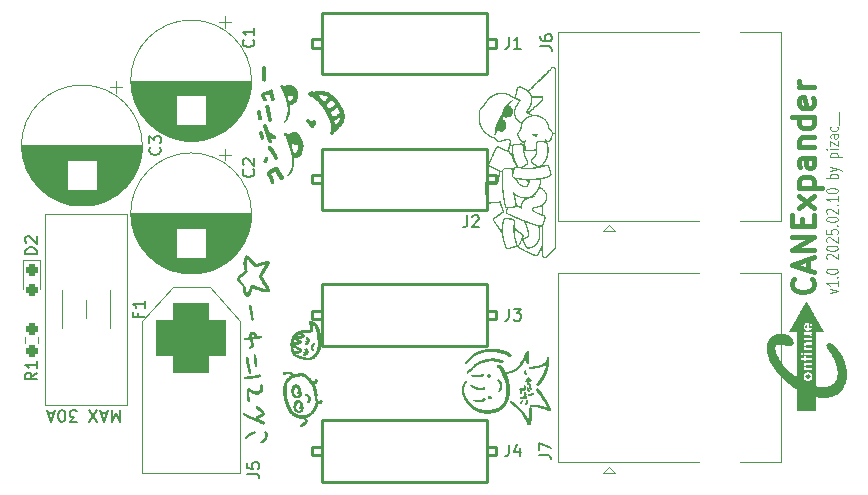
<source format=gto>
G04 #@! TF.GenerationSoftware,KiCad,Pcbnew,8.0.7-8.0.7-0~ubuntu22.04.1*
G04 #@! TF.CreationDate,2025-02-10T08:50:06+09:00*
G04 #@! TF.ProjectId,CANExpander_1,43414e45-7870-4616-9e64-65725f312e6b,rev?*
G04 #@! TF.SameCoordinates,Original*
G04 #@! TF.FileFunction,Legend,Top*
G04 #@! TF.FilePolarity,Positive*
%FSLAX46Y46*%
G04 Gerber Fmt 4.6, Leading zero omitted, Abs format (unit mm)*
G04 Created by KiCad (PCBNEW 8.0.7-8.0.7-0~ubuntu22.04.1) date 2025-02-10 08:50:06*
%MOMM*%
%LPD*%
G01*
G04 APERTURE LIST*
G04 Aperture macros list*
%AMRoundRect*
0 Rectangle with rounded corners*
0 $1 Rounding radius*
0 $2 $3 $4 $5 $6 $7 $8 $9 X,Y pos of 4 corners*
0 Add a 4 corners polygon primitive as box body*
4,1,4,$2,$3,$4,$5,$6,$7,$8,$9,$2,$3,0*
0 Add four circle primitives for the rounded corners*
1,1,$1+$1,$2,$3*
1,1,$1+$1,$4,$5*
1,1,$1+$1,$6,$7*
1,1,$1+$1,$8,$9*
0 Add four rect primitives between the rounded corners*
20,1,$1+$1,$2,$3,$4,$5,0*
20,1,$1+$1,$4,$5,$6,$7,0*
20,1,$1+$1,$6,$7,$8,$9,0*
20,1,$1+$1,$8,$9,$2,$3,0*%
G04 Aperture macros list end*
%ADD10C,0.125000*%
%ADD11C,0.400000*%
%ADD12C,0.150000*%
%ADD13C,0.120000*%
%ADD14C,0.254000*%
%ADD15C,0.059995*%
%ADD16C,0.000000*%
%ADD17R,2.000000X2.000000*%
%ADD18C,2.000000*%
%ADD19C,1.524003*%
%ADD20C,2.700000*%
%ADD21RoundRect,1.500000X-1.500000X1.500000X-1.500000X-1.500000X1.500000X-1.500000X1.500000X1.500000X0*%
%ADD22C,6.000000*%
%ADD23C,3.200000*%
%ADD24RoundRect,0.237500X0.237500X-0.250000X0.237500X0.250000X-0.237500X0.250000X-0.237500X-0.250000X0*%
%ADD25C,3.250000*%
%ADD26R,1.500000X1.500000*%
%ADD27C,1.500000*%
%ADD28C,3.000000*%
%ADD29C,2.780000*%
%ADD30RoundRect,0.237500X-0.237500X0.287500X-0.237500X-0.287500X0.237500X-0.287500X0.237500X0.287500X0*%
G04 APERTURE END LIST*
D10*
X198604452Y-78863478D02*
X199271119Y-78689668D01*
X199271119Y-78689668D02*
X198604452Y-78515859D01*
X199271119Y-77855383D02*
X199271119Y-78272526D01*
X199271119Y-78063954D02*
X198271119Y-78063954D01*
X198271119Y-78063954D02*
X198413976Y-78133478D01*
X198413976Y-78133478D02*
X198509214Y-78203002D01*
X198509214Y-78203002D02*
X198556833Y-78272526D01*
X199175880Y-77542526D02*
X199223500Y-77507764D01*
X199223500Y-77507764D02*
X199271119Y-77542526D01*
X199271119Y-77542526D02*
X199223500Y-77577288D01*
X199223500Y-77577288D02*
X199175880Y-77542526D01*
X199175880Y-77542526D02*
X199271119Y-77542526D01*
X198271119Y-77055859D02*
X198271119Y-76986336D01*
X198271119Y-76986336D02*
X198318738Y-76916812D01*
X198318738Y-76916812D02*
X198366357Y-76882050D01*
X198366357Y-76882050D02*
X198461595Y-76847288D01*
X198461595Y-76847288D02*
X198652071Y-76812526D01*
X198652071Y-76812526D02*
X198890166Y-76812526D01*
X198890166Y-76812526D02*
X199080642Y-76847288D01*
X199080642Y-76847288D02*
X199175880Y-76882050D01*
X199175880Y-76882050D02*
X199223500Y-76916812D01*
X199223500Y-76916812D02*
X199271119Y-76986336D01*
X199271119Y-76986336D02*
X199271119Y-77055859D01*
X199271119Y-77055859D02*
X199223500Y-77125383D01*
X199223500Y-77125383D02*
X199175880Y-77160145D01*
X199175880Y-77160145D02*
X199080642Y-77194907D01*
X199080642Y-77194907D02*
X198890166Y-77229669D01*
X198890166Y-77229669D02*
X198652071Y-77229669D01*
X198652071Y-77229669D02*
X198461595Y-77194907D01*
X198461595Y-77194907D02*
X198366357Y-77160145D01*
X198366357Y-77160145D02*
X198318738Y-77125383D01*
X198318738Y-77125383D02*
X198271119Y-77055859D01*
X198366357Y-75978241D02*
X198318738Y-75943479D01*
X198318738Y-75943479D02*
X198271119Y-75873955D01*
X198271119Y-75873955D02*
X198271119Y-75700146D01*
X198271119Y-75700146D02*
X198318738Y-75630622D01*
X198318738Y-75630622D02*
X198366357Y-75595860D01*
X198366357Y-75595860D02*
X198461595Y-75561098D01*
X198461595Y-75561098D02*
X198556833Y-75561098D01*
X198556833Y-75561098D02*
X198699690Y-75595860D01*
X198699690Y-75595860D02*
X199271119Y-76013003D01*
X199271119Y-76013003D02*
X199271119Y-75561098D01*
X198271119Y-75109193D02*
X198271119Y-75039670D01*
X198271119Y-75039670D02*
X198318738Y-74970146D01*
X198318738Y-74970146D02*
X198366357Y-74935384D01*
X198366357Y-74935384D02*
X198461595Y-74900622D01*
X198461595Y-74900622D02*
X198652071Y-74865860D01*
X198652071Y-74865860D02*
X198890166Y-74865860D01*
X198890166Y-74865860D02*
X199080642Y-74900622D01*
X199080642Y-74900622D02*
X199175880Y-74935384D01*
X199175880Y-74935384D02*
X199223500Y-74970146D01*
X199223500Y-74970146D02*
X199271119Y-75039670D01*
X199271119Y-75039670D02*
X199271119Y-75109193D01*
X199271119Y-75109193D02*
X199223500Y-75178717D01*
X199223500Y-75178717D02*
X199175880Y-75213479D01*
X199175880Y-75213479D02*
X199080642Y-75248241D01*
X199080642Y-75248241D02*
X198890166Y-75283003D01*
X198890166Y-75283003D02*
X198652071Y-75283003D01*
X198652071Y-75283003D02*
X198461595Y-75248241D01*
X198461595Y-75248241D02*
X198366357Y-75213479D01*
X198366357Y-75213479D02*
X198318738Y-75178717D01*
X198318738Y-75178717D02*
X198271119Y-75109193D01*
X198366357Y-74587765D02*
X198318738Y-74553003D01*
X198318738Y-74553003D02*
X198271119Y-74483479D01*
X198271119Y-74483479D02*
X198271119Y-74309670D01*
X198271119Y-74309670D02*
X198318738Y-74240146D01*
X198318738Y-74240146D02*
X198366357Y-74205384D01*
X198366357Y-74205384D02*
X198461595Y-74170622D01*
X198461595Y-74170622D02*
X198556833Y-74170622D01*
X198556833Y-74170622D02*
X198699690Y-74205384D01*
X198699690Y-74205384D02*
X199271119Y-74622527D01*
X199271119Y-74622527D02*
X199271119Y-74170622D01*
X198271119Y-73510146D02*
X198271119Y-73857765D01*
X198271119Y-73857765D02*
X198747309Y-73892527D01*
X198747309Y-73892527D02*
X198699690Y-73857765D01*
X198699690Y-73857765D02*
X198652071Y-73788241D01*
X198652071Y-73788241D02*
X198652071Y-73614432D01*
X198652071Y-73614432D02*
X198699690Y-73544908D01*
X198699690Y-73544908D02*
X198747309Y-73510146D01*
X198747309Y-73510146D02*
X198842547Y-73475384D01*
X198842547Y-73475384D02*
X199080642Y-73475384D01*
X199080642Y-73475384D02*
X199175880Y-73510146D01*
X199175880Y-73510146D02*
X199223500Y-73544908D01*
X199223500Y-73544908D02*
X199271119Y-73614432D01*
X199271119Y-73614432D02*
X199271119Y-73788241D01*
X199271119Y-73788241D02*
X199223500Y-73857765D01*
X199223500Y-73857765D02*
X199175880Y-73892527D01*
X199175880Y-73162527D02*
X199223500Y-73127765D01*
X199223500Y-73127765D02*
X199271119Y-73162527D01*
X199271119Y-73162527D02*
X199223500Y-73197289D01*
X199223500Y-73197289D02*
X199175880Y-73162527D01*
X199175880Y-73162527D02*
X199271119Y-73162527D01*
X198271119Y-72675860D02*
X198271119Y-72606337D01*
X198271119Y-72606337D02*
X198318738Y-72536813D01*
X198318738Y-72536813D02*
X198366357Y-72502051D01*
X198366357Y-72502051D02*
X198461595Y-72467289D01*
X198461595Y-72467289D02*
X198652071Y-72432527D01*
X198652071Y-72432527D02*
X198890166Y-72432527D01*
X198890166Y-72432527D02*
X199080642Y-72467289D01*
X199080642Y-72467289D02*
X199175880Y-72502051D01*
X199175880Y-72502051D02*
X199223500Y-72536813D01*
X199223500Y-72536813D02*
X199271119Y-72606337D01*
X199271119Y-72606337D02*
X199271119Y-72675860D01*
X199271119Y-72675860D02*
X199223500Y-72745384D01*
X199223500Y-72745384D02*
X199175880Y-72780146D01*
X199175880Y-72780146D02*
X199080642Y-72814908D01*
X199080642Y-72814908D02*
X198890166Y-72849670D01*
X198890166Y-72849670D02*
X198652071Y-72849670D01*
X198652071Y-72849670D02*
X198461595Y-72814908D01*
X198461595Y-72814908D02*
X198366357Y-72780146D01*
X198366357Y-72780146D02*
X198318738Y-72745384D01*
X198318738Y-72745384D02*
X198271119Y-72675860D01*
X198366357Y-72154432D02*
X198318738Y-72119670D01*
X198318738Y-72119670D02*
X198271119Y-72050146D01*
X198271119Y-72050146D02*
X198271119Y-71876337D01*
X198271119Y-71876337D02*
X198318738Y-71806813D01*
X198318738Y-71806813D02*
X198366357Y-71772051D01*
X198366357Y-71772051D02*
X198461595Y-71737289D01*
X198461595Y-71737289D02*
X198556833Y-71737289D01*
X198556833Y-71737289D02*
X198699690Y-71772051D01*
X198699690Y-71772051D02*
X199271119Y-72189194D01*
X199271119Y-72189194D02*
X199271119Y-71737289D01*
X199175880Y-71424432D02*
X199223500Y-71389670D01*
X199223500Y-71389670D02*
X199271119Y-71424432D01*
X199271119Y-71424432D02*
X199223500Y-71459194D01*
X199223500Y-71459194D02*
X199175880Y-71424432D01*
X199175880Y-71424432D02*
X199271119Y-71424432D01*
X199271119Y-70694432D02*
X199271119Y-71111575D01*
X199271119Y-70903003D02*
X198271119Y-70903003D01*
X198271119Y-70903003D02*
X198413976Y-70972527D01*
X198413976Y-70972527D02*
X198509214Y-71042051D01*
X198509214Y-71042051D02*
X198556833Y-71111575D01*
X198271119Y-70242527D02*
X198271119Y-70173004D01*
X198271119Y-70173004D02*
X198318738Y-70103480D01*
X198318738Y-70103480D02*
X198366357Y-70068718D01*
X198366357Y-70068718D02*
X198461595Y-70033956D01*
X198461595Y-70033956D02*
X198652071Y-69999194D01*
X198652071Y-69999194D02*
X198890166Y-69999194D01*
X198890166Y-69999194D02*
X199080642Y-70033956D01*
X199080642Y-70033956D02*
X199175880Y-70068718D01*
X199175880Y-70068718D02*
X199223500Y-70103480D01*
X199223500Y-70103480D02*
X199271119Y-70173004D01*
X199271119Y-70173004D02*
X199271119Y-70242527D01*
X199271119Y-70242527D02*
X199223500Y-70312051D01*
X199223500Y-70312051D02*
X199175880Y-70346813D01*
X199175880Y-70346813D02*
X199080642Y-70381575D01*
X199080642Y-70381575D02*
X198890166Y-70416337D01*
X198890166Y-70416337D02*
X198652071Y-70416337D01*
X198652071Y-70416337D02*
X198461595Y-70381575D01*
X198461595Y-70381575D02*
X198366357Y-70346813D01*
X198366357Y-70346813D02*
X198318738Y-70312051D01*
X198318738Y-70312051D02*
X198271119Y-70242527D01*
X199271119Y-69130147D02*
X198271119Y-69130147D01*
X198652071Y-69130147D02*
X198604452Y-69060623D01*
X198604452Y-69060623D02*
X198604452Y-68921576D01*
X198604452Y-68921576D02*
X198652071Y-68852052D01*
X198652071Y-68852052D02*
X198699690Y-68817290D01*
X198699690Y-68817290D02*
X198794928Y-68782528D01*
X198794928Y-68782528D02*
X199080642Y-68782528D01*
X199080642Y-68782528D02*
X199175880Y-68817290D01*
X199175880Y-68817290D02*
X199223500Y-68852052D01*
X199223500Y-68852052D02*
X199271119Y-68921576D01*
X199271119Y-68921576D02*
X199271119Y-69060623D01*
X199271119Y-69060623D02*
X199223500Y-69130147D01*
X198604452Y-68539195D02*
X199271119Y-68365385D01*
X198604452Y-68191576D02*
X199271119Y-68365385D01*
X199271119Y-68365385D02*
X199509214Y-68434909D01*
X199509214Y-68434909D02*
X199556833Y-68469671D01*
X199556833Y-68469671D02*
X199604452Y-68539195D01*
X198604452Y-67357291D02*
X199604452Y-67357291D01*
X198652071Y-67357291D02*
X198604452Y-67287767D01*
X198604452Y-67287767D02*
X198604452Y-67148720D01*
X198604452Y-67148720D02*
X198652071Y-67079196D01*
X198652071Y-67079196D02*
X198699690Y-67044434D01*
X198699690Y-67044434D02*
X198794928Y-67009672D01*
X198794928Y-67009672D02*
X199080642Y-67009672D01*
X199080642Y-67009672D02*
X199175880Y-67044434D01*
X199175880Y-67044434D02*
X199223500Y-67079196D01*
X199223500Y-67079196D02*
X199271119Y-67148720D01*
X199271119Y-67148720D02*
X199271119Y-67287767D01*
X199271119Y-67287767D02*
X199223500Y-67357291D01*
X199271119Y-66696815D02*
X198604452Y-66696815D01*
X198271119Y-66696815D02*
X198318738Y-66731577D01*
X198318738Y-66731577D02*
X198366357Y-66696815D01*
X198366357Y-66696815D02*
X198318738Y-66662053D01*
X198318738Y-66662053D02*
X198271119Y-66696815D01*
X198271119Y-66696815D02*
X198366357Y-66696815D01*
X198604452Y-66418720D02*
X198604452Y-66036339D01*
X198604452Y-66036339D02*
X199271119Y-66418720D01*
X199271119Y-66418720D02*
X199271119Y-66036339D01*
X199271119Y-65445387D02*
X198747309Y-65445387D01*
X198747309Y-65445387D02*
X198652071Y-65480149D01*
X198652071Y-65480149D02*
X198604452Y-65549673D01*
X198604452Y-65549673D02*
X198604452Y-65688720D01*
X198604452Y-65688720D02*
X198652071Y-65758244D01*
X199223500Y-65445387D02*
X199271119Y-65514911D01*
X199271119Y-65514911D02*
X199271119Y-65688720D01*
X199271119Y-65688720D02*
X199223500Y-65758244D01*
X199223500Y-65758244D02*
X199128261Y-65793006D01*
X199128261Y-65793006D02*
X199033023Y-65793006D01*
X199033023Y-65793006D02*
X198937785Y-65758244D01*
X198937785Y-65758244D02*
X198890166Y-65688720D01*
X198890166Y-65688720D02*
X198890166Y-65514911D01*
X198890166Y-65514911D02*
X198842547Y-65445387D01*
X199223500Y-64784911D02*
X199271119Y-64854435D01*
X199271119Y-64854435D02*
X199271119Y-64993482D01*
X199271119Y-64993482D02*
X199223500Y-65063006D01*
X199223500Y-65063006D02*
X199175880Y-65097768D01*
X199175880Y-65097768D02*
X199080642Y-65132530D01*
X199080642Y-65132530D02*
X198794928Y-65132530D01*
X198794928Y-65132530D02*
X198699690Y-65097768D01*
X198699690Y-65097768D02*
X198652071Y-65063006D01*
X198652071Y-65063006D02*
X198604452Y-64993482D01*
X198604452Y-64993482D02*
X198604452Y-64854435D01*
X198604452Y-64854435D02*
X198652071Y-64784911D01*
X199366357Y-64645864D02*
X199366357Y-64089673D01*
X199366357Y-64089674D02*
X199366357Y-63533483D01*
D11*
X197065723Y-77648747D02*
X197156200Y-77739223D01*
X197156200Y-77739223D02*
X197246676Y-78010652D01*
X197246676Y-78010652D02*
X197246676Y-78191604D01*
X197246676Y-78191604D02*
X197156200Y-78463033D01*
X197156200Y-78463033D02*
X196975247Y-78643985D01*
X196975247Y-78643985D02*
X196794295Y-78734462D01*
X196794295Y-78734462D02*
X196432390Y-78824938D01*
X196432390Y-78824938D02*
X196160961Y-78824938D01*
X196160961Y-78824938D02*
X195799057Y-78734462D01*
X195799057Y-78734462D02*
X195618104Y-78643985D01*
X195618104Y-78643985D02*
X195437152Y-78463033D01*
X195437152Y-78463033D02*
X195346676Y-78191604D01*
X195346676Y-78191604D02*
X195346676Y-78010652D01*
X195346676Y-78010652D02*
X195437152Y-77739223D01*
X195437152Y-77739223D02*
X195527628Y-77648747D01*
X196703819Y-76924938D02*
X196703819Y-76020176D01*
X197246676Y-77105890D02*
X195346676Y-76472557D01*
X195346676Y-76472557D02*
X197246676Y-75839223D01*
X197246676Y-75205891D02*
X195346676Y-75205891D01*
X195346676Y-75205891D02*
X197246676Y-74120176D01*
X197246676Y-74120176D02*
X195346676Y-74120176D01*
X196251438Y-73215415D02*
X196251438Y-72582081D01*
X197246676Y-72310653D02*
X197246676Y-73215415D01*
X197246676Y-73215415D02*
X195346676Y-73215415D01*
X195346676Y-73215415D02*
X195346676Y-72310653D01*
X197246676Y-71677319D02*
X195980009Y-70682081D01*
X195980009Y-71677319D02*
X197246676Y-70682081D01*
X195980009Y-69958272D02*
X197880009Y-69958272D01*
X196070485Y-69958272D02*
X195980009Y-69777319D01*
X195980009Y-69777319D02*
X195980009Y-69415414D01*
X195980009Y-69415414D02*
X196070485Y-69234462D01*
X196070485Y-69234462D02*
X196160961Y-69143986D01*
X196160961Y-69143986D02*
X196341914Y-69053510D01*
X196341914Y-69053510D02*
X196884771Y-69053510D01*
X196884771Y-69053510D02*
X197065723Y-69143986D01*
X197065723Y-69143986D02*
X197156200Y-69234462D01*
X197156200Y-69234462D02*
X197246676Y-69415414D01*
X197246676Y-69415414D02*
X197246676Y-69777319D01*
X197246676Y-69777319D02*
X197156200Y-69958272D01*
X197246676Y-67424938D02*
X196251438Y-67424938D01*
X196251438Y-67424938D02*
X196070485Y-67515414D01*
X196070485Y-67515414D02*
X195980009Y-67696366D01*
X195980009Y-67696366D02*
X195980009Y-68058271D01*
X195980009Y-68058271D02*
X196070485Y-68239224D01*
X197156200Y-67424938D02*
X197246676Y-67605890D01*
X197246676Y-67605890D02*
X197246676Y-68058271D01*
X197246676Y-68058271D02*
X197156200Y-68239224D01*
X197156200Y-68239224D02*
X196975247Y-68329700D01*
X196975247Y-68329700D02*
X196794295Y-68329700D01*
X196794295Y-68329700D02*
X196613342Y-68239224D01*
X196613342Y-68239224D02*
X196522866Y-68058271D01*
X196522866Y-68058271D02*
X196522866Y-67605890D01*
X196522866Y-67605890D02*
X196432390Y-67424938D01*
X195980009Y-66520176D02*
X197246676Y-66520176D01*
X196160961Y-66520176D02*
X196070485Y-66429699D01*
X196070485Y-66429699D02*
X195980009Y-66248747D01*
X195980009Y-66248747D02*
X195980009Y-65977318D01*
X195980009Y-65977318D02*
X196070485Y-65796366D01*
X196070485Y-65796366D02*
X196251438Y-65705890D01*
X196251438Y-65705890D02*
X197246676Y-65705890D01*
X197246676Y-63986842D02*
X195346676Y-63986842D01*
X197156200Y-63986842D02*
X197246676Y-64167794D01*
X197246676Y-64167794D02*
X197246676Y-64529699D01*
X197246676Y-64529699D02*
X197156200Y-64710651D01*
X197156200Y-64710651D02*
X197065723Y-64801128D01*
X197065723Y-64801128D02*
X196884771Y-64891604D01*
X196884771Y-64891604D02*
X196341914Y-64891604D01*
X196341914Y-64891604D02*
X196160961Y-64801128D01*
X196160961Y-64801128D02*
X196070485Y-64710651D01*
X196070485Y-64710651D02*
X195980009Y-64529699D01*
X195980009Y-64529699D02*
X195980009Y-64167794D01*
X195980009Y-64167794D02*
X196070485Y-63986842D01*
X197156200Y-62358270D02*
X197246676Y-62539222D01*
X197246676Y-62539222D02*
X197246676Y-62901127D01*
X197246676Y-62901127D02*
X197156200Y-63082080D01*
X197156200Y-63082080D02*
X196975247Y-63172556D01*
X196975247Y-63172556D02*
X196251438Y-63172556D01*
X196251438Y-63172556D02*
X196070485Y-63082080D01*
X196070485Y-63082080D02*
X195980009Y-62901127D01*
X195980009Y-62901127D02*
X195980009Y-62539222D01*
X195980009Y-62539222D02*
X196070485Y-62358270D01*
X196070485Y-62358270D02*
X196251438Y-62267794D01*
X196251438Y-62267794D02*
X196432390Y-62267794D01*
X196432390Y-62267794D02*
X196613342Y-63172556D01*
X197246676Y-61453509D02*
X195980009Y-61453509D01*
X196341914Y-61453509D02*
X196160961Y-61363032D01*
X196160961Y-61363032D02*
X196070485Y-61272556D01*
X196070485Y-61272556D02*
X195980009Y-61091604D01*
X195980009Y-61091604D02*
X195980009Y-60910651D01*
D12*
X138463220Y-88780180D02*
X138463220Y-89780180D01*
X138463220Y-89780180D02*
X138129887Y-89065895D01*
X138129887Y-89065895D02*
X137796554Y-89780180D01*
X137796554Y-89780180D02*
X137796554Y-88780180D01*
X137367982Y-89065895D02*
X136891792Y-89065895D01*
X137463220Y-88780180D02*
X137129887Y-89780180D01*
X137129887Y-89780180D02*
X136796554Y-88780180D01*
X136558458Y-89780180D02*
X135891792Y-88780180D01*
X135891792Y-89780180D02*
X136558458Y-88780180D01*
X134844172Y-89780180D02*
X134225125Y-89780180D01*
X134225125Y-89780180D02*
X134558458Y-89399228D01*
X134558458Y-89399228D02*
X134415601Y-89399228D01*
X134415601Y-89399228D02*
X134320363Y-89351609D01*
X134320363Y-89351609D02*
X134272744Y-89303990D01*
X134272744Y-89303990D02*
X134225125Y-89208752D01*
X134225125Y-89208752D02*
X134225125Y-88970657D01*
X134225125Y-88970657D02*
X134272744Y-88875419D01*
X134272744Y-88875419D02*
X134320363Y-88827800D01*
X134320363Y-88827800D02*
X134415601Y-88780180D01*
X134415601Y-88780180D02*
X134701315Y-88780180D01*
X134701315Y-88780180D02*
X134796553Y-88827800D01*
X134796553Y-88827800D02*
X134844172Y-88875419D01*
X133606077Y-89780180D02*
X133510839Y-89780180D01*
X133510839Y-89780180D02*
X133415601Y-89732561D01*
X133415601Y-89732561D02*
X133367982Y-89684942D01*
X133367982Y-89684942D02*
X133320363Y-89589704D01*
X133320363Y-89589704D02*
X133272744Y-89399228D01*
X133272744Y-89399228D02*
X133272744Y-89161133D01*
X133272744Y-89161133D02*
X133320363Y-88970657D01*
X133320363Y-88970657D02*
X133367982Y-88875419D01*
X133367982Y-88875419D02*
X133415601Y-88827800D01*
X133415601Y-88827800D02*
X133510839Y-88780180D01*
X133510839Y-88780180D02*
X133606077Y-88780180D01*
X133606077Y-88780180D02*
X133701315Y-88827800D01*
X133701315Y-88827800D02*
X133748934Y-88875419D01*
X133748934Y-88875419D02*
X133796553Y-88970657D01*
X133796553Y-88970657D02*
X133844172Y-89161133D01*
X133844172Y-89161133D02*
X133844172Y-89399228D01*
X133844172Y-89399228D02*
X133796553Y-89589704D01*
X133796553Y-89589704D02*
X133748934Y-89684942D01*
X133748934Y-89684942D02*
X133701315Y-89732561D01*
X133701315Y-89732561D02*
X133606077Y-89780180D01*
X132891791Y-89065895D02*
X132415601Y-89065895D01*
X132987029Y-88780180D02*
X132653696Y-89780180D01*
X132653696Y-89780180D02*
X132320363Y-88780180D01*
X149759580Y-57416666D02*
X149807200Y-57464285D01*
X149807200Y-57464285D02*
X149854819Y-57607142D01*
X149854819Y-57607142D02*
X149854819Y-57702380D01*
X149854819Y-57702380D02*
X149807200Y-57845237D01*
X149807200Y-57845237D02*
X149711961Y-57940475D01*
X149711961Y-57940475D02*
X149616723Y-57988094D01*
X149616723Y-57988094D02*
X149426247Y-58035713D01*
X149426247Y-58035713D02*
X149283390Y-58035713D01*
X149283390Y-58035713D02*
X149092914Y-57988094D01*
X149092914Y-57988094D02*
X148997676Y-57940475D01*
X148997676Y-57940475D02*
X148902438Y-57845237D01*
X148902438Y-57845237D02*
X148854819Y-57702380D01*
X148854819Y-57702380D02*
X148854819Y-57607142D01*
X148854819Y-57607142D02*
X148902438Y-57464285D01*
X148902438Y-57464285D02*
X148950057Y-57416666D01*
X149854819Y-56464285D02*
X149854819Y-57035713D01*
X149854819Y-56749999D02*
X148854819Y-56749999D01*
X148854819Y-56749999D02*
X148997676Y-56845237D01*
X148997676Y-56845237D02*
X149092914Y-56940475D01*
X149092914Y-56940475D02*
X149140533Y-57035713D01*
X171416666Y-80204819D02*
X171416666Y-80919104D01*
X171416666Y-80919104D02*
X171369047Y-81061961D01*
X171369047Y-81061961D02*
X171273809Y-81157200D01*
X171273809Y-81157200D02*
X171130952Y-81204819D01*
X171130952Y-81204819D02*
X171035714Y-81204819D01*
X171797619Y-80204819D02*
X172416666Y-80204819D01*
X172416666Y-80204819D02*
X172083333Y-80585771D01*
X172083333Y-80585771D02*
X172226190Y-80585771D01*
X172226190Y-80585771D02*
X172321428Y-80633390D01*
X172321428Y-80633390D02*
X172369047Y-80681009D01*
X172369047Y-80681009D02*
X172416666Y-80776247D01*
X172416666Y-80776247D02*
X172416666Y-81014342D01*
X172416666Y-81014342D02*
X172369047Y-81109580D01*
X172369047Y-81109580D02*
X172321428Y-81157200D01*
X172321428Y-81157200D02*
X172226190Y-81204819D01*
X172226190Y-81204819D02*
X171940476Y-81204819D01*
X171940476Y-81204819D02*
X171845238Y-81157200D01*
X171845238Y-81157200D02*
X171797619Y-81109580D01*
X167866666Y-72304819D02*
X167866666Y-73019104D01*
X167866666Y-73019104D02*
X167819047Y-73161961D01*
X167819047Y-73161961D02*
X167723809Y-73257200D01*
X167723809Y-73257200D02*
X167580952Y-73304819D01*
X167580952Y-73304819D02*
X167485714Y-73304819D01*
X168295238Y-72400057D02*
X168342857Y-72352438D01*
X168342857Y-72352438D02*
X168438095Y-72304819D01*
X168438095Y-72304819D02*
X168676190Y-72304819D01*
X168676190Y-72304819D02*
X168771428Y-72352438D01*
X168771428Y-72352438D02*
X168819047Y-72400057D01*
X168819047Y-72400057D02*
X168866666Y-72495295D01*
X168866666Y-72495295D02*
X168866666Y-72590533D01*
X168866666Y-72590533D02*
X168819047Y-72733390D01*
X168819047Y-72733390D02*
X168247619Y-73304819D01*
X168247619Y-73304819D02*
X168866666Y-73304819D01*
X149254819Y-94183333D02*
X149969104Y-94183333D01*
X149969104Y-94183333D02*
X150111961Y-94230952D01*
X150111961Y-94230952D02*
X150207200Y-94326190D01*
X150207200Y-94326190D02*
X150254819Y-94469047D01*
X150254819Y-94469047D02*
X150254819Y-94564285D01*
X149254819Y-93230952D02*
X149254819Y-93707142D01*
X149254819Y-93707142D02*
X149731009Y-93754761D01*
X149731009Y-93754761D02*
X149683390Y-93707142D01*
X149683390Y-93707142D02*
X149635771Y-93611904D01*
X149635771Y-93611904D02*
X149635771Y-93373809D01*
X149635771Y-93373809D02*
X149683390Y-93278571D01*
X149683390Y-93278571D02*
X149731009Y-93230952D01*
X149731009Y-93230952D02*
X149826247Y-93183333D01*
X149826247Y-93183333D02*
X150064342Y-93183333D01*
X150064342Y-93183333D02*
X150159580Y-93230952D01*
X150159580Y-93230952D02*
X150207200Y-93278571D01*
X150207200Y-93278571D02*
X150254819Y-93373809D01*
X150254819Y-93373809D02*
X150254819Y-93611904D01*
X150254819Y-93611904D02*
X150207200Y-93707142D01*
X150207200Y-93707142D02*
X150159580Y-93754761D01*
X131454819Y-85616666D02*
X130978628Y-85949999D01*
X131454819Y-86188094D02*
X130454819Y-86188094D01*
X130454819Y-86188094D02*
X130454819Y-85807142D01*
X130454819Y-85807142D02*
X130502438Y-85711904D01*
X130502438Y-85711904D02*
X130550057Y-85664285D01*
X130550057Y-85664285D02*
X130645295Y-85616666D01*
X130645295Y-85616666D02*
X130788152Y-85616666D01*
X130788152Y-85616666D02*
X130883390Y-85664285D01*
X130883390Y-85664285D02*
X130931009Y-85711904D01*
X130931009Y-85711904D02*
X130978628Y-85807142D01*
X130978628Y-85807142D02*
X130978628Y-86188094D01*
X131454819Y-84664285D02*
X131454819Y-85235713D01*
X131454819Y-84949999D02*
X130454819Y-84949999D01*
X130454819Y-84949999D02*
X130597676Y-85045237D01*
X130597676Y-85045237D02*
X130692914Y-85140475D01*
X130692914Y-85140475D02*
X130740533Y-85235713D01*
X174054819Y-57983333D02*
X174769104Y-57983333D01*
X174769104Y-57983333D02*
X174911961Y-58030952D01*
X174911961Y-58030952D02*
X175007200Y-58126190D01*
X175007200Y-58126190D02*
X175054819Y-58269047D01*
X175054819Y-58269047D02*
X175054819Y-58364285D01*
X174054819Y-57078571D02*
X174054819Y-57269047D01*
X174054819Y-57269047D02*
X174102438Y-57364285D01*
X174102438Y-57364285D02*
X174150057Y-57411904D01*
X174150057Y-57411904D02*
X174292914Y-57507142D01*
X174292914Y-57507142D02*
X174483390Y-57554761D01*
X174483390Y-57554761D02*
X174864342Y-57554761D01*
X174864342Y-57554761D02*
X174959580Y-57507142D01*
X174959580Y-57507142D02*
X175007200Y-57459523D01*
X175007200Y-57459523D02*
X175054819Y-57364285D01*
X175054819Y-57364285D02*
X175054819Y-57173809D01*
X175054819Y-57173809D02*
X175007200Y-57078571D01*
X175007200Y-57078571D02*
X174959580Y-57030952D01*
X174959580Y-57030952D02*
X174864342Y-56983333D01*
X174864342Y-56983333D02*
X174626247Y-56983333D01*
X174626247Y-56983333D02*
X174531009Y-57030952D01*
X174531009Y-57030952D02*
X174483390Y-57078571D01*
X174483390Y-57078571D02*
X174435771Y-57173809D01*
X174435771Y-57173809D02*
X174435771Y-57364285D01*
X174435771Y-57364285D02*
X174483390Y-57459523D01*
X174483390Y-57459523D02*
X174531009Y-57507142D01*
X174531009Y-57507142D02*
X174626247Y-57554761D01*
X149759580Y-68416666D02*
X149807200Y-68464285D01*
X149807200Y-68464285D02*
X149854819Y-68607142D01*
X149854819Y-68607142D02*
X149854819Y-68702380D01*
X149854819Y-68702380D02*
X149807200Y-68845237D01*
X149807200Y-68845237D02*
X149711961Y-68940475D01*
X149711961Y-68940475D02*
X149616723Y-68988094D01*
X149616723Y-68988094D02*
X149426247Y-69035713D01*
X149426247Y-69035713D02*
X149283390Y-69035713D01*
X149283390Y-69035713D02*
X149092914Y-68988094D01*
X149092914Y-68988094D02*
X148997676Y-68940475D01*
X148997676Y-68940475D02*
X148902438Y-68845237D01*
X148902438Y-68845237D02*
X148854819Y-68702380D01*
X148854819Y-68702380D02*
X148854819Y-68607142D01*
X148854819Y-68607142D02*
X148902438Y-68464285D01*
X148902438Y-68464285D02*
X148950057Y-68416666D01*
X148950057Y-68035713D02*
X148902438Y-67988094D01*
X148902438Y-67988094D02*
X148854819Y-67892856D01*
X148854819Y-67892856D02*
X148854819Y-67654761D01*
X148854819Y-67654761D02*
X148902438Y-67559523D01*
X148902438Y-67559523D02*
X148950057Y-67511904D01*
X148950057Y-67511904D02*
X149045295Y-67464285D01*
X149045295Y-67464285D02*
X149140533Y-67464285D01*
X149140533Y-67464285D02*
X149283390Y-67511904D01*
X149283390Y-67511904D02*
X149854819Y-68083332D01*
X149854819Y-68083332D02*
X149854819Y-67464285D01*
X140031009Y-80583333D02*
X140031009Y-80916666D01*
X140554819Y-80916666D02*
X139554819Y-80916666D01*
X139554819Y-80916666D02*
X139554819Y-80440476D01*
X140554819Y-79535714D02*
X140554819Y-80107142D01*
X140554819Y-79821428D02*
X139554819Y-79821428D01*
X139554819Y-79821428D02*
X139697676Y-79916666D01*
X139697676Y-79916666D02*
X139792914Y-80011904D01*
X139792914Y-80011904D02*
X139840533Y-80107142D01*
X173959819Y-92583333D02*
X174674104Y-92583333D01*
X174674104Y-92583333D02*
X174816961Y-92630952D01*
X174816961Y-92630952D02*
X174912200Y-92726190D01*
X174912200Y-92726190D02*
X174959819Y-92869047D01*
X174959819Y-92869047D02*
X174959819Y-92964285D01*
X173959819Y-92202380D02*
X173959819Y-91535714D01*
X173959819Y-91535714D02*
X174959819Y-91964285D01*
X141859580Y-66548989D02*
X141907200Y-66596608D01*
X141907200Y-66596608D02*
X141954819Y-66739465D01*
X141954819Y-66739465D02*
X141954819Y-66834703D01*
X141954819Y-66834703D02*
X141907200Y-66977560D01*
X141907200Y-66977560D02*
X141811961Y-67072798D01*
X141811961Y-67072798D02*
X141716723Y-67120417D01*
X141716723Y-67120417D02*
X141526247Y-67168036D01*
X141526247Y-67168036D02*
X141383390Y-67168036D01*
X141383390Y-67168036D02*
X141192914Y-67120417D01*
X141192914Y-67120417D02*
X141097676Y-67072798D01*
X141097676Y-67072798D02*
X141002438Y-66977560D01*
X141002438Y-66977560D02*
X140954819Y-66834703D01*
X140954819Y-66834703D02*
X140954819Y-66739465D01*
X140954819Y-66739465D02*
X141002438Y-66596608D01*
X141002438Y-66596608D02*
X141050057Y-66548989D01*
X140954819Y-66215655D02*
X140954819Y-65596608D01*
X140954819Y-65596608D02*
X141335771Y-65929941D01*
X141335771Y-65929941D02*
X141335771Y-65787084D01*
X141335771Y-65787084D02*
X141383390Y-65691846D01*
X141383390Y-65691846D02*
X141431009Y-65644227D01*
X141431009Y-65644227D02*
X141526247Y-65596608D01*
X141526247Y-65596608D02*
X141764342Y-65596608D01*
X141764342Y-65596608D02*
X141859580Y-65644227D01*
X141859580Y-65644227D02*
X141907200Y-65691846D01*
X141907200Y-65691846D02*
X141954819Y-65787084D01*
X141954819Y-65787084D02*
X141954819Y-66072798D01*
X141954819Y-66072798D02*
X141907200Y-66168036D01*
X141907200Y-66168036D02*
X141859580Y-66215655D01*
X131454819Y-75588094D02*
X130454819Y-75588094D01*
X130454819Y-75588094D02*
X130454819Y-75349999D01*
X130454819Y-75349999D02*
X130502438Y-75207142D01*
X130502438Y-75207142D02*
X130597676Y-75111904D01*
X130597676Y-75111904D02*
X130692914Y-75064285D01*
X130692914Y-75064285D02*
X130883390Y-75016666D01*
X130883390Y-75016666D02*
X131026247Y-75016666D01*
X131026247Y-75016666D02*
X131216723Y-75064285D01*
X131216723Y-75064285D02*
X131311961Y-75111904D01*
X131311961Y-75111904D02*
X131407200Y-75207142D01*
X131407200Y-75207142D02*
X131454819Y-75349999D01*
X131454819Y-75349999D02*
X131454819Y-75588094D01*
X130550057Y-74635713D02*
X130502438Y-74588094D01*
X130502438Y-74588094D02*
X130454819Y-74492856D01*
X130454819Y-74492856D02*
X130454819Y-74254761D01*
X130454819Y-74254761D02*
X130502438Y-74159523D01*
X130502438Y-74159523D02*
X130550057Y-74111904D01*
X130550057Y-74111904D02*
X130645295Y-74064285D01*
X130645295Y-74064285D02*
X130740533Y-74064285D01*
X130740533Y-74064285D02*
X130883390Y-74111904D01*
X130883390Y-74111904D02*
X131454819Y-74683332D01*
X131454819Y-74683332D02*
X131454819Y-74064285D01*
X171416666Y-91704819D02*
X171416666Y-92419104D01*
X171416666Y-92419104D02*
X171369047Y-92561961D01*
X171369047Y-92561961D02*
X171273809Y-92657200D01*
X171273809Y-92657200D02*
X171130952Y-92704819D01*
X171130952Y-92704819D02*
X171035714Y-92704819D01*
X172321428Y-92038152D02*
X172321428Y-92704819D01*
X172083333Y-91657200D02*
X171845238Y-92371485D01*
X171845238Y-92371485D02*
X172464285Y-92371485D01*
X171416666Y-57204819D02*
X171416666Y-57919104D01*
X171416666Y-57919104D02*
X171369047Y-58061961D01*
X171369047Y-58061961D02*
X171273809Y-58157200D01*
X171273809Y-58157200D02*
X171130952Y-58204819D01*
X171130952Y-58204819D02*
X171035714Y-58204819D01*
X172416666Y-58204819D02*
X171845238Y-58204819D01*
X172130952Y-58204819D02*
X172130952Y-57204819D01*
X172130952Y-57204819D02*
X172035714Y-57347676D01*
X172035714Y-57347676D02*
X171940476Y-57442914D01*
X171940476Y-57442914D02*
X171845238Y-57490533D01*
D13*
X143259000Y-62163323D02*
X139582000Y-62163323D01*
X143259000Y-62203323D02*
X139593000Y-62203323D01*
X143259000Y-62243323D02*
X139603000Y-62243323D01*
X143259000Y-62283323D02*
X139615000Y-62283323D01*
X143259000Y-62323323D02*
X139626000Y-62323323D01*
X143259000Y-62363323D02*
X139638000Y-62363323D01*
X143259000Y-62403323D02*
X139650000Y-62403323D01*
X143259000Y-62443323D02*
X139663000Y-62443323D01*
X143259000Y-62483323D02*
X139676000Y-62483323D01*
X143259000Y-62523323D02*
X139689000Y-62523323D01*
X143259000Y-62563323D02*
X139703000Y-62563323D01*
X143259000Y-62603323D02*
X139717000Y-62603323D01*
X143259000Y-62643323D02*
X139732000Y-62643323D01*
X143259000Y-62683323D02*
X139746000Y-62683323D01*
X143259000Y-62723323D02*
X139762000Y-62723323D01*
X143259000Y-62763323D02*
X139777000Y-62763323D01*
X143259000Y-62803323D02*
X139793000Y-62803323D01*
X143259000Y-62843323D02*
X139810000Y-62843323D01*
X143259000Y-62883323D02*
X139826000Y-62883323D01*
X143259000Y-62923323D02*
X139843000Y-62923323D01*
X143259000Y-62963323D02*
X139861000Y-62963323D01*
X143259000Y-63003323D02*
X139879000Y-63003323D01*
X143259000Y-63043323D02*
X139897000Y-63043323D01*
X143259000Y-63083323D02*
X139916000Y-63083323D01*
X143259000Y-63123323D02*
X139936000Y-63123323D01*
X143259000Y-63163323D02*
X139955000Y-63163323D01*
X143259000Y-63203323D02*
X139975000Y-63203323D01*
X143259000Y-63243323D02*
X139996000Y-63243323D01*
X143259000Y-63283323D02*
X140017000Y-63283323D01*
X143259000Y-63323323D02*
X140038000Y-63323323D01*
X143259000Y-63363323D02*
X140060000Y-63363323D01*
X143259000Y-63403323D02*
X140083000Y-63403323D01*
X143259000Y-63443323D02*
X140105000Y-63443323D01*
X143259000Y-63483323D02*
X140129000Y-63483323D01*
X143259000Y-63523323D02*
X140153000Y-63523323D01*
X143259000Y-63563323D02*
X140177000Y-63563323D01*
X143259000Y-63603323D02*
X140202000Y-63603323D01*
X143259000Y-63643323D02*
X140227000Y-63643323D01*
X143259000Y-63683323D02*
X140253000Y-63683323D01*
X143259000Y-63723323D02*
X140279000Y-63723323D01*
X143259000Y-63763323D02*
X140306000Y-63763323D01*
X143259000Y-63803323D02*
X140334000Y-63803323D01*
X143259000Y-63843323D02*
X140362000Y-63843323D01*
X143259000Y-63883323D02*
X140390000Y-63883323D01*
X143259000Y-63923323D02*
X140420000Y-63923323D01*
X143259000Y-63963323D02*
X140450000Y-63963323D01*
X143259000Y-64003323D02*
X140480000Y-64003323D01*
X143259000Y-64043323D02*
X140511000Y-64043323D01*
X143259000Y-64083323D02*
X140543000Y-64083323D01*
X143259000Y-64123323D02*
X140575000Y-64123323D01*
X143259000Y-64163323D02*
X140608000Y-64163323D01*
X143259000Y-64203323D02*
X140642000Y-64203323D01*
X143259000Y-64243323D02*
X140676000Y-64243323D01*
X143259000Y-64283323D02*
X140711000Y-64283323D01*
X143259000Y-64323323D02*
X140747000Y-64323323D01*
X143259000Y-64363323D02*
X140784000Y-64363323D01*
X143259000Y-64403323D02*
X140821000Y-64403323D01*
X143259000Y-64443323D02*
X140860000Y-64443323D01*
X143259000Y-64483323D02*
X140899000Y-64483323D01*
X143259000Y-64523323D02*
X140939000Y-64523323D01*
X143259000Y-64563323D02*
X140980000Y-64563323D01*
X143259000Y-64603323D02*
X141022000Y-64603323D01*
X145099000Y-65963323D02*
X143901000Y-65963323D01*
X145362000Y-65923323D02*
X143638000Y-65923323D01*
X145562000Y-65883323D02*
X143438000Y-65883323D01*
X145730000Y-65843323D02*
X143270000Y-65843323D01*
X145878000Y-65803323D02*
X143122000Y-65803323D01*
X146010000Y-65763323D02*
X142990000Y-65763323D01*
X146130000Y-65723323D02*
X142870000Y-65723323D01*
X146242000Y-65683323D02*
X142758000Y-65683323D01*
X146346000Y-65643323D02*
X142654000Y-65643323D01*
X146444000Y-65603323D02*
X142556000Y-65603323D01*
X146537000Y-65563323D02*
X142463000Y-65563323D01*
X146625000Y-65523323D02*
X142375000Y-65523323D01*
X146709000Y-65483323D02*
X142291000Y-65483323D01*
X146789000Y-65443323D02*
X142211000Y-65443323D01*
X146865000Y-65403323D02*
X142135000Y-65403323D01*
X146939000Y-65363323D02*
X142061000Y-65363323D01*
X147010000Y-65323323D02*
X141990000Y-65323323D01*
X147079000Y-65283323D02*
X141921000Y-65283323D01*
X147145000Y-65243323D02*
X141855000Y-65243323D01*
X147209000Y-65203323D02*
X141791000Y-65203323D01*
X147270000Y-65163323D02*
X141730000Y-65163323D01*
X147330000Y-65123323D02*
X141670000Y-65123323D01*
X147375000Y-55402677D02*
X147375000Y-56402677D01*
X147389000Y-65083323D02*
X141611000Y-65083323D01*
X147445000Y-65043323D02*
X141555000Y-65043323D01*
X147500000Y-65003323D02*
X141500000Y-65003323D01*
X147554000Y-64963323D02*
X141446000Y-64963323D01*
X147606000Y-64923323D02*
X141394000Y-64923323D01*
X147656000Y-64883323D02*
X141344000Y-64883323D01*
X147706000Y-64843323D02*
X141294000Y-64843323D01*
X147754000Y-64803323D02*
X141246000Y-64803323D01*
X147801000Y-64763323D02*
X141199000Y-64763323D01*
X147847000Y-64723323D02*
X141153000Y-64723323D01*
X147875000Y-55902677D02*
X146875000Y-55902677D01*
X147892000Y-64683323D02*
X141108000Y-64683323D01*
X147936000Y-64643323D02*
X141064000Y-64643323D01*
X147978000Y-64603323D02*
X145741000Y-64603323D01*
X148020000Y-64563323D02*
X145741000Y-64563323D01*
X148061000Y-64523323D02*
X145741000Y-64523323D01*
X148101000Y-64483323D02*
X145741000Y-64483323D01*
X148140000Y-64443323D02*
X145741000Y-64443323D01*
X148179000Y-64403323D02*
X145741000Y-64403323D01*
X148216000Y-64363323D02*
X145741000Y-64363323D01*
X148253000Y-64323323D02*
X145741000Y-64323323D01*
X148289000Y-64283323D02*
X145741000Y-64283323D01*
X148324000Y-64243323D02*
X145741000Y-64243323D01*
X148358000Y-64203323D02*
X145741000Y-64203323D01*
X148392000Y-64163323D02*
X145741000Y-64163323D01*
X148425000Y-64123323D02*
X145741000Y-64123323D01*
X148457000Y-64083323D02*
X145741000Y-64083323D01*
X148489000Y-64043323D02*
X145741000Y-64043323D01*
X148520000Y-64003323D02*
X145741000Y-64003323D01*
X148550000Y-63963323D02*
X145741000Y-63963323D01*
X148580000Y-63923323D02*
X145741000Y-63923323D01*
X148610000Y-63883323D02*
X145741000Y-63883323D01*
X148638000Y-63843323D02*
X145741000Y-63843323D01*
X148666000Y-63803323D02*
X145741000Y-63803323D01*
X148694000Y-63763323D02*
X145741000Y-63763323D01*
X148721000Y-63723323D02*
X145741000Y-63723323D01*
X148747000Y-63683323D02*
X145741000Y-63683323D01*
X148773000Y-63643323D02*
X145741000Y-63643323D01*
X148798000Y-63603323D02*
X145741000Y-63603323D01*
X148823000Y-63563323D02*
X145741000Y-63563323D01*
X148847000Y-63523323D02*
X145741000Y-63523323D01*
X148871000Y-63483323D02*
X145741000Y-63483323D01*
X148895000Y-63443323D02*
X145741000Y-63443323D01*
X148917000Y-63403323D02*
X145741000Y-63403323D01*
X148940000Y-63363323D02*
X145741000Y-63363323D01*
X148962000Y-63323323D02*
X145741000Y-63323323D01*
X148983000Y-63283323D02*
X145741000Y-63283323D01*
X149004000Y-63243323D02*
X145741000Y-63243323D01*
X149025000Y-63203323D02*
X145741000Y-63203323D01*
X149045000Y-63163323D02*
X145741000Y-63163323D01*
X149064000Y-63123323D02*
X145741000Y-63123323D01*
X149084000Y-63083323D02*
X145741000Y-63083323D01*
X149103000Y-63043323D02*
X145741000Y-63043323D01*
X149121000Y-63003323D02*
X145741000Y-63003323D01*
X149139000Y-62963323D02*
X145741000Y-62963323D01*
X149157000Y-62923323D02*
X145741000Y-62923323D01*
X149174000Y-62883323D02*
X145741000Y-62883323D01*
X149190000Y-62843323D02*
X145741000Y-62843323D01*
X149207000Y-62803323D02*
X145741000Y-62803323D01*
X149223000Y-62763323D02*
X145741000Y-62763323D01*
X149238000Y-62723323D02*
X145741000Y-62723323D01*
X149254000Y-62683323D02*
X145741000Y-62683323D01*
X149268000Y-62643323D02*
X145741000Y-62643323D01*
X149283000Y-62603323D02*
X145741000Y-62603323D01*
X149297000Y-62563323D02*
X145741000Y-62563323D01*
X149311000Y-62523323D02*
X145741000Y-62523323D01*
X149324000Y-62483323D02*
X145741000Y-62483323D01*
X149337000Y-62443323D02*
X145741000Y-62443323D01*
X149350000Y-62403323D02*
X145741000Y-62403323D01*
X149362000Y-62363323D02*
X145741000Y-62363323D01*
X149374000Y-62323323D02*
X145741000Y-62323323D01*
X149385000Y-62283323D02*
X145741000Y-62283323D01*
X149397000Y-62243323D02*
X145741000Y-62243323D01*
X149407000Y-62203323D02*
X145741000Y-62203323D01*
X149418000Y-62163323D02*
X145741000Y-62163323D01*
X149428000Y-62123323D02*
X139572000Y-62123323D01*
X149438000Y-62083323D02*
X139562000Y-62083323D01*
X149447000Y-62043323D02*
X139553000Y-62043323D01*
X149456000Y-62003323D02*
X139544000Y-62003323D01*
X149465000Y-61963323D02*
X139535000Y-61963323D01*
X149474000Y-61923323D02*
X139526000Y-61923323D01*
X149482000Y-61883323D02*
X139518000Y-61883323D01*
X149490000Y-61843323D02*
X139510000Y-61843323D01*
X149497000Y-61803323D02*
X139503000Y-61803323D01*
X149504000Y-61763323D02*
X139496000Y-61763323D01*
X149511000Y-61723323D02*
X139489000Y-61723323D01*
X149518000Y-61683323D02*
X139482000Y-61683323D01*
X149524000Y-61643323D02*
X139476000Y-61643323D01*
X149530000Y-61603323D02*
X139470000Y-61603323D01*
X149535000Y-61562323D02*
X139465000Y-61562323D01*
X149540000Y-61522323D02*
X139460000Y-61522323D01*
X149545000Y-61482323D02*
X139455000Y-61482323D01*
X149550000Y-61442323D02*
X139450000Y-61442323D01*
X149554000Y-61402323D02*
X139446000Y-61402323D01*
X149558000Y-61362323D02*
X139442000Y-61362323D01*
X149562000Y-61322323D02*
X139438000Y-61322323D01*
X149565000Y-61282323D02*
X139435000Y-61282323D01*
X149568000Y-61242323D02*
X139432000Y-61242323D01*
X149570000Y-61202323D02*
X139430000Y-61202323D01*
X149573000Y-61162323D02*
X139427000Y-61162323D01*
X149575000Y-61122323D02*
X139425000Y-61122323D01*
X149577000Y-61082323D02*
X139423000Y-61082323D01*
X149578000Y-61042323D02*
X139422000Y-61042323D01*
X149579000Y-61002323D02*
X139421000Y-61002323D01*
X149580000Y-60882323D02*
X139420000Y-60882323D01*
X149580000Y-60922323D02*
X139420000Y-60922323D01*
X149580000Y-60962323D02*
X139420000Y-60962323D01*
X149620000Y-60882323D02*
G75*
G02*
X139380000Y-60882323I-5120000J0D01*
G01*
X139380000Y-60882323D02*
G75*
G02*
X149620000Y-60882323I5120000J0D01*
G01*
D14*
X154749822Y-80400089D02*
X155577991Y-80400089D01*
X154749949Y-81100140D02*
X154749822Y-80400089D01*
X155450000Y-81100013D02*
X154749949Y-81100140D01*
X155622009Y-78150000D02*
X169522009Y-78150000D01*
X155622009Y-83350000D02*
X155622009Y-78157010D01*
X169522009Y-78150000D02*
X169522009Y-83350000D01*
X169522009Y-83350000D02*
X155622009Y-83350000D01*
X169650000Y-80400013D02*
X170350000Y-80400013D01*
X170350000Y-80400013D02*
X170350000Y-81100013D01*
X170350000Y-81100013D02*
X169522009Y-81100013D01*
D15*
X169552184Y-78150051D02*
G75*
G02*
X169492240Y-78150051I-29972J0D01*
G01*
X169492240Y-78150051D02*
G75*
G02*
X169552184Y-78150051I29972J0D01*
G01*
D14*
X154749822Y-68900089D02*
X155577991Y-68900089D01*
X154749949Y-69600140D02*
X154749822Y-68900089D01*
X155450000Y-69600013D02*
X154749949Y-69600140D01*
X155622009Y-66650000D02*
X169522009Y-66650000D01*
X155622009Y-71850000D02*
X155622009Y-66657010D01*
X169522009Y-66650000D02*
X169522009Y-71850000D01*
X169522009Y-71850000D02*
X155622009Y-71850000D01*
X169650000Y-68900013D02*
X170350000Y-68900013D01*
X170350000Y-68900013D02*
X170350000Y-69600013D01*
X170350000Y-69600013D02*
X169522009Y-69600013D01*
D15*
X169552184Y-66650051D02*
G75*
G02*
X169492240Y-66650051I-29972J0D01*
G01*
X169492240Y-66650051D02*
G75*
G02*
X169552184Y-66650051I29972J0D01*
G01*
D13*
X140350000Y-81250000D02*
X140350000Y-94100000D01*
X140350000Y-94100000D02*
X148650000Y-94100000D01*
X142950000Y-78400000D02*
X140350000Y-81250000D01*
X146100000Y-78400000D02*
X142950000Y-78400000D01*
X148650000Y-81250000D02*
X146100000Y-78400000D01*
X148650000Y-94100000D02*
X148650000Y-81250000D01*
D16*
G36*
X170543197Y-86392237D02*
G01*
X170537221Y-86398214D01*
X170531244Y-86392237D01*
X170537221Y-86386261D01*
X170543197Y-86392237D01*
G37*
G36*
X172581594Y-87935541D02*
G01*
X172606079Y-87964520D01*
X172610797Y-88005526D01*
X172595844Y-88057281D01*
X172568915Y-88106930D01*
X172547387Y-88142798D01*
X172532377Y-88171771D01*
X172527386Y-88186349D01*
X172519791Y-88203340D01*
X172500791Y-88228656D01*
X172492708Y-88237702D01*
X172454568Y-88267050D01*
X172417541Y-88273006D01*
X172382785Y-88255467D01*
X172377974Y-88250763D01*
X172375077Y-88247931D01*
X172356827Y-88216315D01*
X172356378Y-88209084D01*
X172371997Y-88209084D01*
X172377974Y-88215061D01*
X172383950Y-88209084D01*
X172377974Y-88203108D01*
X172371997Y-88209084D01*
X172356378Y-88209084D01*
X172354303Y-88175692D01*
X172367852Y-88123480D01*
X172397820Y-88057094D01*
X172401622Y-88049787D01*
X172439968Y-87984683D01*
X172475600Y-87941956D01*
X172510267Y-87920496D01*
X172545717Y-87919194D01*
X172581594Y-87935541D01*
G37*
G36*
X172807938Y-85403329D02*
G01*
X172816160Y-85406908D01*
X172835971Y-85419520D01*
X172851583Y-85436276D01*
X172864451Y-85460958D01*
X172876030Y-85497347D01*
X172887775Y-85549226D01*
X172901142Y-85620376D01*
X172903593Y-85634167D01*
X172913955Y-85695579D01*
X172919409Y-85738521D01*
X172919862Y-85767938D01*
X172915220Y-85788775D01*
X172905387Y-85805980D01*
X172900193Y-85812689D01*
X172869716Y-85834561D01*
X172845777Y-85839414D01*
X172807815Y-85830437D01*
X172777589Y-85802423D01*
X172753841Y-85753747D01*
X172739346Y-85701916D01*
X172722056Y-85624631D01*
X172709648Y-85567102D01*
X172701661Y-85525785D01*
X172697633Y-85497135D01*
X172697102Y-85477606D01*
X172699607Y-85463655D01*
X172704685Y-85451736D01*
X172706341Y-85448588D01*
X172733861Y-85417249D01*
X172770426Y-85401138D01*
X172807938Y-85403329D01*
G37*
G36*
X169859818Y-87577877D02*
G01*
X169875009Y-87586891D01*
X169907030Y-87615627D01*
X169933212Y-87652759D01*
X169951317Y-87692560D01*
X169959108Y-87729302D01*
X169954346Y-87757258D01*
X169945355Y-87766946D01*
X169938054Y-87780634D01*
X169939459Y-87784569D01*
X169937298Y-87801433D01*
X169919972Y-87825011D01*
X169892934Y-87849912D01*
X169861634Y-87870749D01*
X169855903Y-87873353D01*
X169844314Y-87878619D01*
X169784059Y-87888731D01*
X169726044Y-87875278D01*
X169676983Y-87843245D01*
X169663518Y-87826590D01*
X169849927Y-87826590D01*
X169855903Y-87832567D01*
X169861880Y-87826590D01*
X169855903Y-87820614D01*
X169849927Y-87826590D01*
X169663518Y-87826590D01*
X169641322Y-87799134D01*
X169625730Y-87750814D01*
X169627604Y-87701658D01*
X169644339Y-87655034D01*
X169673333Y-87614314D01*
X169711981Y-87582867D01*
X169757681Y-87564066D01*
X169807827Y-87561279D01*
X169859818Y-87577877D01*
G37*
G36*
X172965761Y-87895551D02*
G01*
X172986932Y-87907368D01*
X172998386Y-87922150D01*
X173009091Y-87950685D01*
X173017417Y-87995504D01*
X173022817Y-88049059D01*
X173024744Y-88103798D01*
X173022651Y-88152171D01*
X173017269Y-88182757D01*
X173003087Y-88216582D01*
X172980498Y-88257008D01*
X172954168Y-88296950D01*
X172928761Y-88329323D01*
X172909179Y-88346918D01*
X172866276Y-88358422D01*
X172826678Y-88347815D01*
X172803171Y-88327002D01*
X172786029Y-88300726D01*
X172778420Y-88280193D01*
X172778397Y-88279479D01*
X172783565Y-88260404D01*
X172795943Y-88235274D01*
X172810842Y-88211830D01*
X172823573Y-88197813D01*
X172828244Y-88197174D01*
X172833306Y-88196557D01*
X172837046Y-88181383D01*
X172839715Y-88149089D01*
X172841564Y-88097108D01*
X172842437Y-88052000D01*
X172845372Y-87987886D01*
X172853234Y-87943799D01*
X172868128Y-87916028D01*
X172892158Y-87900863D01*
X172927430Y-87894591D01*
X172931880Y-87894296D01*
X172965761Y-87895551D01*
G37*
G36*
X169763716Y-85742459D02*
G01*
X169810978Y-85763068D01*
X169849411Y-85798579D01*
X169874531Y-85848193D01*
X169880841Y-85879296D01*
X169879970Y-85921155D01*
X169870587Y-85959541D01*
X169869537Y-85961931D01*
X169834771Y-86012579D01*
X169808092Y-86031471D01*
X169788614Y-86045264D01*
X169735796Y-86059676D01*
X169681046Y-86055504D01*
X169676609Y-86053534D01*
X169631825Y-86033649D01*
X169670633Y-86033649D01*
X169676609Y-86039625D01*
X169682586Y-86033649D01*
X169676609Y-86027672D01*
X169670633Y-86033649D01*
X169631825Y-86033649D01*
X169629095Y-86032437D01*
X169605248Y-86009743D01*
X169670633Y-86009743D01*
X169676609Y-86015719D01*
X169682586Y-86009743D01*
X169676609Y-86003767D01*
X169670633Y-86009743D01*
X169605248Y-86009743D01*
X169584674Y-85990164D01*
X169578236Y-85981081D01*
X169555236Y-85929842D01*
X169555263Y-85877546D01*
X169576136Y-85825023D01*
X169610144Y-85782637D01*
X169802115Y-85782637D01*
X169808092Y-85788614D01*
X169814068Y-85782637D01*
X169808092Y-85776661D01*
X169802115Y-85782637D01*
X169610144Y-85782637D01*
X169613837Y-85778034D01*
X169660659Y-85749143D01*
X169712114Y-85737551D01*
X169763716Y-85742459D01*
G37*
G36*
X169370620Y-87772661D02*
G01*
X169395161Y-87794314D01*
X169423014Y-87831367D01*
X169429589Y-87868776D01*
X169415318Y-87911826D01*
X169406095Y-87928190D01*
X169351675Y-87995312D01*
X169278930Y-88049380D01*
X169190532Y-88088775D01*
X169108106Y-88109014D01*
X169039088Y-88115834D01*
X168954620Y-88116812D01*
X168860290Y-88112572D01*
X168761687Y-88103735D01*
X168664396Y-88090923D01*
X168574007Y-88074756D01*
X168496106Y-88055858D01*
X168436280Y-88034849D01*
X168434566Y-88034076D01*
X168403700Y-88009167D01*
X168386448Y-87973551D01*
X168386204Y-87935944D01*
X168391283Y-87922934D01*
X168406467Y-87900397D01*
X168425883Y-87886393D01*
X168453606Y-87880454D01*
X168493714Y-87882113D01*
X168550283Y-87890906D01*
X168594904Y-87899631D01*
X168684997Y-87915375D01*
X168771919Y-87924371D01*
X168867844Y-87927794D01*
X168888534Y-87927912D01*
X168982131Y-87926233D01*
X169056144Y-87919853D01*
X169114675Y-87907313D01*
X169161822Y-87887157D01*
X169201689Y-87857928D01*
X169238375Y-87818167D01*
X169253698Y-87798143D01*
X169279823Y-87777357D01*
X169315897Y-87764855D01*
X169346731Y-87763032D01*
X169370620Y-87772661D01*
G37*
G36*
X173030983Y-86878925D02*
G01*
X173039331Y-86885296D01*
X173056311Y-86907011D01*
X173076561Y-86943172D01*
X173094292Y-86982607D01*
X173118882Y-87034733D01*
X173150321Y-87088902D01*
X173172693Y-87121170D01*
X173206255Y-87172635D01*
X173219207Y-87214131D01*
X173211846Y-87247278D01*
X173198797Y-87262949D01*
X173172081Y-87276519D01*
X173136780Y-87282696D01*
X173134164Y-87282731D01*
X173113080Y-87280517D01*
X173108247Y-87280010D01*
X173085416Y-87269125D01*
X173078251Y-87262810D01*
X173105111Y-87262810D01*
X173106752Y-87269916D01*
X173113080Y-87270778D01*
X173122918Y-87266405D01*
X173121048Y-87262810D01*
X173106863Y-87261379D01*
X173105111Y-87262810D01*
X173078251Y-87262810D01*
X173059171Y-87245994D01*
X173035932Y-87221049D01*
X172993135Y-87165807D01*
X172954070Y-87101612D01*
X172939762Y-87071651D01*
X172922927Y-87036399D01*
X172915547Y-87013790D01*
X172933786Y-87013790D01*
X172939762Y-87019767D01*
X172945739Y-87013790D01*
X172939762Y-87007814D01*
X172933786Y-87013790D01*
X172915547Y-87013790D01*
X172903897Y-86978101D01*
X172901764Y-86967062D01*
X172904532Y-86924170D01*
X172924294Y-86890668D01*
X172955594Y-86869798D01*
X172992976Y-86864802D01*
X173030983Y-86878925D01*
G37*
G36*
X169238259Y-85711869D02*
G01*
X169268364Y-85744829D01*
X169283657Y-85787125D01*
X169285934Y-85811565D01*
X169278699Y-85832043D01*
X169258243Y-85856251D01*
X169243330Y-85870799D01*
X169234350Y-85877160D01*
X169184275Y-85912629D01*
X169104878Y-85946182D01*
X169007426Y-85970886D01*
X168894209Y-85986167D01*
X168767514Y-85991450D01*
X168762209Y-85991446D01*
X168690976Y-85989970D01*
X168613129Y-85986171D01*
X168533188Y-85980499D01*
X168455676Y-85973403D01*
X168385113Y-85965335D01*
X168326020Y-85956745D01*
X168282918Y-85948082D01*
X168263835Y-85941822D01*
X168230357Y-85914634D01*
X168215582Y-85877760D01*
X168219077Y-85854355D01*
X169228374Y-85854355D01*
X169234350Y-85860331D01*
X169240327Y-85854355D01*
X169234350Y-85848378D01*
X169228374Y-85854355D01*
X168219077Y-85854355D01*
X168221573Y-85837641D01*
X168227084Y-85826980D01*
X168246747Y-85794590D01*
X168603090Y-85794563D01*
X168704998Y-85794498D01*
X168786056Y-85794182D01*
X168849321Y-85793412D01*
X168897850Y-85791982D01*
X168934698Y-85789688D01*
X168962923Y-85786325D01*
X168985581Y-85781688D01*
X169005727Y-85775573D01*
X169026420Y-85767775D01*
X169031150Y-85765892D01*
X169069038Y-85749968D01*
X169097194Y-85736656D01*
X169108844Y-85729382D01*
X169123137Y-85719849D01*
X169149647Y-85707456D01*
X169151470Y-85706713D01*
X169198166Y-85698477D01*
X169238259Y-85711869D01*
G37*
G36*
X173471593Y-87329410D02*
G01*
X173501852Y-87357432D01*
X173518196Y-87395995D01*
X173519480Y-87410540D01*
X173516241Y-87433499D01*
X173503467Y-87453430D01*
X173476570Y-87476151D01*
X173465691Y-87483824D01*
X173456727Y-87490147D01*
X173423932Y-87508726D01*
X173376445Y-87530803D01*
X173320093Y-87554192D01*
X173260705Y-87576706D01*
X173204110Y-87596159D01*
X173156137Y-87610365D01*
X173122613Y-87617137D01*
X173119056Y-87617328D01*
X173117451Y-87617414D01*
X173098179Y-87609469D01*
X173071965Y-87589599D01*
X173063128Y-87581254D01*
X173039713Y-87553599D01*
X173032582Y-87530300D01*
X173034958Y-87513263D01*
X173044517Y-87491908D01*
X173113080Y-87491908D01*
X173119056Y-87497884D01*
X173125033Y-87491908D01*
X173119056Y-87485931D01*
X173113080Y-87491908D01*
X173044517Y-87491908D01*
X173048230Y-87483614D01*
X173063072Y-87466451D01*
X173085146Y-87454862D01*
X173112570Y-87444096D01*
X173459715Y-87444096D01*
X173465691Y-87450072D01*
X173471668Y-87444096D01*
X173465691Y-87438119D01*
X173459715Y-87444096D01*
X173112570Y-87444096D01*
X173121106Y-87440745D01*
X173164557Y-87426055D01*
X173209100Y-87412744D01*
X173248337Y-87402766D01*
X173275873Y-87398075D01*
X173284538Y-87398828D01*
X173290772Y-87398434D01*
X173288803Y-87394201D01*
X173293775Y-87382279D01*
X173315088Y-87365769D01*
X173346502Y-87347926D01*
X173381775Y-87332011D01*
X173414669Y-87321279D01*
X173433638Y-87318590D01*
X173471593Y-87329410D01*
G37*
G36*
X168217746Y-86618595D02*
G01*
X168254729Y-86632996D01*
X168303908Y-86654641D01*
X168360795Y-86681603D01*
X168389436Y-86695825D01*
X168468255Y-86735278D01*
X168532630Y-86766763D01*
X168589268Y-86793449D01*
X168644876Y-86818507D01*
X168696468Y-86840947D01*
X168756325Y-86862920D01*
X168828786Y-86883875D01*
X168906043Y-86902064D01*
X168980283Y-86915736D01*
X169043695Y-86923141D01*
X169067009Y-86923961D01*
X169121097Y-86917838D01*
X169175407Y-86902061D01*
X169219398Y-86879952D01*
X169228439Y-86873073D01*
X169279159Y-86839391D01*
X169325280Y-86829069D01*
X169366662Y-86842115D01*
X169389255Y-86861268D01*
X169416111Y-86902905D01*
X169419594Y-86945351D01*
X169399590Y-86989490D01*
X169368517Y-87024804D01*
X169314230Y-87067524D01*
X169252950Y-87096776D01*
X169179934Y-87114076D01*
X169090436Y-87120942D01*
X169067009Y-87121204D01*
X168989564Y-87117584D01*
X168909560Y-87105929D01*
X168824594Y-87085361D01*
X168732263Y-87055000D01*
X168630162Y-87013970D01*
X168553033Y-86978481D01*
X168515890Y-86961391D01*
X168387043Y-86896385D01*
X168248233Y-86821925D01*
X168229818Y-86810590D01*
X168547056Y-86810590D01*
X168553033Y-86816567D01*
X168559009Y-86810590D01*
X168553033Y-86804614D01*
X168547056Y-86810590D01*
X168229818Y-86810590D01*
X168188236Y-86784994D01*
X168145086Y-86749821D01*
X168121054Y-86718481D01*
X168116750Y-86701863D01*
X168125699Y-86673306D01*
X168147575Y-86643620D01*
X168174928Y-86620977D01*
X168197448Y-86613367D01*
X168217746Y-86618595D01*
G37*
G36*
X170564266Y-86165354D02*
G01*
X170602425Y-86186293D01*
X170623388Y-86202396D01*
X170652119Y-86229373D01*
X170668339Y-86251704D01*
X170670051Y-86261552D01*
X170671819Y-86272624D01*
X170678989Y-86271693D01*
X170694154Y-86277912D01*
X170716070Y-86302571D01*
X170742365Y-86342015D01*
X170770667Y-86392588D01*
X170798603Y-86450634D01*
X170805663Y-86466853D01*
X170832756Y-86552845D01*
X170847449Y-86648967D01*
X170848489Y-86744199D01*
X170842707Y-86792661D01*
X170829393Y-86848992D01*
X170808444Y-86915533D01*
X170781985Y-86987341D01*
X170752141Y-87059470D01*
X170721037Y-87126977D01*
X170692609Y-87181444D01*
X170690797Y-87184916D01*
X170663546Y-87228344D01*
X170647165Y-87247669D01*
X170610019Y-87267656D01*
X170569059Y-87266655D01*
X170533498Y-87246407D01*
X170516998Y-87226618D01*
X170509823Y-87203627D01*
X170512536Y-87173370D01*
X170525214Y-87133319D01*
X170686633Y-87133319D01*
X170692609Y-87139296D01*
X170698586Y-87133319D01*
X170692609Y-87127343D01*
X170686633Y-87133319D01*
X170525214Y-87133319D01*
X170525701Y-87131782D01*
X170549880Y-87074800D01*
X170560470Y-87051714D01*
X170610514Y-86933879D01*
X170643814Y-86830400D01*
X170660420Y-86738622D01*
X170660384Y-86655890D01*
X170643758Y-86579549D01*
X170610592Y-86506945D01*
X170572100Y-86449655D01*
X170554241Y-86422106D01*
X170545963Y-86400960D01*
X170546001Y-86397368D01*
X170539003Y-86384088D01*
X170528011Y-86379905D01*
X170501459Y-86365635D01*
X170501362Y-86365533D01*
X170471278Y-86333917D01*
X170470326Y-86332472D01*
X170495386Y-86332472D01*
X170501362Y-86338449D01*
X170507339Y-86332472D01*
X170501362Y-86326496D01*
X170495386Y-86332472D01*
X170470326Y-86332472D01*
X170442160Y-86289711D01*
X170441394Y-86288321D01*
X170431036Y-86248140D01*
X170440702Y-86209991D01*
X170466755Y-86179305D01*
X170505556Y-86161517D01*
X170527879Y-86159155D01*
X170564266Y-86165354D01*
G37*
G36*
X172783894Y-86685493D02*
G01*
X172822020Y-86715787D01*
X172828945Y-86724785D01*
X172841433Y-86745460D01*
X172849837Y-86769440D01*
X172855218Y-86802363D01*
X172858639Y-86849870D01*
X172860321Y-86891454D01*
X172864729Y-87020251D01*
X172812322Y-87072658D01*
X172774891Y-87105930D01*
X172748515Y-87120427D01*
X172741027Y-87124543D01*
X172736562Y-87125622D01*
X172704421Y-87133387D01*
X172648105Y-87135258D01*
X172582925Y-87127603D01*
X172521178Y-87112019D01*
X172510682Y-87108230D01*
X172499190Y-87105337D01*
X172493217Y-87110812D01*
X172491941Y-87129161D01*
X172494540Y-87164892D01*
X172496551Y-87185773D01*
X172500791Y-87271693D01*
X172495717Y-87343948D01*
X172481763Y-87399542D01*
X172460536Y-87434338D01*
X172425329Y-87457849D01*
X172390105Y-87457517D01*
X172354174Y-87433333D01*
X172353525Y-87432686D01*
X172336008Y-87410799D01*
X172327149Y-87384716D01*
X172324346Y-87345663D01*
X172324285Y-87334075D01*
X172323104Y-87293800D01*
X172319828Y-87237693D01*
X172314981Y-87173681D01*
X172310040Y-87119196D01*
X172303841Y-87045953D01*
X172302528Y-86992247D01*
X172307101Y-86954030D01*
X172318558Y-86927250D01*
X172337897Y-86907859D01*
X172366109Y-86891812D01*
X172385852Y-86883126D01*
X172403466Y-86879115D01*
X172424441Y-86880455D01*
X172454269Y-86887827D01*
X172498441Y-86901909D01*
X172528079Y-86911832D01*
X172590730Y-86931368D01*
X172634049Y-86941435D01*
X172656976Y-86941800D01*
X172659380Y-86940365D01*
X172663622Y-86922818D01*
X172662443Y-86889351D01*
X172656561Y-86847151D01*
X172646695Y-86803401D01*
X172645108Y-86797802D01*
X172645630Y-86762604D01*
X172656073Y-86738872D01*
X172742539Y-86738872D01*
X172748515Y-86744849D01*
X172754491Y-86738872D01*
X172748515Y-86732896D01*
X172742539Y-86738872D01*
X172656073Y-86738872D01*
X172662018Y-86725363D01*
X172671816Y-86714967D01*
X172730586Y-86714967D01*
X172736562Y-86720943D01*
X172742539Y-86714967D01*
X172736562Y-86708990D01*
X172730586Y-86714967D01*
X172671816Y-86714967D01*
X172689535Y-86696166D01*
X172694211Y-86693173D01*
X172740313Y-86677726D01*
X172783894Y-86685493D01*
G37*
G36*
X172778651Y-87239886D02*
G01*
X172801218Y-87252016D01*
X172809454Y-87267158D01*
X172805188Y-87275862D01*
X172805818Y-87281549D01*
X172812644Y-87280739D01*
X172827469Y-87287885D01*
X172848479Y-87310585D01*
X172864337Y-87333340D01*
X172885584Y-87372217D01*
X172896407Y-87408695D01*
X172900014Y-87454638D01*
X172900151Y-87465830D01*
X172896281Y-87525375D01*
X172884802Y-87571349D01*
X172881212Y-87579207D01*
X172869375Y-87604795D01*
X172871511Y-87618966D01*
X172890491Y-87631475D01*
X172897697Y-87635224D01*
X172941845Y-87670256D01*
X172969141Y-87721581D01*
X172974879Y-87743547D01*
X172975670Y-87776652D01*
X172959301Y-87805964D01*
X172955134Y-87810814D01*
X172928176Y-87836511D01*
X172915856Y-87845142D01*
X172901998Y-87854851D01*
X172891950Y-87857197D01*
X172874303Y-87861317D01*
X172827473Y-87863759D01*
X172765894Y-87862414D01*
X172693953Y-87857521D01*
X172616037Y-87849319D01*
X172540038Y-87838543D01*
X172885974Y-87838543D01*
X172891950Y-87844519D01*
X172897927Y-87838543D01*
X172891950Y-87832567D01*
X172885974Y-87838543D01*
X172540038Y-87838543D01*
X172536533Y-87838046D01*
X172509551Y-87833492D01*
X172472807Y-87826590D01*
X172909880Y-87826590D01*
X172915856Y-87832567D01*
X172921833Y-87826590D01*
X172915856Y-87820614D01*
X172909880Y-87826590D01*
X172472807Y-87826590D01*
X172449489Y-87822210D01*
X172408160Y-87812300D01*
X172380589Y-87802048D01*
X172361803Y-87789741D01*
X172351175Y-87778939D01*
X172328322Y-87741384D01*
X172328680Y-87706727D01*
X172352317Y-87671878D01*
X172353525Y-87670659D01*
X172372713Y-87654743D01*
X172394612Y-87645780D01*
X172424241Y-87643428D01*
X172466621Y-87647344D01*
X172526771Y-87657185D01*
X172533362Y-87658374D01*
X172576042Y-87665154D01*
X172609394Y-87668684D01*
X172626579Y-87668256D01*
X172626966Y-87668079D01*
X172632124Y-87653768D01*
X172630034Y-87635264D01*
X172631481Y-87609497D01*
X172647959Y-87573829D01*
X172666939Y-87544281D01*
X172710709Y-87480650D01*
X172678812Y-87423520D01*
X172660470Y-87384202D01*
X172648938Y-87347046D01*
X172646915Y-87331080D01*
X172657776Y-87290691D01*
X172686040Y-87257540D01*
X172725226Y-87237815D01*
X172747595Y-87234919D01*
X172778651Y-87239886D01*
G37*
G36*
X173113123Y-86020459D02*
G01*
X173134235Y-86032205D01*
X173177977Y-86065099D01*
X173211501Y-86099966D01*
X173230311Y-86131690D01*
X173232792Y-86144305D01*
X173240684Y-86175298D01*
X173266222Y-86194068D01*
X173283192Y-86199323D01*
X173315582Y-86217892D01*
X173337828Y-86250164D01*
X173345079Y-86287301D01*
X173341390Y-86305398D01*
X173325591Y-86334093D01*
X173300118Y-86355635D01*
X173259744Y-86373471D01*
X173219592Y-86385656D01*
X173182302Y-86397118D01*
X173156532Y-86407442D01*
X173148280Y-86413738D01*
X173148800Y-86431232D01*
X173148939Y-86450083D01*
X173159778Y-86478585D01*
X173175968Y-86490363D01*
X173195379Y-86502910D01*
X173211344Y-86523439D01*
X173225732Y-86556019D01*
X173240409Y-86604720D01*
X173254354Y-86661178D01*
X173267795Y-86716704D01*
X173285001Y-86785110D01*
X173303390Y-86856227D01*
X173315062Y-86900237D01*
X173329578Y-86955876D01*
X173341424Y-87004324D01*
X173349337Y-87040205D01*
X173352062Y-87057746D01*
X173343340Y-87078500D01*
X173322097Y-87101406D01*
X173320644Y-87102570D01*
X173278618Y-87124704D01*
X173239925Y-87123943D01*
X173206344Y-87101248D01*
X173179656Y-87057578D01*
X173167192Y-87019767D01*
X173157275Y-86982866D01*
X173142359Y-86929950D01*
X173124403Y-86867870D01*
X173105369Y-86803481D01*
X173103919Y-86798637D01*
X173085078Y-86736377D01*
X173071121Y-86693427D01*
X173060165Y-86666171D01*
X173050325Y-86650993D01*
X173039718Y-86644275D01*
X173026459Y-86642400D01*
X173022465Y-86642263D01*
X172980540Y-86639960D01*
X172955348Y-86633995D01*
X172939726Y-86621315D01*
X172928157Y-86602085D01*
X172917534Y-86558709D01*
X172929807Y-86518209D01*
X172950470Y-86494871D01*
X172965795Y-86470762D01*
X172969644Y-86450538D01*
X172967176Y-86432959D01*
X172955525Y-86424638D01*
X172928325Y-86422205D01*
X172915947Y-86422119D01*
X172915856Y-86422106D01*
X172863061Y-86414281D01*
X172826805Y-86391800D01*
X172809050Y-86356224D01*
X172807782Y-86332586D01*
X172820326Y-86287410D01*
X172850781Y-86258032D01*
X172868602Y-86250529D01*
X172871555Y-86248802D01*
X172909880Y-86248802D01*
X172915856Y-86254778D01*
X172921833Y-86248802D01*
X172915856Y-86242825D01*
X172909880Y-86248802D01*
X172871555Y-86248802D01*
X172882634Y-86242323D01*
X172888572Y-86225097D01*
X172888390Y-86192121D01*
X172887906Y-86184659D01*
X172893417Y-86121605D01*
X172916803Y-86069690D01*
X172954265Y-86031268D01*
X173002005Y-86008688D01*
X173056223Y-86004301D01*
X173113123Y-86020459D01*
G37*
G36*
X170192541Y-83616810D02*
G01*
X170386117Y-83632196D01*
X170578608Y-83654808D01*
X170765387Y-83684244D01*
X170941828Y-83720100D01*
X171103305Y-83761971D01*
X171164750Y-83780992D01*
X171301492Y-83831461D01*
X171416727Y-83886364D01*
X171509789Y-83945323D01*
X171580014Y-84007960D01*
X171595725Y-84026397D01*
X171620192Y-84064321D01*
X171629777Y-84103072D01*
X171630552Y-84125810D01*
X171627420Y-84164856D01*
X171619996Y-84197078D01*
X171616564Y-84204849D01*
X171579471Y-84249960D01*
X171532906Y-84277600D01*
X171481839Y-84287848D01*
X171431241Y-84280777D01*
X171386083Y-84256465D01*
X171351334Y-84214988D01*
X171344305Y-84200680D01*
X171323235Y-84176415D01*
X171314162Y-84170567D01*
X171280957Y-84149167D01*
X171222847Y-84121178D01*
X171308186Y-84121178D01*
X171314162Y-84127155D01*
X171320139Y-84121178D01*
X171314162Y-84115202D01*
X171308186Y-84121178D01*
X171222847Y-84121178D01*
X171219870Y-84119744D01*
X171142370Y-84088954D01*
X171050853Y-84057604D01*
X170947717Y-84026501D01*
X170835359Y-83996453D01*
X170716175Y-83968266D01*
X170592562Y-83942750D01*
X170561127Y-83936860D01*
X170442019Y-83915725D01*
X170339465Y-83899461D01*
X170246883Y-83887474D01*
X170157691Y-83879169D01*
X170065307Y-83873950D01*
X169963150Y-83871223D01*
X169844639Y-83870393D01*
X169826021Y-83870394D01*
X169726805Y-83870714D01*
X169647031Y-83871688D01*
X169582239Y-83873590D01*
X169527969Y-83876690D01*
X169479759Y-83881260D01*
X169433150Y-83887572D01*
X169383681Y-83895898D01*
X169371809Y-83898056D01*
X169255970Y-83920842D01*
X169153539Y-83944669D01*
X169054069Y-83972165D01*
X168961041Y-84001367D01*
X168869767Y-84034337D01*
X168774161Y-84074140D01*
X168682477Y-84117059D01*
X168636703Y-84141420D01*
X168602970Y-84159372D01*
X168580145Y-84172981D01*
X168549247Y-84188236D01*
X168525526Y-84193155D01*
X168520380Y-84191820D01*
X168511641Y-84189047D01*
X168513968Y-84192754D01*
X168511994Y-84205545D01*
X168497544Y-84223903D01*
X168478049Y-84240163D01*
X168461690Y-84246684D01*
X168445787Y-84254254D01*
X168433503Y-84262740D01*
X168415404Y-84275242D01*
X168373818Y-84307061D01*
X168324311Y-84347125D01*
X168270160Y-84392851D01*
X168216392Y-84440085D01*
X168174778Y-84479403D01*
X168122743Y-84531600D01*
X168086868Y-84569001D01*
X168065399Y-84591383D01*
X168007857Y-84653455D01*
X167973291Y-84691931D01*
X167920861Y-84750709D01*
X167881260Y-84793702D01*
X167864960Y-84810087D01*
X167851801Y-84823314D01*
X167829799Y-84841949D01*
X167812569Y-84852010D01*
X167797425Y-84855901D01*
X167789647Y-84856284D01*
X167749930Y-84845864D01*
X167720431Y-84818708D01*
X167707500Y-84780974D01*
X167707362Y-84776496D01*
X167715450Y-84752236D01*
X167738972Y-84712320D01*
X167776818Y-84658348D01*
X167804917Y-84621791D01*
X167841833Y-84621791D01*
X167850247Y-84632699D01*
X167853786Y-84635155D01*
X167864960Y-84638201D01*
X167865739Y-84636566D01*
X167857324Y-84625658D01*
X167853786Y-84623202D01*
X167842611Y-84620156D01*
X167841833Y-84621791D01*
X167804917Y-84621791D01*
X167827878Y-84591918D01*
X167880010Y-84527849D01*
X167922178Y-84479767D01*
X168080892Y-84479767D01*
X168086868Y-84485743D01*
X168092844Y-84479767D01*
X168086868Y-84473790D01*
X168080892Y-84479767D01*
X167922178Y-84479767D01*
X167928778Y-84472242D01*
X167989344Y-84407876D01*
X168057237Y-84339089D01*
X168127986Y-84270219D01*
X168197122Y-84205603D01*
X168260173Y-84149579D01*
X168312670Y-84106486D01*
X168319950Y-84100962D01*
X168325398Y-84097272D01*
X168630727Y-84097272D01*
X168636703Y-84103249D01*
X168642680Y-84097272D01*
X168636703Y-84091296D01*
X168630727Y-84097272D01*
X168325398Y-84097272D01*
X168395983Y-84049461D01*
X168427527Y-84049461D01*
X168433503Y-84055437D01*
X168439480Y-84049461D01*
X168433503Y-84043484D01*
X168427527Y-84049461D01*
X168395983Y-84049461D01*
X168495694Y-83981921D01*
X168682500Y-83879695D01*
X168882235Y-83793546D01*
X169096764Y-83722740D01*
X169327953Y-83666540D01*
X169499904Y-83635621D01*
X169651561Y-83618057D01*
X169820637Y-83609337D01*
X170002506Y-83609056D01*
X170192541Y-83616810D01*
G37*
G36*
X170232009Y-84410095D02*
G01*
X170262303Y-84412942D01*
X170339266Y-84422672D01*
X170423069Y-84436499D01*
X170517464Y-84455179D01*
X170626202Y-84479466D01*
X170753034Y-84510117D01*
X170787254Y-84518673D01*
X170854955Y-84537303D01*
X170902752Y-84555417D01*
X170934405Y-84575870D01*
X170953679Y-84601516D01*
X170964333Y-84635209D01*
X170967538Y-84655452D01*
X170967477Y-84691383D01*
X170953497Y-84721712D01*
X170941839Y-84736693D01*
X170917234Y-84759785D01*
X170896883Y-84768070D01*
X170893572Y-84767433D01*
X170882611Y-84767535D01*
X170883941Y-84772751D01*
X170879288Y-84780643D01*
X170855626Y-84783962D01*
X170817376Y-84782875D01*
X170768962Y-84777547D01*
X170714806Y-84768147D01*
X170704562Y-84765986D01*
X170680656Y-84760919D01*
X170566025Y-84736625D01*
X170453550Y-84714415D01*
X170446755Y-84713073D01*
X170343664Y-84694920D01*
X170447574Y-84694920D01*
X170453550Y-84700896D01*
X170459527Y-84694920D01*
X170453550Y-84688943D01*
X170447574Y-84694920D01*
X170343664Y-84694920D01*
X170342971Y-84694798D01*
X170250889Y-84681271D01*
X170166727Y-84671960D01*
X170086703Y-84666334D01*
X170007035Y-84663863D01*
X169975433Y-84663639D01*
X169810234Y-84670156D01*
X169637620Y-84689255D01*
X169463077Y-84719706D01*
X169292089Y-84760280D01*
X169130142Y-84809750D01*
X169126774Y-84811055D01*
X168982723Y-84866886D01*
X168905644Y-84903254D01*
X168860352Y-84926981D01*
X168810316Y-84954198D01*
X168760306Y-84982184D01*
X168715094Y-85008216D01*
X168679450Y-85029572D01*
X168658142Y-85043529D01*
X168654633Y-85046510D01*
X168637339Y-85061484D01*
X168610468Y-85080196D01*
X168582687Y-85097108D01*
X168562663Y-85106682D01*
X168559493Y-85107296D01*
X168547479Y-85114266D01*
X168547056Y-85116691D01*
X168538324Y-85128637D01*
X168515896Y-85149245D01*
X168496256Y-85165039D01*
X168474918Y-85183308D01*
X168439310Y-85216004D01*
X168409597Y-85244058D01*
X168392043Y-85260632D01*
X168335731Y-85314697D01*
X168272988Y-85375703D01*
X168242256Y-85405922D01*
X168206427Y-85441154D01*
X168186950Y-85460444D01*
X168109201Y-85537309D01*
X168051009Y-85593900D01*
X168046277Y-85598502D01*
X167996189Y-85645351D01*
X167956952Y-85679180D01*
X167926578Y-85701314D01*
X167903079Y-85713080D01*
X167884469Y-85715802D01*
X167868760Y-85710805D01*
X167859762Y-85703878D01*
X167853965Y-85699415D01*
X167843916Y-85689231D01*
X167835856Y-85675090D01*
X167822213Y-85651155D01*
X167829880Y-85651155D01*
X167835856Y-85657131D01*
X167841833Y-85651155D01*
X167835856Y-85645178D01*
X167829880Y-85651155D01*
X167822213Y-85651155D01*
X167821493Y-85649891D01*
X167820984Y-85606275D01*
X167842185Y-85563171D01*
X167848641Y-85555531D01*
X167853786Y-85555531D01*
X167859762Y-85561508D01*
X167865739Y-85555531D01*
X167859762Y-85549555D01*
X167853786Y-85555531D01*
X167848641Y-85555531D01*
X167849691Y-85554288D01*
X167965716Y-85429024D01*
X167981714Y-85412096D01*
X168045033Y-85412096D01*
X168051009Y-85418072D01*
X168056986Y-85412096D01*
X168051009Y-85406120D01*
X168045033Y-85412096D01*
X167981714Y-85412096D01*
X168074736Y-85313664D01*
X168175450Y-85209509D01*
X168176059Y-85208896D01*
X168236280Y-85208896D01*
X168242256Y-85214872D01*
X168248233Y-85208896D01*
X168403621Y-85208896D01*
X168409597Y-85214872D01*
X168415574Y-85208896D01*
X168409597Y-85202920D01*
X168403621Y-85208896D01*
X168248233Y-85208896D01*
X168242256Y-85202920D01*
X168236280Y-85208896D01*
X168176059Y-85208896D01*
X168266558Y-85117856D01*
X168346760Y-85040005D01*
X168414754Y-84977255D01*
X168469241Y-84930905D01*
X168489124Y-84915658D01*
X168523757Y-84890235D01*
X168551316Y-84869798D01*
X168564986Y-84859429D01*
X168601717Y-84833158D01*
X168651640Y-84801609D01*
X168690833Y-84778590D01*
X169120797Y-84778590D01*
X169126774Y-84784567D01*
X169132750Y-84778590D01*
X169126774Y-84772614D01*
X169120797Y-84778590D01*
X168690833Y-84778590D01*
X168710454Y-84767066D01*
X168773855Y-84731817D01*
X168837543Y-84698147D01*
X168897214Y-84668344D01*
X168948568Y-84644692D01*
X168987300Y-84629480D01*
X169006253Y-84624925D01*
X169026091Y-84621786D01*
X169029724Y-84617801D01*
X169036305Y-84610518D01*
X169062292Y-84598166D01*
X169104019Y-84581938D01*
X169157822Y-84563027D01*
X169220034Y-84542627D01*
X169230049Y-84539531D01*
X170674680Y-84539531D01*
X170680656Y-84545508D01*
X170686633Y-84539531D01*
X170680656Y-84533555D01*
X170674680Y-84539531D01*
X169230049Y-84539531D01*
X169286990Y-84521929D01*
X169355025Y-84502126D01*
X169420473Y-84484413D01*
X169479670Y-84469981D01*
X169492924Y-84467055D01*
X169642506Y-84439576D01*
X169797682Y-84419685D01*
X169951976Y-84407838D01*
X170098910Y-84404489D01*
X170232009Y-84410095D01*
G37*
G36*
X174763269Y-84277109D02*
G01*
X174804421Y-84299382D01*
X174820839Y-84313450D01*
X174831352Y-84327597D01*
X174837364Y-84347327D01*
X174840278Y-84378141D01*
X174841501Y-84425543D01*
X174841772Y-84445746D01*
X174841937Y-84502621D01*
X174841127Y-84556070D01*
X174839506Y-84597830D01*
X174838492Y-84611249D01*
X174827827Y-84698539D01*
X174811974Y-84802438D01*
X174792137Y-84916518D01*
X174769523Y-85034351D01*
X174745336Y-85149512D01*
X174720782Y-85255574D01*
X174708650Y-85303540D01*
X174694830Y-85351808D01*
X174674802Y-85415923D01*
X174650524Y-85490165D01*
X174623949Y-85568813D01*
X174597033Y-85646146D01*
X174571730Y-85716443D01*
X174549996Y-85773985D01*
X174536998Y-85805827D01*
X174513576Y-85857451D01*
X174482104Y-85923500D01*
X174445881Y-85997360D01*
X174408206Y-86072414D01*
X174372376Y-86142049D01*
X174341693Y-86199649D01*
X174330987Y-86218919D01*
X174285948Y-86292276D01*
X174242633Y-86353882D01*
X174229733Y-86372230D01*
X174159230Y-86463177D01*
X174148957Y-86475908D01*
X174111423Y-86522286D01*
X174068052Y-86575944D01*
X174028009Y-86625543D01*
X174026700Y-86627166D01*
X173985161Y-86674677D01*
X173949152Y-86705875D01*
X173919903Y-86721810D01*
X173913006Y-86725568D01*
X173908658Y-86727284D01*
X173874299Y-86739139D01*
X173850865Y-86741545D01*
X173827364Y-86734594D01*
X173813060Y-86728068D01*
X173776468Y-86703075D01*
X173776379Y-86703014D01*
X173913927Y-86703014D01*
X173919903Y-86708990D01*
X173925880Y-86703014D01*
X173919903Y-86697037D01*
X173913927Y-86703014D01*
X173776379Y-86703014D01*
X173765863Y-86695831D01*
X173740177Y-86653703D01*
X173734633Y-86615898D01*
X173736181Y-86590359D01*
X173742435Y-86566453D01*
X173755810Y-86539930D01*
X173766933Y-86523719D01*
X173770492Y-86523719D01*
X173776468Y-86529696D01*
X173782444Y-86523719D01*
X173776468Y-86517743D01*
X173770492Y-86523719D01*
X173766933Y-86523719D01*
X173778720Y-86506541D01*
X173813580Y-86462035D01*
X173841346Y-86428096D01*
X173895723Y-86360660D01*
X173926716Y-86320519D01*
X174236656Y-86320519D01*
X174242633Y-86326496D01*
X174248609Y-86320519D01*
X174242633Y-86314543D01*
X174236656Y-86320519D01*
X173926716Y-86320519D01*
X173946895Y-86294384D01*
X173992748Y-86232267D01*
X174031170Y-86177304D01*
X174060048Y-86132495D01*
X174077270Y-86100835D01*
X174081268Y-86087693D01*
X174090207Y-86075880D01*
X174093221Y-86075484D01*
X174104839Y-86067699D01*
X174105174Y-86065311D01*
X174110809Y-86051409D01*
X174126086Y-86021503D01*
X174148567Y-85980214D01*
X174171556Y-85939551D01*
X174215053Y-85858934D01*
X174262954Y-85761709D01*
X174312420Y-85654048D01*
X174360611Y-85542125D01*
X174403191Y-85436002D01*
X174420625Y-85387899D01*
X174441392Y-85326225D01*
X174463789Y-85256531D01*
X174486117Y-85184368D01*
X174506673Y-85115290D01*
X174523756Y-85054847D01*
X174535665Y-85008591D01*
X174539235Y-84992054D01*
X174542141Y-84966299D01*
X174534564Y-84956744D01*
X174518139Y-84956195D01*
X174498341Y-84960064D01*
X174494510Y-84965251D01*
X174491254Y-84978760D01*
X174474698Y-84994138D01*
X174457786Y-85002900D01*
X174453938Y-85004894D01*
X174438763Y-85005020D01*
X174433880Y-85003855D01*
X174429681Y-85002854D01*
X174431672Y-85008101D01*
X174424787Y-85017315D01*
X174402488Y-85033312D01*
X174370939Y-85052580D01*
X174336302Y-85071606D01*
X174304738Y-85086877D01*
X174282412Y-85094882D01*
X174278613Y-85095343D01*
X174264839Y-85099829D01*
X174237256Y-85111188D01*
X174221585Y-85118088D01*
X174118329Y-85157663D01*
X174039433Y-85180518D01*
X173995562Y-85193227D01*
X173857448Y-85224085D01*
X173708151Y-85249540D01*
X173551836Y-85268894D01*
X173392665Y-85281453D01*
X173234804Y-85286518D01*
X173214291Y-85286590D01*
X173145554Y-85281342D01*
X173098200Y-85265533D01*
X173072117Y-85239067D01*
X173067195Y-85201850D01*
X173076886Y-85167869D01*
X173083843Y-85152855D01*
X173092810Y-85141522D01*
X173107238Y-85132996D01*
X173130577Y-85126402D01*
X173166278Y-85120866D01*
X173217791Y-85115515D01*
X173288567Y-85109473D01*
X173316280Y-85107216D01*
X173517313Y-85086770D01*
X173697694Y-85059548D01*
X173859834Y-85025063D01*
X173926927Y-85005696D01*
X174033456Y-85005696D01*
X174039433Y-85011672D01*
X174045409Y-85005696D01*
X174039433Y-84999720D01*
X174033456Y-85005696D01*
X173926927Y-85005696D01*
X174006145Y-84982829D01*
X174009004Y-84981790D01*
X174451809Y-84981790D01*
X174457786Y-84987767D01*
X174463762Y-84981790D01*
X174457786Y-84975814D01*
X174451809Y-84981790D01*
X174009004Y-84981790D01*
X174041891Y-84969837D01*
X174427903Y-84969837D01*
X174433880Y-84975814D01*
X174439856Y-84969837D01*
X174433880Y-84963861D01*
X174427903Y-84969837D01*
X174041891Y-84969837D01*
X174095743Y-84950264D01*
X174139061Y-84933705D01*
X174173599Y-84921635D01*
X174193607Y-84916023D01*
X174196007Y-84915914D01*
X174209035Y-84909826D01*
X174211414Y-84906723D01*
X174225831Y-84894778D01*
X174253617Y-84877972D01*
X174267393Y-84870689D01*
X174332910Y-84830348D01*
X174398426Y-84777282D01*
X174460817Y-84715388D01*
X174516960Y-84648560D01*
X174563730Y-84580695D01*
X174598003Y-84515689D01*
X174616657Y-84457438D01*
X174619150Y-84431968D01*
X174627091Y-84371829D01*
X174648738Y-84323938D01*
X174680827Y-84290630D01*
X174720092Y-84274241D01*
X174763269Y-84277109D01*
G37*
G36*
X171580403Y-87994352D02*
G01*
X171615861Y-88011735D01*
X171660439Y-88037388D01*
X171710140Y-88068596D01*
X171760968Y-88102644D01*
X171808924Y-88136817D01*
X171850012Y-88168400D01*
X171880234Y-88194678D01*
X171895592Y-88212936D01*
X171896572Y-88217874D01*
X171900442Y-88223854D01*
X171903753Y-88222323D01*
X171921094Y-88225327D01*
X171953536Y-88245885D01*
X172000439Y-88283562D01*
X172024657Y-88304708D01*
X172054598Y-88331363D01*
X172093703Y-88366202D01*
X172131821Y-88400178D01*
X172197128Y-88459808D01*
X172265577Y-88524805D01*
X172335138Y-88593001D01*
X172403779Y-88662224D01*
X172469469Y-88730306D01*
X172530176Y-88795076D01*
X172583869Y-88854365D01*
X172628516Y-88906003D01*
X172662086Y-88947821D01*
X172672871Y-88963543D01*
X172670821Y-88962120D01*
X172659646Y-88959074D01*
X172658868Y-88960709D01*
X172667283Y-88971617D01*
X172670821Y-88974072D01*
X172681996Y-88977118D01*
X172682073Y-88976956D01*
X172682548Y-88977648D01*
X172687870Y-88993315D01*
X172687621Y-88993830D01*
X172686186Y-89002139D01*
X172691538Y-88999949D01*
X172704557Y-89005251D01*
X172727953Y-89028023D01*
X172759410Y-89065479D01*
X172796611Y-89114832D01*
X172837240Y-89173294D01*
X172843865Y-89183249D01*
X172865361Y-89214022D01*
X172882362Y-89235305D01*
X172888689Y-89241021D01*
X172897907Y-89254595D01*
X172897927Y-89255269D01*
X172903797Y-89269198D01*
X172919638Y-89298641D01*
X172942799Y-89338814D01*
X172961980Y-89370815D01*
X172992726Y-89422172D01*
X173022002Y-89472499D01*
X173045396Y-89514148D01*
X173053795Y-89529884D01*
X173081556Y-89583672D01*
X173091392Y-89541837D01*
X173093628Y-89520256D01*
X173095538Y-89477843D01*
X173097072Y-89417669D01*
X173098182Y-89342806D01*
X173098821Y-89256325D01*
X173098941Y-89161298D01*
X173098625Y-89080458D01*
X173098017Y-88968136D01*
X173097795Y-88877228D01*
X173098060Y-88805245D01*
X173098912Y-88749697D01*
X173100448Y-88708094D01*
X173102770Y-88677946D01*
X173105977Y-88656763D01*
X173110169Y-88642056D01*
X173115444Y-88631335D01*
X173116670Y-88629401D01*
X173155650Y-88586169D01*
X173201097Y-88565858D01*
X173241469Y-88565825D01*
X173278527Y-88579336D01*
X173314096Y-88604153D01*
X173340585Y-88633876D01*
X173350218Y-88657528D01*
X173352247Y-88687559D01*
X173353955Y-88737382D01*
X173355330Y-88802885D01*
X173356360Y-88879956D01*
X173357032Y-88964484D01*
X173357334Y-89052355D01*
X173357254Y-89139458D01*
X173356780Y-89221682D01*
X173355898Y-89294913D01*
X173354598Y-89355041D01*
X173352867Y-89397954D01*
X173352448Y-89404378D01*
X173343203Y-89500008D01*
X173328078Y-89609745D01*
X173306641Y-89736319D01*
X173278464Y-89882458D01*
X173272687Y-89910841D01*
X173259907Y-89965783D01*
X173246422Y-90004215D01*
X173229155Y-90033414D01*
X173212639Y-90052822D01*
X173187526Y-90077403D01*
X173166328Y-90088900D01*
X173138770Y-90090944D01*
X173110926Y-90088764D01*
X173074881Y-90082984D01*
X173046334Y-90071181D01*
X173022283Y-90049907D01*
X172999724Y-90015712D01*
X172975657Y-89965145D01*
X172951168Y-89905185D01*
X172915759Y-89820647D01*
X172872242Y-89725251D01*
X172823405Y-89624454D01*
X172772035Y-89523717D01*
X172720921Y-89428496D01*
X172676797Y-89351170D01*
X172672849Y-89344251D01*
X172664844Y-89331400D01*
X172630609Y-89276439D01*
X172628243Y-89272896D01*
X172596311Y-89226214D01*
X172568606Y-89187375D01*
X172548089Y-89160420D01*
X172537722Y-89149389D01*
X172537705Y-89149382D01*
X172528123Y-89135644D01*
X172527386Y-89129461D01*
X172521476Y-89112141D01*
X172518019Y-89109539D01*
X172506860Y-89098754D01*
X172485483Y-89073612D01*
X172457939Y-89038940D01*
X172449430Y-89027861D01*
X172444759Y-89021884D01*
X172670821Y-89021884D01*
X172676797Y-89027861D01*
X172682774Y-89021884D01*
X172676797Y-89015908D01*
X172670821Y-89021884D01*
X172444759Y-89021884D01*
X172426078Y-88997978D01*
X172658868Y-88997978D01*
X172664844Y-89003955D01*
X172670821Y-88997978D01*
X172664844Y-88992002D01*
X172658868Y-88997978D01*
X172426078Y-88997978D01*
X172414780Y-88983521D01*
X172379206Y-88939796D01*
X172350006Y-88905639D01*
X172348232Y-88903664D01*
X172316854Y-88869214D01*
X172275681Y-88824444D01*
X172229397Y-88774401D01*
X172182686Y-88724128D01*
X172140231Y-88678674D01*
X172126962Y-88664583D01*
X172106716Y-88643084D01*
X172094007Y-88629766D01*
X172092199Y-88627437D01*
X172120986Y-88627437D01*
X172126962Y-88633414D01*
X172132939Y-88627437D01*
X172126962Y-88621461D01*
X172120986Y-88627437D01*
X172092199Y-88627437D01*
X172074966Y-88605234D01*
X172068036Y-88586175D01*
X172068959Y-88582751D01*
X172069398Y-88575687D01*
X172062548Y-88578805D01*
X172047051Y-88575066D01*
X172018012Y-88555160D01*
X171977776Y-88520782D01*
X171961801Y-88505946D01*
X171860694Y-88412739D01*
X171780327Y-88343357D01*
X171769013Y-88333589D01*
X171747704Y-88316661D01*
X171774350Y-88316661D01*
X171780327Y-88322637D01*
X171786303Y-88316661D01*
X171780327Y-88310684D01*
X171774350Y-88316661D01*
X171747704Y-88316661D01*
X171681258Y-88263877D01*
X171624939Y-88222436D01*
X171618962Y-88218038D01*
X171606563Y-88209084D01*
X171618962Y-88209084D01*
X171624939Y-88215061D01*
X171630915Y-88209084D01*
X171624939Y-88203108D01*
X171618962Y-88209084D01*
X171606563Y-88209084D01*
X171589080Y-88196459D01*
X171574196Y-88185710D01*
X171557324Y-88173225D01*
X171583103Y-88173225D01*
X171589080Y-88179202D01*
X171595056Y-88173225D01*
X171589080Y-88167249D01*
X171583103Y-88173225D01*
X171557324Y-88173225D01*
X171535013Y-88156715D01*
X171506665Y-88134976D01*
X171496444Y-88126512D01*
X171477968Y-88095914D01*
X171477420Y-88060197D01*
X171491877Y-88025934D01*
X171518416Y-87999698D01*
X171554113Y-87988062D01*
X171558064Y-87987955D01*
X171580403Y-87994352D01*
G37*
G36*
X173853596Y-86955580D02*
G01*
X173894053Y-86974691D01*
X173932769Y-87000160D01*
X173959134Y-87025147D01*
X173978300Y-87048077D01*
X174008044Y-87082084D01*
X174042697Y-87120709D01*
X174051224Y-87130068D01*
X174088998Y-87173100D01*
X174125521Y-87217564D01*
X174153649Y-87254722D01*
X174156498Y-87258825D01*
X174178248Y-87289834D01*
X174194837Y-87311986D01*
X174200639Y-87318590D01*
X174210750Y-87331672D01*
X174227802Y-87357877D01*
X174236656Y-87372378D01*
X174255084Y-87402090D01*
X174268745Y-87422197D01*
X174272086Y-87426167D01*
X174280559Y-87437894D01*
X174299305Y-87466157D01*
X174325904Y-87507234D01*
X174357932Y-87557403D01*
X174373218Y-87581555D01*
X174410376Y-87640400D01*
X174446461Y-87697524D01*
X174477892Y-87747260D01*
X174501091Y-87783941D01*
X174505389Y-87790731D01*
X174542282Y-87849622D01*
X174567540Y-87891826D01*
X174582792Y-87920547D01*
X174589666Y-87938988D01*
X174589792Y-87950352D01*
X174588261Y-87953725D01*
X174586616Y-87962257D01*
X174591844Y-87960174D01*
X174603687Y-87966773D01*
X174625590Y-87994999D01*
X174657562Y-88044866D01*
X174699610Y-88116383D01*
X174744894Y-88197131D01*
X174769884Y-88242217D01*
X174795784Y-88288647D01*
X174806473Y-88307696D01*
X174821367Y-88336801D01*
X174827903Y-88355181D01*
X174826858Y-88358496D01*
X174827135Y-88365834D01*
X174837207Y-88379414D01*
X174857284Y-88408550D01*
X174881764Y-88453710D01*
X174908287Y-88509293D01*
X174934491Y-88569699D01*
X174958014Y-88629327D01*
X174976496Y-88682575D01*
X174987575Y-88723842D01*
X174989692Y-88741113D01*
X174979315Y-88779817D01*
X174954813Y-88815507D01*
X174934551Y-88836324D01*
X174915475Y-88848009D01*
X174889792Y-88853162D01*
X174849711Y-88854382D01*
X174838272Y-88854380D01*
X174796341Y-88852714D01*
X174757043Y-88846761D01*
X174713375Y-88834817D01*
X174658331Y-88815179D01*
X174627017Y-88802996D01*
X174573817Y-88781750D01*
X174527519Y-88762857D01*
X174493430Y-88748507D01*
X174477605Y-88741306D01*
X174442876Y-88725799D01*
X174387374Y-88704748D01*
X174313369Y-88678980D01*
X174242633Y-88655611D01*
X174119966Y-88620648D01*
X173979998Y-88588957D01*
X173829236Y-88561617D01*
X173674183Y-88539710D01*
X173521346Y-88524317D01*
X173412825Y-88517727D01*
X173340927Y-88514438D01*
X173288886Y-88511021D01*
X173252660Y-88506871D01*
X173228205Y-88501381D01*
X173211477Y-88493946D01*
X173200660Y-88485947D01*
X173176728Y-88452140D01*
X173173154Y-88415003D01*
X173188290Y-88380552D01*
X173220493Y-88354805D01*
X173238342Y-88348136D01*
X173275928Y-88342454D01*
X173333440Y-88339821D01*
X173407121Y-88340011D01*
X173493216Y-88342799D01*
X173587969Y-88347958D01*
X173687626Y-88355262D01*
X173788429Y-88364487D01*
X173886625Y-88375406D01*
X173978456Y-88387793D01*
X174027480Y-88395587D01*
X174115348Y-88413129D01*
X174217757Y-88437877D01*
X174327202Y-88467791D01*
X174436178Y-88500833D01*
X174527085Y-88531356D01*
X174583410Y-88551196D01*
X174631212Y-88567782D01*
X174666209Y-88579645D01*
X174684118Y-88585321D01*
X174685461Y-88585602D01*
X174690945Y-88578513D01*
X174683897Y-88556259D01*
X174663700Y-88517362D01*
X174640068Y-88477229D01*
X174613379Y-88433198D01*
X174589091Y-88393061D01*
X174571795Y-88364405D01*
X174569779Y-88361054D01*
X174553338Y-88333833D01*
X174529859Y-88295134D01*
X174507375Y-88258178D01*
X174486921Y-88221147D01*
X174474204Y-88191192D01*
X174471914Y-88174677D01*
X174472004Y-88174508D01*
X174473456Y-88167498D01*
X174469874Y-88170026D01*
X174461507Y-88162661D01*
X174442531Y-88139007D01*
X174415493Y-88102737D01*
X174382939Y-88057522D01*
X174362162Y-88027993D01*
X174347416Y-88007035D01*
X174321875Y-87970025D01*
X174356186Y-87970025D01*
X174362162Y-87976002D01*
X174368139Y-87970025D01*
X174362162Y-87964049D01*
X174356186Y-87970025D01*
X174321875Y-87970025D01*
X174311470Y-87954948D01*
X174277647Y-87904932D01*
X174248493Y-87860661D01*
X174226556Y-87825806D01*
X174214381Y-87804039D01*
X174212750Y-87799222D01*
X174205807Y-87787749D01*
X174188560Y-87765526D01*
X174182868Y-87758669D01*
X174170915Y-87741623D01*
X174163366Y-87730858D01*
X174153343Y-87707505D01*
X174153296Y-87707061D01*
X174164939Y-87707061D01*
X174170915Y-87713037D01*
X174176892Y-87707061D01*
X174170915Y-87701084D01*
X174164939Y-87707061D01*
X174153296Y-87707061D01*
X174152986Y-87704151D01*
X174149401Y-87691536D01*
X174145500Y-87692633D01*
X174140336Y-87692271D01*
X174135056Y-87687214D01*
X174130449Y-87682801D01*
X174121374Y-87671202D01*
X174129080Y-87671202D01*
X174135056Y-87677178D01*
X174141033Y-87671202D01*
X174135056Y-87665225D01*
X174129080Y-87671202D01*
X174121374Y-87671202D01*
X174114053Y-87661845D01*
X174089359Y-87627024D01*
X174054580Y-87575960D01*
X174027480Y-87535563D01*
X174010669Y-87512283D01*
X173995602Y-87492843D01*
X173979953Y-87473184D01*
X173953663Y-87440006D01*
X173920892Y-87398564D01*
X173897146Y-87368491D01*
X173856821Y-87317948D01*
X173852491Y-87312614D01*
X174164939Y-87312614D01*
X174170915Y-87318590D01*
X174176892Y-87312614D01*
X174170915Y-87306637D01*
X174164939Y-87312614D01*
X173852491Y-87312614D01*
X173814611Y-87265949D01*
X173777176Y-87220667D01*
X173762679Y-87203505D01*
X173752562Y-87191014D01*
X173732562Y-87166321D01*
X173727064Y-87157225D01*
X173746586Y-87157225D01*
X173752562Y-87163202D01*
X173758539Y-87157225D01*
X173752562Y-87151249D01*
X173746586Y-87157225D01*
X173727064Y-87157225D01*
X173715623Y-87138299D01*
X173708231Y-87111599D01*
X173706742Y-87082647D01*
X173708957Y-87046842D01*
X173719003Y-87021816D01*
X173741979Y-86996994D01*
X173752561Y-86987656D01*
X173783485Y-86964576D01*
X173810744Y-86950300D01*
X173820771Y-86948049D01*
X173853596Y-86955580D01*
G37*
G36*
X173060479Y-83742825D02*
G01*
X173101871Y-83768856D01*
X173130807Y-83804034D01*
X173142421Y-83837931D01*
X173146447Y-83882552D01*
X173142842Y-83941606D01*
X173131566Y-84018803D01*
X173128249Y-84037508D01*
X173121995Y-84082926D01*
X173117047Y-84144084D01*
X173113320Y-84222889D01*
X173110731Y-84321247D01*
X173109196Y-84441064D01*
X173108949Y-84477851D01*
X173107015Y-84822571D01*
X173073522Y-84851381D01*
X173028777Y-84876294D01*
X172981903Y-84878166D01*
X172936745Y-84857101D01*
X172925158Y-84847320D01*
X172908039Y-84826658D01*
X172894006Y-84797971D01*
X172882269Y-84757983D01*
X172872039Y-84703414D01*
X172862528Y-84630986D01*
X172854502Y-84553801D01*
X172849599Y-84510187D01*
X172843705Y-84488887D01*
X172834206Y-84489614D01*
X172818490Y-84512080D01*
X172798519Y-84547637D01*
X172761556Y-84612355D01*
X172724609Y-84673118D01*
X172718991Y-84682357D01*
X172672787Y-84754857D01*
X172624907Y-84827071D01*
X172577315Y-84896214D01*
X172531973Y-84959501D01*
X172490844Y-85014146D01*
X172455892Y-85057365D01*
X172429078Y-85086372D01*
X172412367Y-85098383D01*
X172410272Y-85098475D01*
X172401438Y-85104157D01*
X172402597Y-85110831D01*
X172396572Y-85124309D01*
X172375933Y-85150858D01*
X172343611Y-85187311D01*
X172302534Y-85230499D01*
X172255633Y-85277254D01*
X172222586Y-85308549D01*
X172205837Y-85324410D01*
X172200626Y-85329195D01*
X172156249Y-85364552D01*
X172095015Y-85406039D01*
X172022174Y-85450692D01*
X171942977Y-85495545D01*
X171862675Y-85537637D01*
X171804233Y-85565543D01*
X171786519Y-85574001D01*
X171719760Y-85601675D01*
X171714586Y-85603568D01*
X171648774Y-85624775D01*
X171636892Y-85628036D01*
X171566757Y-85647282D01*
X171476025Y-85669239D01*
X171384071Y-85688800D01*
X171324103Y-85699886D01*
X171269803Y-85709420D01*
X171235430Y-85716637D01*
X171217329Y-85723125D01*
X171211841Y-85730475D01*
X171215311Y-85740274D01*
X171218687Y-85745700D01*
X171230931Y-85769319D01*
X171247564Y-85807279D01*
X171264995Y-85851385D01*
X171265084Y-85851623D01*
X171283058Y-85898473D01*
X171300497Y-85941933D01*
X171312987Y-85971152D01*
X171333103Y-86021659D01*
X171356426Y-86090902D01*
X171381643Y-86174143D01*
X171407443Y-86266644D01*
X171432514Y-86363665D01*
X171455544Y-86460468D01*
X171475222Y-86552315D01*
X171478541Y-86569165D01*
X171486340Y-86611710D01*
X171492404Y-86651761D01*
X171496933Y-86693137D01*
X171500131Y-86739654D01*
X171502200Y-86795129D01*
X171503341Y-86863380D01*
X171503757Y-86948224D01*
X171503675Y-87043672D01*
X171503328Y-87144455D01*
X171502651Y-87225083D01*
X171501394Y-87289309D01*
X171499308Y-87340886D01*
X171496142Y-87383564D01*
X171491646Y-87421096D01*
X171485570Y-87457234D01*
X171477662Y-87495729D01*
X171471751Y-87522338D01*
X171448062Y-87623233D01*
X171424439Y-87716100D01*
X171401727Y-87798094D01*
X171380770Y-87866370D01*
X171362414Y-87918082D01*
X171347505Y-87950384D01*
X171342478Y-87957475D01*
X171332720Y-87979211D01*
X171332092Y-87985648D01*
X171326674Y-88006100D01*
X171311961Y-88042021D01*
X171290261Y-88088974D01*
X171263882Y-88142524D01*
X171235132Y-88198233D01*
X171206319Y-88251665D01*
X171179753Y-88298383D01*
X171157741Y-88333950D01*
X171142592Y-88353930D01*
X171139139Y-88356504D01*
X171129061Y-88370159D01*
X171128892Y-88372379D01*
X171121873Y-88385959D01*
X171102794Y-88413966D01*
X171074617Y-88452235D01*
X171042393Y-88493959D01*
X170983988Y-88563276D01*
X170979480Y-88568070D01*
X170919263Y-88632113D01*
X170883856Y-88666212D01*
X170852910Y-88696015D01*
X170789624Y-88750524D01*
X170734096Y-88791186D01*
X170720620Y-88799459D01*
X170689546Y-88818068D01*
X170667976Y-88832018D01*
X170662727Y-88836105D01*
X170642946Y-88849828D01*
X170605492Y-88869419D01*
X170555253Y-88892835D01*
X170497116Y-88918035D01*
X170435967Y-88942976D01*
X170376694Y-88965616D01*
X170324184Y-88983913D01*
X170283324Y-88995826D01*
X170277115Y-88997234D01*
X170250727Y-89003645D01*
X170211803Y-89014018D01*
X170184609Y-89021613D01*
X170075303Y-89046801D01*
X169948306Y-89066018D01*
X169809135Y-89079017D01*
X169663309Y-89085550D01*
X169516347Y-89085373D01*
X169373767Y-89078238D01*
X169241088Y-89063899D01*
X169240327Y-89063789D01*
X169107359Y-89041669D01*
X168988163Y-89014618D01*
X168876249Y-88980405D01*
X168765132Y-88936799D01*
X168648323Y-88881569D01*
X168535103Y-88821264D01*
X168451360Y-88769837D01*
X168359080Y-88704700D01*
X168264566Y-88630890D01*
X168174122Y-88553440D01*
X168094049Y-88477384D01*
X168060523Y-88442167D01*
X167995234Y-88368313D01*
X167928648Y-88288751D01*
X167864083Y-88207781D01*
X167804857Y-88129707D01*
X167754289Y-88058830D01*
X167715698Y-87999451D01*
X167705522Y-87981978D01*
X167686375Y-87948302D01*
X167663436Y-87908745D01*
X167657304Y-87898308D01*
X167636599Y-87861354D01*
X167612589Y-87815712D01*
X167587802Y-87766562D01*
X167564764Y-87719084D01*
X167546001Y-87678461D01*
X167534042Y-87649873D01*
X167531056Y-87639443D01*
X167526638Y-87620697D01*
X167515894Y-87591885D01*
X167514807Y-87589338D01*
X167495218Y-87542817D01*
X167480474Y-87503930D01*
X167468074Y-87464824D01*
X167455515Y-87417648D01*
X167441181Y-87358303D01*
X167419959Y-87238927D01*
X167410309Y-87114201D01*
X167412251Y-86991398D01*
X167425806Y-86877790D01*
X167439682Y-86816483D01*
X167486959Y-86677426D01*
X167547556Y-86550596D01*
X167590806Y-86480503D01*
X167644421Y-86405245D01*
X167689457Y-86350188D01*
X167695584Y-86344425D01*
X167758162Y-86344425D01*
X167764139Y-86350402D01*
X167770115Y-86344425D01*
X167794021Y-86344425D01*
X167799997Y-86350402D01*
X167805974Y-86344425D01*
X167799997Y-86338449D01*
X167794021Y-86344425D01*
X167770115Y-86344425D01*
X167764139Y-86338449D01*
X167758162Y-86344425D01*
X167695584Y-86344425D01*
X167727859Y-86314065D01*
X167761572Y-86295611D01*
X167792541Y-86293561D01*
X167822709Y-86306650D01*
X167838844Y-86319122D01*
X167861585Y-86352780D01*
X167862513Y-86393518D01*
X167841987Y-86439475D01*
X167807523Y-86481678D01*
X167799997Y-86491062D01*
X167784265Y-86510679D01*
X167764139Y-86540877D01*
X167754874Y-86554778D01*
X167723324Y-86607407D01*
X167693589Y-86661998D01*
X167673689Y-86702869D01*
X167648057Y-86772414D01*
X167626354Y-86855701D01*
X167610689Y-86942635D01*
X167603171Y-87023119D01*
X167602812Y-87042005D01*
X167607667Y-87115591D01*
X167620984Y-87202987D01*
X167641000Y-87297065D01*
X167665952Y-87390699D01*
X167694077Y-87476760D01*
X167723613Y-87548123D01*
X167732181Y-87565033D01*
X167743903Y-87587731D01*
X167761728Y-87623118D01*
X167776716Y-87653272D01*
X167811076Y-87716814D01*
X167855774Y-87790777D01*
X167906628Y-87868956D01*
X167959457Y-87945144D01*
X168010079Y-88013136D01*
X168054312Y-88066726D01*
X168058236Y-88071069D01*
X168076928Y-88093371D01*
X168084458Y-88106236D01*
X168083535Y-88107484D01*
X168085965Y-88113181D01*
X168102338Y-88126231D01*
X168119599Y-88143510D01*
X168122038Y-88156410D01*
X168121953Y-88164950D01*
X168125305Y-88164557D01*
X168137451Y-88171271D01*
X168161540Y-88192004D01*
X168193463Y-88223064D01*
X168212853Y-88243192D01*
X168273410Y-88303739D01*
X168340223Y-88362756D01*
X168418478Y-88424589D01*
X168501513Y-88485202D01*
X168534171Y-88510434D01*
X168555803Y-88531186D01*
X168562159Y-88543318D01*
X168561793Y-88543895D01*
X168561679Y-88547938D01*
X168568192Y-88544843D01*
X168587378Y-88544934D01*
X168615553Y-88556247D01*
X168621980Y-88559983D01*
X168747505Y-88626814D01*
X168890160Y-88684000D01*
X169044638Y-88730150D01*
X169205631Y-88763871D01*
X169367834Y-88783770D01*
X169494009Y-88788802D01*
X169585039Y-88785783D01*
X169690550Y-88777336D01*
X169804173Y-88764379D01*
X169919543Y-88747826D01*
X170030291Y-88728594D01*
X170130049Y-88707600D01*
X170212452Y-88685760D01*
X170214492Y-88685131D01*
X170350529Y-88638931D01*
X170467048Y-88589508D01*
X170568434Y-88533858D01*
X170621388Y-88495955D01*
X170973503Y-88495955D01*
X170979480Y-88501931D01*
X170985456Y-88495955D01*
X170979480Y-88489978D01*
X170973503Y-88495955D01*
X170621388Y-88495955D01*
X170659074Y-88468981D01*
X170743354Y-88391872D01*
X170825660Y-88299532D01*
X170840321Y-88280802D01*
X170877880Y-88280802D01*
X170883856Y-88286778D01*
X170889833Y-88280802D01*
X170883856Y-88274825D01*
X170877880Y-88280802D01*
X170840321Y-88280802D01*
X170880867Y-88229001D01*
X170964550Y-88099963D01*
X171036994Y-87951251D01*
X171097508Y-87784644D01*
X171145404Y-87601918D01*
X171166680Y-87491908D01*
X171180093Y-87391000D01*
X171189038Y-87276440D01*
X171193451Y-87155055D01*
X171193269Y-87033670D01*
X171188429Y-86919113D01*
X171178867Y-86818209D01*
X171173286Y-86780708D01*
X171158403Y-86700312D01*
X171140292Y-86613499D01*
X171120492Y-86526851D01*
X171100544Y-86446950D01*
X171081991Y-86380378D01*
X171072771Y-86351336D01*
X171061335Y-86316692D01*
X171053496Y-86291155D01*
X171051818Y-86284661D01*
X171045823Y-86266649D01*
X171033985Y-86237194D01*
X171030828Y-86229831D01*
X171015991Y-86193432D01*
X171004339Y-86161147D01*
X171003385Y-86158114D01*
X170992951Y-86128495D01*
X170978055Y-86090939D01*
X170974052Y-86081461D01*
X170960136Y-86048910D01*
X170940269Y-86002307D01*
X170917840Y-85949606D01*
X170907837Y-85926072D01*
X170884074Y-85870575D01*
X170860008Y-85815085D01*
X170839652Y-85768833D01*
X170833642Y-85755417D01*
X170819527Y-85718805D01*
X170812682Y-85689801D01*
X170813551Y-85677723D01*
X170816375Y-85669019D01*
X170813138Y-85670997D01*
X170804423Y-85664426D01*
X170787799Y-85640468D01*
X170765886Y-85603199D01*
X170747782Y-85569397D01*
X170705000Y-85487736D01*
X170670209Y-85424139D01*
X170641350Y-85374978D01*
X170616364Y-85336628D01*
X170612760Y-85331495D01*
X170599234Y-85305442D01*
X170597494Y-85285968D01*
X170598077Y-85284825D01*
X170599562Y-85276504D01*
X170593591Y-85279018D01*
X170577074Y-85277868D01*
X170570826Y-85271300D01*
X170553981Y-85258347D01*
X170523454Y-85244900D01*
X170511208Y-85240950D01*
X170457874Y-85213947D01*
X170416900Y-85170499D01*
X170393662Y-85116453D01*
X170392784Y-85112139D01*
X170394496Y-85062314D01*
X170414530Y-85011734D01*
X170448850Y-84968106D01*
X170480180Y-84945303D01*
X170532827Y-84927489D01*
X170594985Y-84921989D01*
X170656867Y-84928617D01*
X170708686Y-84947190D01*
X170712910Y-84949680D01*
X170749694Y-84976906D01*
X170789563Y-85013678D01*
X170829241Y-85055951D01*
X170865451Y-85099680D01*
X170894916Y-85140820D01*
X170914359Y-85175327D01*
X170920505Y-85199155D01*
X170919000Y-85204076D01*
X170916907Y-85213065D01*
X170922490Y-85210874D01*
X170929860Y-85209154D01*
X170938919Y-85214025D01*
X170951000Y-85227612D01*
X170967434Y-85252041D01*
X170989555Y-85289434D01*
X171018695Y-85341919D01*
X171056186Y-85411619D01*
X171098761Y-85491942D01*
X171147229Y-85583740D01*
X171176907Y-85560937D01*
X171209771Y-85544063D01*
X171240483Y-85537868D01*
X171277074Y-85533877D01*
X171330713Y-85523295D01*
X171395942Y-85507590D01*
X171467302Y-85488230D01*
X171539335Y-85466682D01*
X171559792Y-85459908D01*
X171630915Y-85459908D01*
X171636892Y-85465884D01*
X171642868Y-85459908D01*
X171636892Y-85453931D01*
X171630915Y-85459908D01*
X171559792Y-85459908D01*
X171606582Y-85444414D01*
X171654821Y-85426449D01*
X171697378Y-85407696D01*
X171712871Y-85400143D01*
X171798256Y-85400143D01*
X171804233Y-85406120D01*
X171810209Y-85400143D01*
X171804233Y-85394167D01*
X171798256Y-85400143D01*
X171712871Y-85400143D01*
X171750371Y-85381862D01*
X171803612Y-85353951D01*
X171813192Y-85348671D01*
X171856026Y-85326553D01*
X171891777Y-85311251D01*
X171914917Y-85304999D01*
X171919627Y-85305658D01*
X171927943Y-85307089D01*
X171925868Y-85301950D01*
X171931022Y-85289423D01*
X171939066Y-85280614D01*
X172216609Y-85280614D01*
X172222586Y-85286590D01*
X172228562Y-85280614D01*
X172222586Y-85274637D01*
X172216609Y-85280614D01*
X171939066Y-85280614D01*
X171951440Y-85267063D01*
X171983078Y-85239136D01*
X171992750Y-85231405D01*
X172112592Y-85125210D01*
X172229498Y-84996546D01*
X172343704Y-84845095D01*
X172455445Y-84670536D01*
X172564955Y-84472553D01*
X172593267Y-84416851D01*
X172624551Y-84355617D01*
X172652612Y-84303262D01*
X172675632Y-84262972D01*
X172691793Y-84237934D01*
X172699180Y-84231216D01*
X172703223Y-84230131D01*
X172700648Y-84220967D01*
X172701791Y-84204849D01*
X172718633Y-84204849D01*
X172724609Y-84210825D01*
X172730586Y-84204849D01*
X172724609Y-84198872D01*
X172718633Y-84204849D01*
X172701791Y-84204849D01*
X172702280Y-84197956D01*
X172711400Y-84183907D01*
X172723291Y-84167087D01*
X172723220Y-84159633D01*
X172726192Y-84147493D01*
X172738463Y-84119025D01*
X172757696Y-84078783D01*
X172781554Y-84031319D01*
X172807700Y-83981188D01*
X172833796Y-83932943D01*
X172857506Y-83891140D01*
X172876492Y-83860330D01*
X172877916Y-83858214D01*
X172910020Y-83816696D01*
X172945893Y-83779147D01*
X172980440Y-83750161D01*
X173008565Y-83734329D01*
X173017111Y-83732708D01*
X173060479Y-83742825D01*
G37*
D13*
X130477500Y-83104724D02*
X130477500Y-82595276D01*
X131522500Y-83104724D02*
X131522500Y-82595276D01*
X175565000Y-56740000D02*
X175565000Y-72760000D01*
X175565000Y-56740000D02*
X187495000Y-56740000D01*
X175565000Y-72760000D02*
X187495000Y-72760000D01*
X179337000Y-73636000D02*
X180353000Y-73636000D01*
X179845000Y-73128000D02*
X179337000Y-73636000D01*
X180353000Y-73636000D02*
X179845000Y-73128000D01*
X190995000Y-56740000D02*
X194435000Y-56740000D01*
X190995000Y-72760000D02*
X194435000Y-72760000D01*
X194435000Y-56740000D02*
X194435000Y-72760000D01*
X143259000Y-73413323D02*
X139582000Y-73413323D01*
X143259000Y-73453323D02*
X139593000Y-73453323D01*
X143259000Y-73493323D02*
X139603000Y-73493323D01*
X143259000Y-73533323D02*
X139615000Y-73533323D01*
X143259000Y-73573323D02*
X139626000Y-73573323D01*
X143259000Y-73613323D02*
X139638000Y-73613323D01*
X143259000Y-73653323D02*
X139650000Y-73653323D01*
X143259000Y-73693323D02*
X139663000Y-73693323D01*
X143259000Y-73733323D02*
X139676000Y-73733323D01*
X143259000Y-73773323D02*
X139689000Y-73773323D01*
X143259000Y-73813323D02*
X139703000Y-73813323D01*
X143259000Y-73853323D02*
X139717000Y-73853323D01*
X143259000Y-73893323D02*
X139732000Y-73893323D01*
X143259000Y-73933323D02*
X139746000Y-73933323D01*
X143259000Y-73973323D02*
X139762000Y-73973323D01*
X143259000Y-74013323D02*
X139777000Y-74013323D01*
X143259000Y-74053323D02*
X139793000Y-74053323D01*
X143259000Y-74093323D02*
X139810000Y-74093323D01*
X143259000Y-74133323D02*
X139826000Y-74133323D01*
X143259000Y-74173323D02*
X139843000Y-74173323D01*
X143259000Y-74213323D02*
X139861000Y-74213323D01*
X143259000Y-74253323D02*
X139879000Y-74253323D01*
X143259000Y-74293323D02*
X139897000Y-74293323D01*
X143259000Y-74333323D02*
X139916000Y-74333323D01*
X143259000Y-74373323D02*
X139936000Y-74373323D01*
X143259000Y-74413323D02*
X139955000Y-74413323D01*
X143259000Y-74453323D02*
X139975000Y-74453323D01*
X143259000Y-74493323D02*
X139996000Y-74493323D01*
X143259000Y-74533323D02*
X140017000Y-74533323D01*
X143259000Y-74573323D02*
X140038000Y-74573323D01*
X143259000Y-74613323D02*
X140060000Y-74613323D01*
X143259000Y-74653323D02*
X140083000Y-74653323D01*
X143259000Y-74693323D02*
X140105000Y-74693323D01*
X143259000Y-74733323D02*
X140129000Y-74733323D01*
X143259000Y-74773323D02*
X140153000Y-74773323D01*
X143259000Y-74813323D02*
X140177000Y-74813323D01*
X143259000Y-74853323D02*
X140202000Y-74853323D01*
X143259000Y-74893323D02*
X140227000Y-74893323D01*
X143259000Y-74933323D02*
X140253000Y-74933323D01*
X143259000Y-74973323D02*
X140279000Y-74973323D01*
X143259000Y-75013323D02*
X140306000Y-75013323D01*
X143259000Y-75053323D02*
X140334000Y-75053323D01*
X143259000Y-75093323D02*
X140362000Y-75093323D01*
X143259000Y-75133323D02*
X140390000Y-75133323D01*
X143259000Y-75173323D02*
X140420000Y-75173323D01*
X143259000Y-75213323D02*
X140450000Y-75213323D01*
X143259000Y-75253323D02*
X140480000Y-75253323D01*
X143259000Y-75293323D02*
X140511000Y-75293323D01*
X143259000Y-75333323D02*
X140543000Y-75333323D01*
X143259000Y-75373323D02*
X140575000Y-75373323D01*
X143259000Y-75413323D02*
X140608000Y-75413323D01*
X143259000Y-75453323D02*
X140642000Y-75453323D01*
X143259000Y-75493323D02*
X140676000Y-75493323D01*
X143259000Y-75533323D02*
X140711000Y-75533323D01*
X143259000Y-75573323D02*
X140747000Y-75573323D01*
X143259000Y-75613323D02*
X140784000Y-75613323D01*
X143259000Y-75653323D02*
X140821000Y-75653323D01*
X143259000Y-75693323D02*
X140860000Y-75693323D01*
X143259000Y-75733323D02*
X140899000Y-75733323D01*
X143259000Y-75773323D02*
X140939000Y-75773323D01*
X143259000Y-75813323D02*
X140980000Y-75813323D01*
X143259000Y-75853323D02*
X141022000Y-75853323D01*
X145099000Y-77213323D02*
X143901000Y-77213323D01*
X145362000Y-77173323D02*
X143638000Y-77173323D01*
X145562000Y-77133323D02*
X143438000Y-77133323D01*
X145730000Y-77093323D02*
X143270000Y-77093323D01*
X145878000Y-77053323D02*
X143122000Y-77053323D01*
X146010000Y-77013323D02*
X142990000Y-77013323D01*
X146130000Y-76973323D02*
X142870000Y-76973323D01*
X146242000Y-76933323D02*
X142758000Y-76933323D01*
X146346000Y-76893323D02*
X142654000Y-76893323D01*
X146444000Y-76853323D02*
X142556000Y-76853323D01*
X146537000Y-76813323D02*
X142463000Y-76813323D01*
X146625000Y-76773323D02*
X142375000Y-76773323D01*
X146709000Y-76733323D02*
X142291000Y-76733323D01*
X146789000Y-76693323D02*
X142211000Y-76693323D01*
X146865000Y-76653323D02*
X142135000Y-76653323D01*
X146939000Y-76613323D02*
X142061000Y-76613323D01*
X147010000Y-76573323D02*
X141990000Y-76573323D01*
X147079000Y-76533323D02*
X141921000Y-76533323D01*
X147145000Y-76493323D02*
X141855000Y-76493323D01*
X147209000Y-76453323D02*
X141791000Y-76453323D01*
X147270000Y-76413323D02*
X141730000Y-76413323D01*
X147330000Y-76373323D02*
X141670000Y-76373323D01*
X147375000Y-66652677D02*
X147375000Y-67652677D01*
X147389000Y-76333323D02*
X141611000Y-76333323D01*
X147445000Y-76293323D02*
X141555000Y-76293323D01*
X147500000Y-76253323D02*
X141500000Y-76253323D01*
X147554000Y-76213323D02*
X141446000Y-76213323D01*
X147606000Y-76173323D02*
X141394000Y-76173323D01*
X147656000Y-76133323D02*
X141344000Y-76133323D01*
X147706000Y-76093323D02*
X141294000Y-76093323D01*
X147754000Y-76053323D02*
X141246000Y-76053323D01*
X147801000Y-76013323D02*
X141199000Y-76013323D01*
X147847000Y-75973323D02*
X141153000Y-75973323D01*
X147875000Y-67152677D02*
X146875000Y-67152677D01*
X147892000Y-75933323D02*
X141108000Y-75933323D01*
X147936000Y-75893323D02*
X141064000Y-75893323D01*
X147978000Y-75853323D02*
X145741000Y-75853323D01*
X148020000Y-75813323D02*
X145741000Y-75813323D01*
X148061000Y-75773323D02*
X145741000Y-75773323D01*
X148101000Y-75733323D02*
X145741000Y-75733323D01*
X148140000Y-75693323D02*
X145741000Y-75693323D01*
X148179000Y-75653323D02*
X145741000Y-75653323D01*
X148216000Y-75613323D02*
X145741000Y-75613323D01*
X148253000Y-75573323D02*
X145741000Y-75573323D01*
X148289000Y-75533323D02*
X145741000Y-75533323D01*
X148324000Y-75493323D02*
X145741000Y-75493323D01*
X148358000Y-75453323D02*
X145741000Y-75453323D01*
X148392000Y-75413323D02*
X145741000Y-75413323D01*
X148425000Y-75373323D02*
X145741000Y-75373323D01*
X148457000Y-75333323D02*
X145741000Y-75333323D01*
X148489000Y-75293323D02*
X145741000Y-75293323D01*
X148520000Y-75253323D02*
X145741000Y-75253323D01*
X148550000Y-75213323D02*
X145741000Y-75213323D01*
X148580000Y-75173323D02*
X145741000Y-75173323D01*
X148610000Y-75133323D02*
X145741000Y-75133323D01*
X148638000Y-75093323D02*
X145741000Y-75093323D01*
X148666000Y-75053323D02*
X145741000Y-75053323D01*
X148694000Y-75013323D02*
X145741000Y-75013323D01*
X148721000Y-74973323D02*
X145741000Y-74973323D01*
X148747000Y-74933323D02*
X145741000Y-74933323D01*
X148773000Y-74893323D02*
X145741000Y-74893323D01*
X148798000Y-74853323D02*
X145741000Y-74853323D01*
X148823000Y-74813323D02*
X145741000Y-74813323D01*
X148847000Y-74773323D02*
X145741000Y-74773323D01*
X148871000Y-74733323D02*
X145741000Y-74733323D01*
X148895000Y-74693323D02*
X145741000Y-74693323D01*
X148917000Y-74653323D02*
X145741000Y-74653323D01*
X148940000Y-74613323D02*
X145741000Y-74613323D01*
X148962000Y-74573323D02*
X145741000Y-74573323D01*
X148983000Y-74533323D02*
X145741000Y-74533323D01*
X149004000Y-74493323D02*
X145741000Y-74493323D01*
X149025000Y-74453323D02*
X145741000Y-74453323D01*
X149045000Y-74413323D02*
X145741000Y-74413323D01*
X149064000Y-74373323D02*
X145741000Y-74373323D01*
X149084000Y-74333323D02*
X145741000Y-74333323D01*
X149103000Y-74293323D02*
X145741000Y-74293323D01*
X149121000Y-74253323D02*
X145741000Y-74253323D01*
X149139000Y-74213323D02*
X145741000Y-74213323D01*
X149157000Y-74173323D02*
X145741000Y-74173323D01*
X149174000Y-74133323D02*
X145741000Y-74133323D01*
X149190000Y-74093323D02*
X145741000Y-74093323D01*
X149207000Y-74053323D02*
X145741000Y-74053323D01*
X149223000Y-74013323D02*
X145741000Y-74013323D01*
X149238000Y-73973323D02*
X145741000Y-73973323D01*
X149254000Y-73933323D02*
X145741000Y-73933323D01*
X149268000Y-73893323D02*
X145741000Y-73893323D01*
X149283000Y-73853323D02*
X145741000Y-73853323D01*
X149297000Y-73813323D02*
X145741000Y-73813323D01*
X149311000Y-73773323D02*
X145741000Y-73773323D01*
X149324000Y-73733323D02*
X145741000Y-73733323D01*
X149337000Y-73693323D02*
X145741000Y-73693323D01*
X149350000Y-73653323D02*
X145741000Y-73653323D01*
X149362000Y-73613323D02*
X145741000Y-73613323D01*
X149374000Y-73573323D02*
X145741000Y-73573323D01*
X149385000Y-73533323D02*
X145741000Y-73533323D01*
X149397000Y-73493323D02*
X145741000Y-73493323D01*
X149407000Y-73453323D02*
X145741000Y-73453323D01*
X149418000Y-73413323D02*
X145741000Y-73413323D01*
X149428000Y-73373323D02*
X139572000Y-73373323D01*
X149438000Y-73333323D02*
X139562000Y-73333323D01*
X149447000Y-73293323D02*
X139553000Y-73293323D01*
X149456000Y-73253323D02*
X139544000Y-73253323D01*
X149465000Y-73213323D02*
X139535000Y-73213323D01*
X149474000Y-73173323D02*
X139526000Y-73173323D01*
X149482000Y-73133323D02*
X139518000Y-73133323D01*
X149490000Y-73093323D02*
X139510000Y-73093323D01*
X149497000Y-73053323D02*
X139503000Y-73053323D01*
X149504000Y-73013323D02*
X139496000Y-73013323D01*
X149511000Y-72973323D02*
X139489000Y-72973323D01*
X149518000Y-72933323D02*
X139482000Y-72933323D01*
X149524000Y-72893323D02*
X139476000Y-72893323D01*
X149530000Y-72853323D02*
X139470000Y-72853323D01*
X149535000Y-72812323D02*
X139465000Y-72812323D01*
X149540000Y-72772323D02*
X139460000Y-72772323D01*
X149545000Y-72732323D02*
X139455000Y-72732323D01*
X149550000Y-72692323D02*
X139450000Y-72692323D01*
X149554000Y-72652323D02*
X139446000Y-72652323D01*
X149558000Y-72612323D02*
X139442000Y-72612323D01*
X149562000Y-72572323D02*
X139438000Y-72572323D01*
X149565000Y-72532323D02*
X139435000Y-72532323D01*
X149568000Y-72492323D02*
X139432000Y-72492323D01*
X149570000Y-72452323D02*
X139430000Y-72452323D01*
X149573000Y-72412323D02*
X139427000Y-72412323D01*
X149575000Y-72372323D02*
X139425000Y-72372323D01*
X149577000Y-72332323D02*
X139423000Y-72332323D01*
X149578000Y-72292323D02*
X139422000Y-72292323D01*
X149579000Y-72252323D02*
X139421000Y-72252323D01*
X149580000Y-72132323D02*
X139420000Y-72132323D01*
X149580000Y-72172323D02*
X139420000Y-72172323D01*
X149580000Y-72212323D02*
X139420000Y-72212323D01*
X149620000Y-72132323D02*
G75*
G02*
X139380000Y-72132323I-5120000J0D01*
G01*
X139380000Y-72132323D02*
G75*
G02*
X149620000Y-72132323I5120000J0D01*
G01*
X132130000Y-72150000D02*
X132130000Y-88350000D01*
X132130000Y-88350000D02*
X139070000Y-88350000D01*
X133600000Y-81850000D02*
X133600000Y-78650000D01*
X135600000Y-81000000D02*
X135600000Y-79500000D01*
X137600000Y-78650000D02*
X137600000Y-81850000D01*
X139070000Y-72150000D02*
X132130000Y-72150000D01*
X139070000Y-88350000D02*
X139070000Y-72150000D01*
D16*
G36*
X196787581Y-85773258D02*
G01*
X196833357Y-85784112D01*
X196865710Y-85797323D01*
X196900322Y-85820130D01*
X196927576Y-85849521D01*
X196946398Y-85884175D01*
X196952534Y-85903999D01*
X196957463Y-85928296D01*
X196958862Y-85947824D01*
X196956715Y-85967794D01*
X196952250Y-85988344D01*
X196939236Y-86021185D01*
X196917508Y-86051901D01*
X196888936Y-86078224D01*
X196866232Y-86092628D01*
X196826960Y-86108446D01*
X196782488Y-86117923D01*
X196735549Y-86121062D01*
X196688875Y-86117867D01*
X196645200Y-86108340D01*
X196607255Y-86092485D01*
X196606977Y-86092330D01*
X196572298Y-86067622D01*
X196545947Y-86037870D01*
X196527925Y-86004463D01*
X196518234Y-85968791D01*
X196516874Y-85932245D01*
X196523846Y-85896214D01*
X196539152Y-85862088D01*
X196562793Y-85831257D01*
X196594770Y-85805111D01*
X196606730Y-85797979D01*
X196646346Y-85781591D01*
X196691446Y-85772004D01*
X196739401Y-85769224D01*
X196787581Y-85773258D01*
G37*
G36*
X196670739Y-81579244D02*
G01*
X196674990Y-81585798D01*
X196677611Y-81597418D01*
X196678981Y-81615179D01*
X196679480Y-81640154D01*
X196679485Y-81673417D01*
X196679377Y-81716042D01*
X196679375Y-81722503D01*
X196679337Y-81765607D01*
X196679177Y-81799259D01*
X196678820Y-81824590D01*
X196678194Y-81842733D01*
X196677225Y-81854819D01*
X196675840Y-81861978D01*
X196673966Y-81865343D01*
X196671530Y-81866045D01*
X196670114Y-81865761D01*
X196659672Y-81863603D01*
X196643302Y-81861004D01*
X196633103Y-81859620D01*
X196595574Y-81849735D01*
X196561867Y-81830762D01*
X196534085Y-81803976D01*
X196528140Y-81795958D01*
X196518109Y-81780750D01*
X196512096Y-81768608D01*
X196509048Y-81755793D01*
X196507914Y-81738562D01*
X196507705Y-81723275D01*
X196508001Y-81700051D01*
X196509786Y-81683719D01*
X196513807Y-81670615D01*
X196520814Y-81657073D01*
X196521444Y-81656000D01*
X196545451Y-81624450D01*
X196575505Y-81601348D01*
X196612218Y-81586277D01*
X196629854Y-81582226D01*
X196644415Y-81579249D01*
X196655830Y-81577043D01*
X196664478Y-81576684D01*
X196670739Y-81579244D01*
G37*
G36*
X196593408Y-79559150D02*
G01*
X196601512Y-79572878D01*
X196614373Y-79594869D01*
X196631733Y-79624678D01*
X196653336Y-79661859D01*
X196678924Y-79705965D01*
X196708241Y-79756551D01*
X196741028Y-79813171D01*
X196777029Y-79875379D01*
X196815987Y-79942729D01*
X196857644Y-80014776D01*
X196901744Y-80091074D01*
X196948028Y-80171176D01*
X196996240Y-80254637D01*
X197046123Y-80341011D01*
X197097419Y-80429853D01*
X197149872Y-80520715D01*
X197203224Y-80613154D01*
X197257218Y-80706721D01*
X197311596Y-80800973D01*
X197366102Y-80895463D01*
X197420478Y-80989744D01*
X197474468Y-81083372D01*
X197527813Y-81175900D01*
X197580257Y-81266883D01*
X197631543Y-81355874D01*
X197681414Y-81442429D01*
X197729611Y-81526100D01*
X197775879Y-81606442D01*
X197819959Y-81683010D01*
X197861595Y-81755357D01*
X197900530Y-81823038D01*
X197936506Y-81885606D01*
X197969266Y-81942616D01*
X197998553Y-81993622D01*
X198024110Y-82038179D01*
X198045679Y-82075839D01*
X198063004Y-82106158D01*
X198075827Y-82128690D01*
X198083891Y-82142989D01*
X198086938Y-82148608D01*
X198086958Y-82148671D01*
X198081788Y-82149557D01*
X198066763Y-82150376D01*
X198042613Y-82151120D01*
X198010066Y-82151777D01*
X197969852Y-82152338D01*
X197922698Y-82152793D01*
X197869334Y-82153131D01*
X197810488Y-82153343D01*
X197746890Y-82153417D01*
X197745645Y-82153417D01*
X197404333Y-82153417D01*
X197404333Y-83316705D01*
X197404313Y-83447637D01*
X197404254Y-83587487D01*
X197404159Y-83734885D01*
X197404029Y-83888460D01*
X197403866Y-84046843D01*
X197403673Y-84208663D01*
X197403452Y-84372549D01*
X197403205Y-84537132D01*
X197402933Y-84701041D01*
X197402639Y-84862905D01*
X197402326Y-85021356D01*
X197401994Y-85175021D01*
X197401647Y-85322531D01*
X197401286Y-85462516D01*
X197400914Y-85593605D01*
X197400826Y-85622548D01*
X197397319Y-86765105D01*
X197510628Y-86787460D01*
X197616711Y-86806574D01*
X197718092Y-86820916D01*
X197819211Y-86831036D01*
X197905654Y-86836602D01*
X197943081Y-86838268D01*
X197975583Y-86839161D01*
X198005903Y-86839219D01*
X198036787Y-86838384D01*
X198070980Y-86836596D01*
X198111225Y-86833795D01*
X198140882Y-86831487D01*
X198182842Y-86828047D01*
X198216775Y-86824931D01*
X198245208Y-86821736D01*
X198270673Y-86818053D01*
X198295698Y-86813478D01*
X198322814Y-86807605D01*
X198354549Y-86800028D01*
X198386533Y-86792073D01*
X198425500Y-86782182D01*
X198456749Y-86773811D01*
X198482861Y-86766040D01*
X198506414Y-86757950D01*
X198529991Y-86748621D01*
X198556170Y-86737135D01*
X198587534Y-86722572D01*
X198605541Y-86714050D01*
X198643277Y-86695885D01*
X198674048Y-86680296D01*
X198700598Y-86665650D01*
X198725672Y-86650314D01*
X198752016Y-86632655D01*
X198782373Y-86611040D01*
X198798687Y-86599138D01*
X198841369Y-86567330D01*
X198876820Y-86539569D01*
X198906769Y-86514275D01*
X198932949Y-86489867D01*
X198957090Y-86464765D01*
X198980923Y-86437388D01*
X198995904Y-86419077D01*
X199053857Y-86339386D01*
X199103598Y-86254661D01*
X199145274Y-86164474D01*
X199179032Y-86068398D01*
X199205019Y-85966007D01*
X199223382Y-85856873D01*
X199234268Y-85740570D01*
X199235159Y-85724572D01*
X199236546Y-85613256D01*
X199229613Y-85495607D01*
X199214392Y-85371788D01*
X199190917Y-85241962D01*
X199159222Y-85106293D01*
X199119341Y-84964945D01*
X199071307Y-84818081D01*
X199019677Y-84677542D01*
X198983997Y-84587877D01*
X198947389Y-84501766D01*
X198909188Y-84417995D01*
X198868729Y-84335353D01*
X198825348Y-84252625D01*
X198778379Y-84168599D01*
X198727158Y-84082063D01*
X198671020Y-83991802D01*
X198609301Y-83896604D01*
X198541336Y-83795256D01*
X198515104Y-83756876D01*
X198469618Y-83689716D01*
X198430189Y-83629486D01*
X198396086Y-83574999D01*
X198366574Y-83525068D01*
X198340919Y-83478506D01*
X198329651Y-83456791D01*
X198312303Y-83421308D01*
X198300129Y-83392307D01*
X198292639Y-83367330D01*
X198289346Y-83343916D01*
X198289760Y-83319608D01*
X198293393Y-83291946D01*
X198295043Y-83282600D01*
X198308323Y-83235130D01*
X198329457Y-83194708D01*
X198358475Y-83161307D01*
X198395411Y-83134898D01*
X198440297Y-83115453D01*
X198493166Y-83102945D01*
X198506981Y-83100980D01*
X198535113Y-83098306D01*
X198563073Y-83097118D01*
X198586377Y-83097571D01*
X198591555Y-83098025D01*
X198643759Y-83108591D01*
X198699328Y-83129042D01*
X198758136Y-83159270D01*
X198820057Y-83199169D01*
X198884964Y-83248634D01*
X198952732Y-83307556D01*
X199023235Y-83375830D01*
X199096346Y-83453349D01*
X199171940Y-83540006D01*
X199249890Y-83635695D01*
X199292583Y-83690646D01*
X199402374Y-83842202D01*
X199504181Y-83999463D01*
X199598392Y-84163104D01*
X199685397Y-84333799D01*
X199765582Y-84512222D01*
X199766121Y-84513500D01*
X199837206Y-84693181D01*
X199898091Y-84870324D01*
X199948810Y-85045075D01*
X199989401Y-85217580D01*
X200019899Y-85387985D01*
X200040340Y-85556436D01*
X200047283Y-85647857D01*
X200049456Y-85684856D01*
X200051351Y-85718319D01*
X200052892Y-85746812D01*
X200054005Y-85768901D01*
X200054613Y-85783151D01*
X200054666Y-85788086D01*
X200054123Y-85794283D01*
X200053155Y-85809120D01*
X200051879Y-85830667D01*
X200050410Y-85856993D01*
X200049669Y-85870813D01*
X200036521Y-86021854D01*
X200013248Y-86169814D01*
X199979852Y-86314688D01*
X199936335Y-86456473D01*
X199882698Y-86595163D01*
X199818943Y-86730755D01*
X199745071Y-86863244D01*
X199661084Y-86992625D01*
X199617269Y-87053500D01*
X199534075Y-87158276D01*
X199447281Y-87253382D01*
X199356350Y-87339278D01*
X199260747Y-87416426D01*
X199159934Y-87485286D01*
X199053375Y-87546319D01*
X199028230Y-87559181D01*
X198911273Y-87612225D01*
X198789033Y-87656829D01*
X198661199Y-87693067D01*
X198527460Y-87721017D01*
X198387504Y-87740752D01*
X198241020Y-87752349D01*
X198229784Y-87752892D01*
X198196639Y-87754294D01*
X198166309Y-87755234D01*
X198137078Y-87755680D01*
X198107228Y-87755601D01*
X198075045Y-87754967D01*
X198038810Y-87753745D01*
X197996807Y-87751907D01*
X197947321Y-87749419D01*
X197901700Y-87746969D01*
X197846619Y-87743899D01*
X197800298Y-87741138D01*
X197760925Y-87738507D01*
X197726686Y-87735827D01*
X197695771Y-87732919D01*
X197666366Y-87729605D01*
X197636660Y-87725704D01*
X197604839Y-87721038D01*
X197569093Y-87715428D01*
X197548002Y-87712021D01*
X197510210Y-87705891D01*
X197475947Y-87700356D01*
X197446568Y-87695634D01*
X197423427Y-87691941D01*
X197407879Y-87689494D01*
X197401278Y-87688510D01*
X197401159Y-87688500D01*
X197400877Y-87693680D01*
X197400606Y-87708767D01*
X197400348Y-87733086D01*
X197400106Y-87765962D01*
X197399883Y-87806720D01*
X197399681Y-87854683D01*
X197399502Y-87909177D01*
X197399348Y-87969526D01*
X197399223Y-88035054D01*
X197399129Y-88105086D01*
X197399068Y-88178947D01*
X197399042Y-88255961D01*
X197399041Y-88270584D01*
X197399041Y-88852667D01*
X196736906Y-88852667D01*
X196597369Y-88852667D01*
X195795696Y-88852667D01*
X195794358Y-87946959D01*
X195793020Y-87041252D01*
X195710553Y-86990491D01*
X195688648Y-86976488D01*
X195659593Y-86957120D01*
X195624737Y-86933325D01*
X195585428Y-86906044D01*
X195543016Y-86876217D01*
X195498848Y-86844784D01*
X195454275Y-86812685D01*
X195427449Y-86793170D01*
X195367399Y-86749036D01*
X195313815Y-86709004D01*
X195264506Y-86671342D01*
X195217279Y-86634321D01*
X195169943Y-86596210D01*
X195120305Y-86555280D01*
X195066174Y-86509801D01*
X195036312Y-86484451D01*
X194980484Y-86436835D01*
X194931492Y-86394795D01*
X194888031Y-86357144D01*
X194848799Y-86322694D01*
X194812490Y-86290259D01*
X194777803Y-86258648D01*
X194743433Y-86226676D01*
X194708076Y-86193154D01*
X194670429Y-86156894D01*
X194629188Y-86116708D01*
X194583875Y-86072221D01*
X194435818Y-85922780D01*
X194297658Y-85775579D01*
X194169049Y-85630194D01*
X194049644Y-85486201D01*
X193939097Y-85343175D01*
X193837063Y-85200691D01*
X193743195Y-85058325D01*
X193697804Y-84984713D01*
X193608863Y-84829865D01*
X193529980Y-84677310D01*
X193460992Y-84526595D01*
X193401735Y-84377268D01*
X193352048Y-84228878D01*
X193311765Y-84080972D01*
X193280725Y-83933099D01*
X193258763Y-83784808D01*
X193256197Y-83762084D01*
X193249386Y-83693622D01*
X193244773Y-83632665D01*
X193242309Y-83576374D01*
X193241950Y-83521912D01*
X193243648Y-83466440D01*
X193247358Y-83407120D01*
X193249895Y-83375792D01*
X193253468Y-83335201D01*
X193256658Y-83302683D01*
X193259893Y-83275760D01*
X193263605Y-83251953D01*
X193268222Y-83228784D01*
X193274175Y-83203773D01*
X193281892Y-83174443D01*
X193289789Y-83145605D01*
X193300131Y-83108698D01*
X193309042Y-83078857D01*
X193317569Y-83053388D01*
X193326761Y-83029596D01*
X193337665Y-83004787D01*
X193351329Y-82976267D01*
X193368802Y-82941341D01*
X193370673Y-82937640D01*
X193388241Y-82903173D01*
X193402725Y-82875762D01*
X193415643Y-82853098D01*
X193428512Y-82832872D01*
X193442851Y-82812775D01*
X193460176Y-82790499D01*
X193482007Y-82763734D01*
X193496437Y-82746320D01*
X193523983Y-82713554D01*
X193547308Y-82686967D01*
X193568630Y-82664339D01*
X193590168Y-82643452D01*
X193614140Y-82622085D01*
X193642766Y-82598019D01*
X193653548Y-82589159D01*
X193686198Y-82562826D01*
X193713922Y-82541610D01*
X193739656Y-82523544D01*
X193766338Y-82506662D01*
X193796904Y-82488997D01*
X193830819Y-82470450D01*
X193865437Y-82452029D01*
X193893769Y-82437665D01*
X193918712Y-82426156D01*
X193943165Y-82416300D01*
X193970026Y-82406895D01*
X194002192Y-82396740D01*
X194025604Y-82389679D01*
X194060610Y-82379333D01*
X194088690Y-82371480D01*
X194112616Y-82365597D01*
X194135163Y-82361160D01*
X194159105Y-82357646D01*
X194187214Y-82354530D01*
X194222265Y-82351288D01*
X194234625Y-82350207D01*
X194308734Y-82345508D01*
X194390580Y-82343427D01*
X194477669Y-82343860D01*
X194567510Y-82346710D01*
X194657611Y-82351875D01*
X194745478Y-82359254D01*
X194828620Y-82368748D01*
X194880177Y-82376200D01*
X194961057Y-82392943D01*
X195035682Y-82416763D01*
X195104768Y-82448156D01*
X195169029Y-82487617D01*
X195229180Y-82535643D01*
X195285938Y-82592731D01*
X195340016Y-82659377D01*
X195386966Y-82727907D01*
X195431265Y-82802330D01*
X195466205Y-82871842D01*
X195491783Y-82936436D01*
X195507997Y-82996110D01*
X195512200Y-83021069D01*
X195515037Y-83044132D01*
X195516232Y-83062070D01*
X195515591Y-83078511D01*
X195512920Y-83097086D01*
X195508026Y-83121423D01*
X195506444Y-83128778D01*
X195501108Y-83152589D01*
X195496235Y-83172776D01*
X195492423Y-83186958D01*
X195490494Y-83192460D01*
X195485932Y-83198804D01*
X195476170Y-83211472D01*
X195462681Y-83228574D01*
X195448292Y-83246545D01*
X195431604Y-83266856D01*
X195417977Y-83281846D01*
X195404788Y-83293645D01*
X195389418Y-83304381D01*
X195369247Y-83316185D01*
X195349000Y-83327230D01*
X195324325Y-83340362D01*
X195305162Y-83349741D01*
X195288438Y-83356368D01*
X195271082Y-83361243D01*
X195250024Y-83365366D01*
X195222191Y-83369736D01*
X195215283Y-83370766D01*
X195189887Y-83374212D01*
X195165579Y-83376656D01*
X195141398Y-83377973D01*
X195116378Y-83378037D01*
X195089557Y-83376723D01*
X195059971Y-83373906D01*
X195026656Y-83369459D01*
X194988649Y-83363258D01*
X194944985Y-83355178D01*
X194894702Y-83345092D01*
X194836835Y-83332875D01*
X194770421Y-83318403D01*
X194709964Y-83305000D01*
X194643237Y-83290372D01*
X194585292Y-83278249D01*
X194534684Y-83268403D01*
X194489973Y-83260607D01*
X194449713Y-83254631D01*
X194412463Y-83250248D01*
X194376779Y-83247230D01*
X194341219Y-83245349D01*
X194329875Y-83244958D01*
X194259700Y-83245328D01*
X194198263Y-83251106D01*
X194145114Y-83262445D01*
X194099803Y-83279499D01*
X194061881Y-83302420D01*
X194030898Y-83331361D01*
X194015152Y-83352130D01*
X194001451Y-83374027D01*
X193991035Y-83394384D01*
X193983481Y-83415180D01*
X193978369Y-83438394D01*
X193975276Y-83466005D01*
X193973782Y-83499993D01*
X193973464Y-83542336D01*
X193973484Y-83547771D01*
X193973851Y-83586405D01*
X193974732Y-83617288D01*
X193976367Y-83643251D01*
X193978999Y-83667124D01*
X193982869Y-83691735D01*
X193988188Y-83719750D01*
X194011125Y-83817769D01*
X194041222Y-83917377D01*
X194078745Y-84019150D01*
X194123960Y-84123666D01*
X194177132Y-84231503D01*
X194238528Y-84343237D01*
X194308414Y-84459447D01*
X194379271Y-84569063D01*
X194511076Y-84757340D01*
X194651889Y-84940075D01*
X194801689Y-85117245D01*
X194960454Y-85288828D01*
X195128163Y-85454801D01*
X195304794Y-85615143D01*
X195490326Y-85769831D01*
X195668666Y-85906990D01*
X195699707Y-85929862D01*
X195728013Y-85950529D01*
X195752464Y-85968186D01*
X195771939Y-85982032D01*
X195785319Y-85991264D01*
X195791482Y-85995079D01*
X195791697Y-85995136D01*
X195792040Y-85989919D01*
X195792375Y-85974555D01*
X195792659Y-85952675D01*
X196363160Y-85952675D01*
X196366739Y-85999795D01*
X196379132Y-86060653D01*
X196400296Y-86116234D01*
X196429551Y-86166023D01*
X196466216Y-86209506D01*
X196509612Y-86246169D01*
X196559059Y-86275498D01*
X196613877Y-86296980D01*
X196673386Y-86310099D01*
X196736906Y-86314342D01*
X196779863Y-86312112D01*
X196844748Y-86301190D01*
X196903470Y-86281849D01*
X196955681Y-86254408D01*
X197001033Y-86219186D01*
X197039180Y-86176500D01*
X197069773Y-86126669D01*
X197092465Y-86070010D01*
X197105805Y-86013688D01*
X197110090Y-85973454D01*
X197110597Y-85929315D01*
X197107520Y-85885318D01*
X197101055Y-85845509D01*
X197096948Y-85829554D01*
X197075284Y-85774942D01*
X197044621Y-85725047D01*
X197005800Y-85680683D01*
X196959660Y-85642663D01*
X196907040Y-85611801D01*
X196848779Y-85588911D01*
X196848708Y-85588890D01*
X196813192Y-85581006D01*
X196771413Y-85576473D01*
X196726956Y-85575310D01*
X196683407Y-85577538D01*
X196644351Y-85583178D01*
X196626458Y-85587629D01*
X196565705Y-85610752D01*
X196512278Y-85641304D01*
X196466491Y-85678786D01*
X196428658Y-85722698D01*
X196399094Y-85772543D01*
X196378113Y-85827820D01*
X196377750Y-85829629D01*
X196366031Y-85888030D01*
X196363160Y-85952675D01*
X195792659Y-85952675D01*
X195792701Y-85949478D01*
X195793017Y-85915124D01*
X195793321Y-85871928D01*
X195793612Y-85820326D01*
X195793889Y-85760753D01*
X195794151Y-85693645D01*
X195794396Y-85619436D01*
X195794623Y-85538562D01*
X195794832Y-85451459D01*
X195795020Y-85358562D01*
X195795187Y-85260306D01*
X195795331Y-85157127D01*
X195795452Y-85049460D01*
X195795470Y-85028147D01*
X196364207Y-85028147D01*
X196370798Y-85075361D01*
X196383982Y-85117447D01*
X196404814Y-85156657D01*
X196434350Y-85195241D01*
X196451077Y-85213323D01*
X196480606Y-85243750D01*
X196429178Y-85243750D01*
X196377750Y-85243750D01*
X196377750Y-85331063D01*
X196377750Y-85418375D01*
X196737583Y-85418375D01*
X197097416Y-85418375D01*
X197097416Y-85326374D01*
X197097416Y-85234372D01*
X196879135Y-85231528D01*
X196816536Y-85230622D01*
X196763533Y-85229558D01*
X196719141Y-85228175D01*
X196682373Y-85226310D01*
X196652241Y-85223801D01*
X196627760Y-85220485D01*
X196607943Y-85216200D01*
X196591803Y-85210784D01*
X196578354Y-85204073D01*
X196566609Y-85195906D01*
X196555582Y-85186119D01*
X196546343Y-85176730D01*
X196523338Y-85146976D01*
X196510108Y-85115747D01*
X196506286Y-85081545D01*
X196511505Y-85042871D01*
X196512491Y-85038776D01*
X196518067Y-85018817D01*
X196524112Y-85005537D01*
X196532952Y-84995195D01*
X196546153Y-84984614D01*
X196556152Y-84977573D01*
X196566232Y-84971657D01*
X196577374Y-84966766D01*
X196590564Y-84962805D01*
X196606784Y-84959674D01*
X196627018Y-84957277D01*
X196652248Y-84955515D01*
X196683458Y-84954290D01*
X196721632Y-84953506D01*
X196767753Y-84953063D01*
X196822804Y-84952864D01*
X196865906Y-84952819D01*
X197097416Y-84952709D01*
X197097416Y-84857459D01*
X197097416Y-84762209D01*
X196879135Y-84762363D01*
X196828903Y-84762521D01*
X196779295Y-84762905D01*
X196731917Y-84763487D01*
X196688375Y-84764238D01*
X196650274Y-84765130D01*
X196619221Y-84766133D01*
X196596820Y-84767220D01*
X196593489Y-84767447D01*
X196564034Y-84769847D01*
X196542116Y-84772486D01*
X196524700Y-84776032D01*
X196508747Y-84781155D01*
X196491222Y-84788525D01*
X196485010Y-84791363D01*
X196452484Y-84808430D01*
X196427908Y-84826687D01*
X196408712Y-84848473D01*
X196392714Y-84875360D01*
X196377750Y-84913941D01*
X196373685Y-84924422D01*
X196364335Y-84977580D01*
X196364207Y-85028147D01*
X195795470Y-85028147D01*
X195795547Y-84937741D01*
X195795616Y-84822404D01*
X195795657Y-84703886D01*
X195795669Y-84594198D01*
X195795684Y-84465805D01*
X195795714Y-84373271D01*
X196125638Y-84373271D01*
X196178632Y-84464553D01*
X196231625Y-84555834D01*
X196304687Y-84555834D01*
X196377750Y-84555834D01*
X196377750Y-84600813D01*
X196377750Y-84645792D01*
X196451833Y-84645792D01*
X196525916Y-84645792D01*
X196525916Y-84601172D01*
X196525916Y-84556552D01*
X196749489Y-84554715D01*
X196973062Y-84552877D01*
X197012750Y-84537867D01*
X197035663Y-84528919D01*
X197051205Y-84521620D01*
X197061991Y-84514116D01*
X197070636Y-84504551D01*
X197079755Y-84491072D01*
X197080586Y-84489766D01*
X197094707Y-84459644D01*
X197104338Y-84422334D01*
X197109305Y-84380306D01*
X197109435Y-84336035D01*
X197104554Y-84291994D01*
X197096806Y-84258178D01*
X197091176Y-84240566D01*
X197086162Y-84227822D01*
X197082792Y-84222529D01*
X197082640Y-84222505D01*
X197073746Y-84223184D01*
X197057698Y-84224905D01*
X197036911Y-84227359D01*
X197013802Y-84230236D01*
X196990787Y-84233226D01*
X196970284Y-84236020D01*
X196954708Y-84238309D01*
X196946476Y-84239783D01*
X196945792Y-84240027D01*
X196945953Y-84245787D01*
X196948372Y-84258810D01*
X196952059Y-84274392D01*
X196956922Y-84306308D01*
X196953721Y-84332122D01*
X196942536Y-84351435D01*
X196934649Y-84358083D01*
X196930197Y-84360630D01*
X196924422Y-84362716D01*
X196916251Y-84364403D01*
X196904613Y-84365749D01*
X196888435Y-84366812D01*
X196866646Y-84367653D01*
X196838174Y-84368331D01*
X196801946Y-84368905D01*
X196756891Y-84369433D01*
X196737583Y-84369628D01*
X196723031Y-84369775D01*
X196525916Y-84371688D01*
X196525916Y-84305011D01*
X196525916Y-84238334D01*
X196451833Y-84238334D01*
X196377750Y-84238334D01*
X196377750Y-84304386D01*
X196377750Y-84370437D01*
X196251694Y-84371854D01*
X196187250Y-84372578D01*
X196125638Y-84373271D01*
X195795714Y-84373271D01*
X195795726Y-84336373D01*
X195795795Y-84206583D01*
X195795888Y-84077114D01*
X195795951Y-84008146D01*
X196102583Y-84008146D01*
X196102583Y-84100750D01*
X196187250Y-84100750D01*
X196271916Y-84100750D01*
X196271916Y-84008146D01*
X196377750Y-84008146D01*
X196377750Y-84100750D01*
X196737583Y-84100750D01*
X197097416Y-84100750D01*
X197097416Y-84008146D01*
X197097416Y-83915542D01*
X196737583Y-83915542D01*
X196377750Y-83915542D01*
X196377750Y-84008146D01*
X196271916Y-84008146D01*
X196271916Y-83915542D01*
X196187250Y-83915542D01*
X196102583Y-83915542D01*
X196102583Y-84008146D01*
X195795951Y-84008146D01*
X195796006Y-83948645D01*
X195796147Y-83821855D01*
X195796309Y-83697423D01*
X195796491Y-83576029D01*
X195796692Y-83458352D01*
X195796911Y-83345071D01*
X195797006Y-83301709D01*
X196365011Y-83301709D01*
X196365575Y-83330385D01*
X196367055Y-83351761D01*
X196369940Y-83369111D01*
X196374720Y-83385710D01*
X196379551Y-83398879D01*
X196403862Y-83447359D01*
X196438001Y-83492357D01*
X196459724Y-83514497D01*
X196486229Y-83539430D01*
X196431989Y-83539632D01*
X196377750Y-83539834D01*
X196377750Y-83627146D01*
X196377750Y-83714459D01*
X196737583Y-83714459D01*
X197097416Y-83714459D01*
X197097416Y-83619209D01*
X197097416Y-83523959D01*
X196884427Y-83523953D01*
X196822050Y-83523819D01*
X196769301Y-83523372D01*
X196725222Y-83522536D01*
X196688861Y-83521237D01*
X196659262Y-83519400D01*
X196635472Y-83516950D01*
X196616535Y-83513812D01*
X196601497Y-83509911D01*
X196589404Y-83505172D01*
X196580169Y-83500079D01*
X196548429Y-83474310D01*
X196525246Y-83443346D01*
X196511108Y-83408464D01*
X196506502Y-83370939D01*
X196511917Y-83332048D01*
X196513646Y-83326103D01*
X196520190Y-83307876D01*
X196527936Y-83295072D01*
X196539836Y-83283762D01*
X196552415Y-83274489D01*
X196565198Y-83265790D01*
X196576035Y-83259787D01*
X196587540Y-83255758D01*
X196602329Y-83252977D01*
X196623015Y-83250722D01*
X196644979Y-83248856D01*
X196665427Y-83247632D01*
X196694723Y-83246505D01*
X196731130Y-83245512D01*
X196772914Y-83244689D01*
X196818339Y-83244069D01*
X196865668Y-83243690D01*
X196902947Y-83243584D01*
X197097416Y-83243500D01*
X197097416Y-83150896D01*
X197097416Y-83058292D01*
X196839447Y-83058323D01*
X196787045Y-83058430D01*
X196736958Y-83058726D01*
X196690368Y-83059191D01*
X196648454Y-83059803D01*
X196612397Y-83060542D01*
X196583376Y-83061388D01*
X196562571Y-83062321D01*
X196551163Y-83063319D01*
X196551126Y-83063325D01*
X196531934Y-83068022D01*
X196507779Y-83076105D01*
X196483078Y-83086054D01*
X196476528Y-83089031D01*
X196453852Y-83100248D01*
X196437944Y-83110110D01*
X196425684Y-83121033D01*
X196413952Y-83135430D01*
X196410578Y-83140075D01*
X196390357Y-83172445D01*
X196377750Y-83202421D01*
X196376571Y-83205224D01*
X196368430Y-83241212D01*
X196365147Y-83283206D01*
X196365011Y-83301709D01*
X195797006Y-83301709D01*
X195797147Y-83236866D01*
X195797398Y-83134415D01*
X195797662Y-83038398D01*
X195797940Y-82949494D01*
X195798229Y-82868382D01*
X195798528Y-82795742D01*
X195798837Y-82732252D01*
X195799153Y-82678593D01*
X195799188Y-82673362D01*
X195802346Y-82206334D01*
X196377750Y-82206334D01*
X196377750Y-82301584D01*
X196377750Y-82396834D01*
X196585447Y-82396997D01*
X196648781Y-82397132D01*
X196702505Y-82397516D01*
X196747594Y-82398286D01*
X196785020Y-82399575D01*
X196815757Y-82401516D01*
X196840779Y-82404245D01*
X196861060Y-82407895D01*
X196877572Y-82412601D01*
X196891289Y-82418496D01*
X196903185Y-82425715D01*
X196914232Y-82434393D01*
X196924421Y-82443719D01*
X196947778Y-82473124D01*
X196962716Y-82508737D01*
X196968983Y-82545422D01*
X196968650Y-82578356D01*
X196961172Y-82604891D01*
X196945492Y-82627282D01*
X196921328Y-82647257D01*
X196908523Y-82655759D01*
X196897719Y-82661641D01*
X196886350Y-82665577D01*
X196871853Y-82668244D01*
X196851662Y-82670318D01*
X196826585Y-82672231D01*
X196805597Y-82673360D01*
X196775800Y-82674403D01*
X196738967Y-82675326D01*
X196696872Y-82676093D01*
X196651287Y-82676672D01*
X196603988Y-82677029D01*
X196569572Y-82677130D01*
X196377750Y-82677292D01*
X196377750Y-82770349D01*
X196377750Y-82863406D01*
X196648947Y-82861171D01*
X196709875Y-82860648D01*
X196761187Y-82860143D01*
X196803851Y-82859613D01*
X196838836Y-82859017D01*
X196867109Y-82858315D01*
X196889638Y-82857465D01*
X196907391Y-82856425D01*
X196921336Y-82855156D01*
X196932440Y-82853615D01*
X196941672Y-82851762D01*
X196949998Y-82849555D01*
X196954541Y-82848176D01*
X196999938Y-82829323D01*
X197037497Y-82803463D01*
X197067614Y-82770242D01*
X197090683Y-82729306D01*
X197093075Y-82723666D01*
X197105274Y-82682141D01*
X197110597Y-82635995D01*
X197109017Y-82588675D01*
X197100508Y-82543628D01*
X197094598Y-82525511D01*
X197077968Y-82489706D01*
X197056130Y-82454865D01*
X197031539Y-82424595D01*
X197015353Y-82409170D01*
X197002573Y-82397829D01*
X196993945Y-82388911D01*
X196991583Y-82385130D01*
X196996500Y-82383379D01*
X197009760Y-82381990D01*
X197029121Y-82381140D01*
X197044500Y-82380959D01*
X197097416Y-82380959D01*
X197097416Y-82293646D01*
X197097416Y-82206334D01*
X196737583Y-82206334D01*
X196717225Y-82206334D01*
X196377750Y-82206334D01*
X195802346Y-82206334D01*
X195802703Y-82153494D01*
X195455244Y-82152133D01*
X195107785Y-82150771D01*
X195347049Y-81730084D01*
X196364951Y-81730084D01*
X196367985Y-81785887D01*
X196377404Y-81834503D01*
X196393793Y-81877597D01*
X196417735Y-81916833D01*
X196439690Y-81943317D01*
X196483657Y-81983614D01*
X196533289Y-82015197D01*
X196588692Y-82038096D01*
X196649969Y-82052341D01*
X196717225Y-82057961D01*
X196790564Y-82054984D01*
X196823490Y-82051139D01*
X196850001Y-82047057D01*
X196871489Y-82042377D01*
X196891592Y-82035949D01*
X196913947Y-82026625D01*
X196939906Y-82014366D01*
X196971169Y-81998349D01*
X196994718Y-81984145D01*
X197012886Y-81970236D01*
X197023882Y-81959615D01*
X197058790Y-81915053D01*
X197085162Y-81864805D01*
X197102396Y-81810190D01*
X197108189Y-81775063D01*
X197110845Y-81747836D01*
X197111942Y-81725551D01*
X197111399Y-81704237D01*
X197109137Y-81679921D01*
X197105725Y-81653355D01*
X197093105Y-81595943D01*
X197071877Y-81544385D01*
X197042309Y-81499065D01*
X197004666Y-81460367D01*
X196959214Y-81428675D01*
X196944635Y-81420862D01*
X196926582Y-81412083D01*
X196912516Y-81405828D01*
X196904763Y-81403112D01*
X196903994Y-81403159D01*
X196902562Y-81408720D01*
X196899732Y-81423004D01*
X196895822Y-81444289D01*
X196891149Y-81470854D01*
X196886885Y-81495876D01*
X196871613Y-81586755D01*
X196892879Y-81595264D01*
X196925859Y-81613331D01*
X196950254Y-81637445D01*
X196965794Y-81667107D01*
X196972213Y-81701820D01*
X196969791Y-81738021D01*
X196958400Y-81774573D01*
X196938214Y-81806438D01*
X196910402Y-81832491D01*
X196876136Y-81851603D01*
X196841121Y-81861871D01*
X196829129Y-81864453D01*
X196819174Y-81866798D01*
X196811068Y-81868045D01*
X196804625Y-81867335D01*
X196799656Y-81863806D01*
X196795975Y-81856599D01*
X196793393Y-81844851D01*
X196791724Y-81827704D01*
X196790780Y-81804297D01*
X196790372Y-81773768D01*
X196790315Y-81735258D01*
X196790420Y-81687906D01*
X196790499Y-81630852D01*
X196790500Y-81629542D01*
X196790500Y-81391417D01*
X196744197Y-81391653D01*
X196681331Y-81395641D01*
X196621510Y-81406616D01*
X196566055Y-81424069D01*
X196516286Y-81447490D01*
X196473520Y-81476372D01*
X196440109Y-81508965D01*
X196410863Y-81548245D01*
X196389505Y-81587821D01*
X196375255Y-81629992D01*
X196367331Y-81677055D01*
X196364951Y-81730084D01*
X195347049Y-81730084D01*
X195847258Y-80850589D01*
X195909108Y-80741875D01*
X195969612Y-80635597D01*
X196028560Y-80532120D01*
X196085743Y-80431808D01*
X196140952Y-80335026D01*
X196193978Y-80242141D01*
X196244611Y-80153516D01*
X196292643Y-80069518D01*
X196337863Y-79990511D01*
X196380062Y-79916859D01*
X196419032Y-79848930D01*
X196454563Y-79787087D01*
X196486445Y-79731695D01*
X196514471Y-79683121D01*
X196538429Y-79641728D01*
X196558111Y-79607882D01*
X196573308Y-79581948D01*
X196583810Y-79564292D01*
X196589409Y-79555277D01*
X196590318Y-79554131D01*
X196593408Y-79559150D01*
G37*
G36*
X172535662Y-71763535D02*
G01*
X172531665Y-71767532D01*
X172527667Y-71763535D01*
X172531665Y-71759537D01*
X172535662Y-71763535D01*
G37*
G36*
X173709646Y-65400535D02*
G01*
X173756023Y-65401782D01*
X173795556Y-65404198D01*
X173825550Y-65407820D01*
X173843310Y-65412691D01*
X173846262Y-65414841D01*
X173846035Y-65426549D01*
X173836610Y-65450476D01*
X173818261Y-65485957D01*
X173812865Y-65495581D01*
X173786646Y-65546902D01*
X173771679Y-65589747D01*
X173767541Y-65626568D01*
X173773809Y-65659816D01*
X173781487Y-65677368D01*
X173790405Y-65697843D01*
X173789054Y-65706449D01*
X173777026Y-65703902D01*
X173768777Y-65699727D01*
X173755993Y-65693170D01*
X173732535Y-65681538D01*
X173702145Y-65666676D01*
X173678942Y-65655430D01*
X173637736Y-65635028D01*
X173604838Y-65617029D01*
X173576561Y-65598758D01*
X173549217Y-65577542D01*
X173519117Y-65550704D01*
X173482573Y-65515570D01*
X173472602Y-65505772D01*
X173398179Y-65432463D01*
X173419772Y-65421149D01*
X173438593Y-65415339D01*
X173469435Y-65410417D01*
X173509605Y-65406424D01*
X173556405Y-65403399D01*
X173607142Y-65401383D01*
X173659121Y-65400415D01*
X173709646Y-65400535D01*
G37*
G36*
X171717576Y-62566993D02*
G01*
X171745613Y-62595030D01*
X171701569Y-62636685D01*
X171677830Y-62661170D01*
X171657446Y-62685787D01*
X171644724Y-62705323D01*
X171644503Y-62705782D01*
X171630090Y-62726736D01*
X171615610Y-62733223D01*
X171583811Y-62740090D01*
X171550036Y-62758564D01*
X171518367Y-62785455D01*
X171492887Y-62817571D01*
X171482628Y-62837158D01*
X171468623Y-62862831D01*
X171451146Y-62886028D01*
X171450688Y-62886518D01*
X171432639Y-62916734D01*
X171426539Y-62943311D01*
X171426748Y-62977959D01*
X171435955Y-63001387D01*
X171453560Y-63012364D01*
X171460699Y-63013047D01*
X171481066Y-63018945D01*
X171494175Y-63029037D01*
X171510031Y-63041284D01*
X171522827Y-63045027D01*
X171536827Y-63051742D01*
X171541901Y-63060752D01*
X171552227Y-63076104D01*
X171561140Y-63081278D01*
X171573625Y-63089638D01*
X171576267Y-63096139D01*
X171581661Y-63108109D01*
X171594766Y-63123560D01*
X171595949Y-63124690D01*
X171608671Y-63139690D01*
X171612702Y-63156271D01*
X171611114Y-63176148D01*
X171609162Y-63197247D01*
X171613277Y-63209128D01*
X171626990Y-63217984D01*
X171637751Y-63222861D01*
X171659185Y-63235312D01*
X171674313Y-63253221D01*
X171685859Y-63276731D01*
X171699059Y-63303171D01*
X171710054Y-63315537D01*
X171718146Y-63313308D01*
X171721596Y-63303394D01*
X171726143Y-63302364D01*
X171735952Y-63314721D01*
X171749989Y-63339155D01*
X171750393Y-63339925D01*
X171766317Y-63374858D01*
X171777358Y-63408251D01*
X171782786Y-63436712D01*
X171781874Y-63456853D01*
X171777083Y-63464180D01*
X171771797Y-63474839D01*
X171768590Y-63495560D01*
X171768146Y-63507607D01*
X171766473Y-63531870D01*
X171762241Y-63549666D01*
X171759712Y-63553945D01*
X171754395Y-63565714D01*
X171748574Y-63588444D01*
X171743531Y-63617087D01*
X171737934Y-63646757D01*
X171730817Y-63671241D01*
X171723982Y-63684835D01*
X171714622Y-63703018D01*
X171712181Y-63717838D01*
X171706512Y-63737059D01*
X171692808Y-63755992D01*
X171692194Y-63756578D01*
X171678551Y-63772288D01*
X171672255Y-63785242D01*
X171672206Y-63786037D01*
X171667201Y-63798021D01*
X171653955Y-63818384D01*
X171635127Y-63843806D01*
X171613375Y-63870962D01*
X171591354Y-63896532D01*
X171571723Y-63917192D01*
X171557597Y-63929320D01*
X171539684Y-63944962D01*
X171528177Y-63961504D01*
X171528106Y-63961681D01*
X171515061Y-63975161D01*
X171487398Y-63986095D01*
X171444754Y-63994572D01*
X171386763Y-64000684D01*
X171364400Y-64002184D01*
X171331250Y-64004913D01*
X171303768Y-64008573D01*
X171286190Y-64012540D01*
X171282713Y-64014200D01*
X171270655Y-64017103D01*
X171245071Y-64018626D01*
X171208368Y-64018699D01*
X171168450Y-64017494D01*
X171123724Y-64015249D01*
X171091963Y-64012625D01*
X171070143Y-64009130D01*
X171055241Y-64004273D01*
X171044232Y-63997562D01*
X171043826Y-63997246D01*
X171025996Y-63987164D01*
X171003461Y-63983744D01*
X170982973Y-63984474D01*
X170956648Y-63988114D01*
X170936741Y-63996563D01*
X170916128Y-64013240D01*
X170909227Y-64019882D01*
X170879271Y-64059123D01*
X170862728Y-64103480D01*
X170860468Y-64145741D01*
X170865957Y-64173491D01*
X170875629Y-64186760D01*
X170882021Y-64188306D01*
X170893122Y-64193071D01*
X170909936Y-64204847D01*
X170913833Y-64208033D01*
X170935832Y-64221941D01*
X170957006Y-64223750D01*
X170959851Y-64223245D01*
X170988581Y-64224181D01*
X171014491Y-64236344D01*
X171032415Y-64256720D01*
X171036555Y-64268020D01*
X171046915Y-64290934D01*
X171061205Y-64307285D01*
X171075174Y-64323718D01*
X171080579Y-64340155D01*
X171086585Y-64356322D01*
X171102741Y-64377820D01*
X171115496Y-64390971D01*
X171135570Y-64412384D01*
X171150803Y-64432882D01*
X171156449Y-64444145D01*
X171163152Y-64462423D01*
X171168160Y-64472128D01*
X171172968Y-64483877D01*
X171179415Y-64505795D01*
X171184175Y-64524952D01*
X171188174Y-64551183D01*
X171190660Y-64586064D01*
X171191714Y-64626100D01*
X171191418Y-64667796D01*
X171189854Y-64707656D01*
X171187104Y-64742183D01*
X171183251Y-64767883D01*
X171178376Y-64781260D01*
X171178155Y-64781495D01*
X171171003Y-64796209D01*
X171168524Y-64813899D01*
X171165003Y-64835402D01*
X171156199Y-64861573D01*
X171152534Y-64869766D01*
X171142863Y-64891766D01*
X171137177Y-64908534D01*
X171136544Y-64912536D01*
X171132808Y-64924698D01*
X171123300Y-64944820D01*
X171116653Y-64957006D01*
X171104894Y-64980751D01*
X171097704Y-65001384D01*
X171096665Y-65008336D01*
X171091149Y-65027519D01*
X171077365Y-65050049D01*
X171059180Y-65071316D01*
X171040462Y-65086710D01*
X171026703Y-65091737D01*
X171008651Y-65098713D01*
X171000629Y-65111725D01*
X170991581Y-65126636D01*
X170982839Y-65131850D01*
X170970344Y-65137263D01*
X170955922Y-65149885D01*
X170944130Y-65164696D01*
X170939527Y-65176676D01*
X170940155Y-65178853D01*
X170937346Y-65186221D01*
X170920311Y-65192400D01*
X170890783Y-65197199D01*
X170850494Y-65200428D01*
X170801176Y-65201897D01*
X170744562Y-65201415D01*
X170736796Y-65201200D01*
X170674872Y-65198932D01*
X170627446Y-65196139D01*
X170593029Y-65192606D01*
X170570130Y-65188120D01*
X170557262Y-65182467D01*
X170552933Y-65175433D01*
X170552911Y-65174810D01*
X170547990Y-65167956D01*
X170531607Y-65164468D01*
X170508658Y-65163692D01*
X170475578Y-65161047D01*
X170450310Y-65153920D01*
X170445351Y-65151208D01*
X170419893Y-65142301D01*
X170391666Y-65141214D01*
X170357035Y-65143705D01*
X170359772Y-65227652D01*
X170362510Y-65311599D01*
X170331790Y-65344414D01*
X170312626Y-65369293D01*
X170292870Y-65401903D01*
X170278067Y-65432358D01*
X170258715Y-65474912D01*
X170241459Y-65503688D01*
X170224855Y-65520505D01*
X170207458Y-65527176D01*
X170202408Y-65527474D01*
X170191526Y-65526903D01*
X170185293Y-65522907D01*
X170182572Y-65512082D01*
X170182223Y-65491024D01*
X170182769Y-65468768D01*
X170185512Y-65430529D01*
X170191156Y-65386295D01*
X170198492Y-65345522D01*
X170198642Y-65344835D01*
X170203859Y-65317003D01*
X170207758Y-65285976D01*
X170210510Y-65248985D01*
X170212285Y-65203261D01*
X170213254Y-65146035D01*
X170213525Y-65103730D01*
X170213939Y-65042229D01*
X170215102Y-64992247D01*
X170217634Y-64950234D01*
X170222156Y-64912640D01*
X170229289Y-64875916D01*
X170239654Y-64836511D01*
X170253871Y-64790877D01*
X170272562Y-64735463D01*
X170283431Y-64703982D01*
X170307524Y-64634691D01*
X170327503Y-64578317D01*
X170344386Y-64532635D01*
X170359196Y-64495419D01*
X170372953Y-64464444D01*
X170386677Y-64437484D01*
X170401388Y-64412314D01*
X170418108Y-64386708D01*
X170437857Y-64358441D01*
X170449050Y-64342802D01*
X170482560Y-64294687D01*
X170506808Y-64256214D01*
X170523140Y-64225062D01*
X170532902Y-64198910D01*
X170533281Y-64197549D01*
X170546220Y-64155269D01*
X170561121Y-64118878D01*
X170580906Y-64082112D01*
X170604728Y-64044397D01*
X170626851Y-64008942D01*
X170650225Y-63968517D01*
X170667403Y-63936465D01*
X170685807Y-63902368D01*
X170706361Y-63867546D01*
X170723947Y-63840525D01*
X170743085Y-63813169D01*
X170761784Y-63786160D01*
X170771084Y-63772568D01*
X170782216Y-63751866D01*
X170796262Y-63719345D01*
X170812174Y-63678164D01*
X170828904Y-63631481D01*
X170845403Y-63582452D01*
X170860624Y-63534237D01*
X170873517Y-63489993D01*
X170883035Y-63452878D01*
X170888130Y-63426049D01*
X170888700Y-63418259D01*
X170890246Y-63394908D01*
X170896551Y-63375470D01*
X170910112Y-63353961D01*
X170921945Y-63338606D01*
X170941076Y-63311227D01*
X170962330Y-63275615D01*
X170981840Y-63238365D01*
X170986293Y-63228911D01*
X171001023Y-63197068D01*
X171014148Y-63169299D01*
X171023638Y-63149879D01*
X171026202Y-63144964D01*
X171035785Y-63131194D01*
X171054286Y-63107724D01*
X171079888Y-63076699D01*
X171110770Y-63040266D01*
X171145115Y-63000573D01*
X171181104Y-62959768D01*
X171214495Y-62922658D01*
X171238138Y-62896132D01*
X171257128Y-62873805D01*
X171269233Y-62858368D01*
X171272458Y-62852810D01*
X171278869Y-62845940D01*
X171295518Y-62834307D01*
X171314432Y-62822955D01*
X171344847Y-62802606D01*
X171377313Y-62774249D01*
X171413816Y-62735960D01*
X171456344Y-62685815D01*
X171457217Y-62684744D01*
X171488169Y-62654643D01*
X171524627Y-62635856D01*
X171525691Y-62635482D01*
X171550853Y-62624505D01*
X171583212Y-62607336D01*
X171616978Y-62587116D01*
X171627423Y-62580322D01*
X171689539Y-62538955D01*
X171717576Y-62566993D01*
G37*
G36*
X175169904Y-59736851D02*
G01*
X175230609Y-59748132D01*
X175283820Y-59773233D01*
X175328602Y-59811393D01*
X175364017Y-59861847D01*
X175385666Y-59912634D01*
X175405854Y-59974230D01*
X175405313Y-67479867D01*
X175405281Y-67826003D01*
X175405235Y-68168267D01*
X175405176Y-68506309D01*
X175405103Y-68839780D01*
X175405017Y-69168328D01*
X175404919Y-69491603D01*
X175404809Y-69809256D01*
X175404687Y-70120935D01*
X175404553Y-70426291D01*
X175404408Y-70724973D01*
X175404253Y-71016631D01*
X175404087Y-71300914D01*
X175403910Y-71577472D01*
X175403724Y-71845955D01*
X175403529Y-72106012D01*
X175403325Y-72357294D01*
X175403111Y-72599449D01*
X175402890Y-72832127D01*
X175402660Y-73054979D01*
X175402422Y-73267653D01*
X175402178Y-73469800D01*
X175401926Y-73661069D01*
X175401667Y-73841109D01*
X175401402Y-74009571D01*
X175401131Y-74166104D01*
X175400854Y-74310358D01*
X175400572Y-74441982D01*
X175400285Y-74560626D01*
X175399993Y-74665940D01*
X175399697Y-74757573D01*
X175399397Y-74835175D01*
X175399094Y-74898396D01*
X175398787Y-74946886D01*
X175398477Y-74980293D01*
X175398164Y-74998269D01*
X175397978Y-75001495D01*
X175391831Y-75018077D01*
X175383465Y-75043186D01*
X175378130Y-75060192D01*
X175375102Y-75069044D01*
X175370978Y-75078178D01*
X175364937Y-75088474D01*
X175356160Y-75100814D01*
X175343827Y-75116079D01*
X175327118Y-75135149D01*
X175305212Y-75158907D01*
X175277291Y-75188232D01*
X175242535Y-75224006D01*
X175200123Y-75267110D01*
X175149235Y-75318425D01*
X175089053Y-75378832D01*
X175018755Y-75449212D01*
X174980820Y-75487154D01*
X174901432Y-75566536D01*
X174832441Y-75635385D01*
X174772915Y-75694451D01*
X174721918Y-75744483D01*
X174678518Y-75786230D01*
X174641782Y-75820442D01*
X174610776Y-75847869D01*
X174584565Y-75869259D01*
X174562218Y-75885362D01*
X174542800Y-75896928D01*
X174525377Y-75904706D01*
X174509016Y-75909446D01*
X174492785Y-75911896D01*
X174475748Y-75912807D01*
X174456973Y-75912927D01*
X174450456Y-75912921D01*
X174434987Y-75912512D01*
X174414061Y-75911958D01*
X174387014Y-75908170D01*
X174362740Y-75900204D01*
X174342524Y-75890739D01*
X174311351Y-75871523D01*
X174279717Y-75846637D01*
X174264258Y-75831764D01*
X174249824Y-75816294D01*
X174237849Y-75802595D01*
X174228093Y-75789059D01*
X174220315Y-75774077D01*
X174214272Y-75756041D01*
X174209725Y-75733343D01*
X174206432Y-75704375D01*
X174204152Y-75667529D01*
X174202644Y-75621195D01*
X174201667Y-75563767D01*
X174200979Y-75493635D01*
X174200339Y-75409191D01*
X174200309Y-75405241D01*
X174199608Y-75333835D01*
X174198650Y-75267374D01*
X174197482Y-75207566D01*
X174196151Y-75156118D01*
X174194704Y-75114739D01*
X174193188Y-75085135D01*
X174191651Y-75069014D01*
X174190939Y-75066585D01*
X174185503Y-75070998D01*
X174174943Y-75087072D01*
X174160740Y-75111907D01*
X174144370Y-75142601D01*
X174127314Y-75176253D01*
X174111051Y-75209961D01*
X174097060Y-75240824D01*
X174086819Y-75265941D01*
X174082464Y-75279363D01*
X174076439Y-75295218D01*
X174070368Y-75301306D01*
X174063181Y-75307951D01*
X174058142Y-75319295D01*
X174052115Y-75335046D01*
X174041339Y-75360227D01*
X174027963Y-75389843D01*
X174025624Y-75394877D01*
X174012952Y-75423020D01*
X174003495Y-75445915D01*
X173998925Y-75459463D01*
X173998741Y-75460836D01*
X173992879Y-75468896D01*
X173990746Y-75469200D01*
X173983042Y-75475334D01*
X173982751Y-75477565D01*
X173979556Y-75488352D01*
X173971086Y-75509441D01*
X173959013Y-75536729D01*
X173955868Y-75543523D01*
X173942314Y-75573260D01*
X173931039Y-75599267D01*
X173924167Y-75616617D01*
X173923584Y-75618367D01*
X173914447Y-75634102D01*
X173906494Y-75640103D01*
X173896065Y-75649975D01*
X173894806Y-75655263D01*
X173888215Y-75669651D01*
X173870531Y-75688633D01*
X173844886Y-75709503D01*
X173814413Y-75729553D01*
X173798867Y-75738156D01*
X173773107Y-75750233D01*
X173750002Y-75757095D01*
X173723111Y-75760079D01*
X173695909Y-75760482D01*
X173690935Y-75760556D01*
X173659792Y-75759301D01*
X173631272Y-75755167D01*
X173601972Y-75747036D01*
X173568486Y-75733791D01*
X173527408Y-75714314D01*
X173487063Y-75693635D01*
X173459150Y-75680769D01*
X173430142Y-75669765D01*
X173429100Y-75669429D01*
X173410100Y-75662037D01*
X173399754Y-75655454D01*
X173399119Y-75654071D01*
X173392345Y-75648029D01*
X173375461Y-75640052D01*
X173369137Y-75637683D01*
X173345711Y-75628564D01*
X173315190Y-75615621D01*
X173289521Y-75604097D01*
X173263314Y-75592501D01*
X173242466Y-75584245D01*
X173231558Y-75581130D01*
X173223523Y-75575537D01*
X173223229Y-75573543D01*
X173216244Y-75567251D01*
X173198167Y-75558799D01*
X173179257Y-75552096D01*
X173155575Y-75543722D01*
X173139611Y-75536339D01*
X173135285Y-75532503D01*
X173128426Y-75526836D01*
X173110808Y-75518420D01*
X173095310Y-75512396D01*
X173072996Y-75503460D01*
X173058485Y-75495898D01*
X173055335Y-75492700D01*
X173048368Y-75487644D01*
X173030335Y-75480040D01*
X173011363Y-75473548D01*
X172987658Y-75464941D01*
X172971693Y-75456939D01*
X172967390Y-75452466D01*
X172961237Y-75445474D01*
X172959026Y-75445215D01*
X172948239Y-75442021D01*
X172927150Y-75433551D01*
X172899862Y-75421477D01*
X172893067Y-75418333D01*
X172863198Y-75404732D01*
X172836927Y-75393371D01*
X172819250Y-75386400D01*
X172817485Y-75385814D01*
X172803560Y-75379284D01*
X172799496Y-75374301D01*
X172792652Y-75368487D01*
X172775152Y-75360067D01*
X172761461Y-75354747D01*
X172730548Y-75342459D01*
X172696845Y-75327383D01*
X172684154Y-75321188D01*
X172660362Y-75310070D01*
X172641407Y-75302854D01*
X172634245Y-75301306D01*
X172624500Y-75296895D01*
X172623607Y-75293954D01*
X172616668Y-75287604D01*
X172598786Y-75278994D01*
X172581815Y-75272720D01*
X172556346Y-75263000D01*
X172536355Y-75253130D01*
X172529277Y-75248093D01*
X172516746Y-75238980D01*
X172511282Y-75237346D01*
X172501106Y-75234152D01*
X172480434Y-75225659D01*
X172453177Y-75213499D01*
X172444265Y-75209364D01*
X172415618Y-75196400D01*
X172392191Y-75186624D01*
X172377982Y-75181678D01*
X172376133Y-75181382D01*
X172368035Y-75176946D01*
X172367738Y-75175385D01*
X172360973Y-75169225D01*
X172343689Y-75159993D01*
X172329762Y-75153881D01*
X172309167Y-75142531D01*
X172284282Y-75124638D01*
X172258429Y-75103178D01*
X172234929Y-75081124D01*
X172217106Y-75061453D01*
X172208280Y-75047139D01*
X172207869Y-75044724D01*
X172204620Y-75033165D01*
X172196420Y-75013335D01*
X172191879Y-75003605D01*
X172184546Y-74981710D01*
X172179116Y-74952914D01*
X172175883Y-74921709D01*
X172175141Y-74892588D01*
X172177183Y-74870043D01*
X172182301Y-74858566D01*
X172182405Y-74858500D01*
X172188067Y-74849293D01*
X172196345Y-74829301D01*
X172204389Y-74806061D01*
X172213119Y-74781086D01*
X172220662Y-74763604D01*
X172225053Y-74757649D01*
X172230417Y-74750796D01*
X172238633Y-74733191D01*
X172244623Y-74717674D01*
X172253755Y-74695342D01*
X172261803Y-74680833D01*
X172265413Y-74677699D01*
X172271609Y-74671529D01*
X172271829Y-74669371D01*
X172274064Y-74660661D01*
X172281121Y-74642701D01*
X172293528Y-74614293D01*
X172311811Y-74574239D01*
X172336498Y-74521341D01*
X172343808Y-74505807D01*
X172373895Y-74441803D01*
X172397802Y-74390561D01*
X172416277Y-74350434D01*
X172430067Y-74319773D01*
X172439922Y-74296930D01*
X172446590Y-74280258D01*
X172448174Y-74275952D01*
X172456279Y-74257033D01*
X172463293Y-74246651D01*
X172464775Y-74245971D01*
X172471381Y-74239338D01*
X172476261Y-74227982D01*
X172483056Y-74210059D01*
X172494916Y-74182183D01*
X172509847Y-74148749D01*
X172525854Y-74114151D01*
X172540943Y-74082783D01*
X172552060Y-74060998D01*
X172564472Y-74033259D01*
X172566094Y-74014412D01*
X172556857Y-74001482D01*
X172550557Y-73997541D01*
X172537513Y-73989134D01*
X172514739Y-73973056D01*
X172485136Y-73951443D01*
X172451602Y-73926432D01*
X172417038Y-73900157D01*
X172391910Y-73880693D01*
X172332744Y-73833294D01*
X172269971Y-73781086D01*
X172211339Y-73730523D01*
X172206558Y-73726298D01*
X172183891Y-73706290D01*
X172161162Y-73686323D01*
X172146613Y-73673313D01*
X172123407Y-73652250D01*
X172094624Y-73625943D01*
X172063344Y-73597200D01*
X172060286Y-73594381D01*
X172031070Y-73567799D01*
X172006039Y-73545686D01*
X171987518Y-73530050D01*
X171977836Y-73522897D01*
X171977128Y-73522661D01*
X171965724Y-73527087D01*
X171948327Y-73537377D01*
X171930145Y-73549967D01*
X171916385Y-73561293D01*
X171912055Y-73567189D01*
X171905512Y-73573458D01*
X171899189Y-73574394D01*
X171893676Y-73576024D01*
X171890370Y-73582686D01*
X171889054Y-73597034D01*
X171889511Y-73621722D01*
X171891523Y-73659406D01*
X171891823Y-73664337D01*
X171894702Y-73703219D01*
X171898215Y-73738432D01*
X171901868Y-73765553D01*
X171904504Y-73778266D01*
X171907904Y-73794608D01*
X171912401Y-73823336D01*
X171917498Y-73860927D01*
X171922700Y-73903857D01*
X171924747Y-73922175D01*
X171929681Y-73964612D01*
X171934563Y-74001545D01*
X171938952Y-74029981D01*
X171942406Y-74046927D01*
X171943598Y-74050094D01*
X171947056Y-74060758D01*
X171952151Y-74083810D01*
X171958187Y-74115818D01*
X171964260Y-74152030D01*
X171970436Y-74188473D01*
X171976268Y-74218326D01*
X171981102Y-74238517D01*
X171984281Y-74245971D01*
X171984289Y-74245971D01*
X171988044Y-74253221D01*
X171993218Y-74272367D01*
X171998781Y-74299504D01*
X171999570Y-74303934D01*
X172006074Y-74336443D01*
X172013383Y-74365898D01*
X172019899Y-74385883D01*
X172027069Y-74405950D01*
X172035910Y-74435135D01*
X172044172Y-74465832D01*
X172051912Y-74494537D01*
X172059015Y-74517305D01*
X172064017Y-74529475D01*
X172064238Y-74529792D01*
X172069383Y-74541245D01*
X172076851Y-74563179D01*
X172084141Y-74587756D01*
X172092037Y-74613298D01*
X172099109Y-74631310D01*
X172103615Y-74637724D01*
X172108832Y-74644925D01*
X172114815Y-74663542D01*
X172120601Y-74689095D01*
X172125225Y-74717102D01*
X172127725Y-74743084D01*
X172127919Y-74750721D01*
X172126193Y-74775562D01*
X172121751Y-74804162D01*
X172115694Y-74831462D01*
X172109126Y-74852401D01*
X172103754Y-74861583D01*
X172096620Y-74870846D01*
X172086628Y-74888145D01*
X172085471Y-74890377D01*
X172069364Y-74912958D01*
X172043397Y-74939577D01*
X172011546Y-74966259D01*
X172003997Y-74971848D01*
X171984764Y-74982610D01*
X171961071Y-74992143D01*
X171941023Y-74997307D01*
X171937663Y-74997547D01*
X171920484Y-75001159D01*
X171904060Y-75007944D01*
X171886839Y-75014653D01*
X171859328Y-75023054D01*
X171826882Y-75031538D01*
X171820113Y-75033140D01*
X171790073Y-75040586D01*
X171766530Y-75047307D01*
X171753450Y-75052141D01*
X171752156Y-75053053D01*
X171743001Y-75057069D01*
X171722182Y-75063281D01*
X171693667Y-75070540D01*
X171684199Y-75072752D01*
X171653489Y-75080278D01*
X171628638Y-75087293D01*
X171613941Y-75092557D01*
X171612244Y-75093537D01*
X171601097Y-75098029D01*
X171578589Y-75104499D01*
X171549028Y-75111738D01*
X171540289Y-75113692D01*
X171510210Y-75120779D01*
X171486652Y-75127271D01*
X171473598Y-75132040D01*
X171472332Y-75132957D01*
X171461174Y-75138691D01*
X171438717Y-75144869D01*
X171409598Y-75150613D01*
X171378455Y-75155043D01*
X171367984Y-75155865D01*
X171349923Y-75157282D01*
X171343346Y-75157397D01*
X171314477Y-75155797D01*
X171284731Y-75151617D01*
X171258333Y-75145787D01*
X171239509Y-75139236D01*
X171232483Y-75133002D01*
X171225920Y-75125599D01*
X171217067Y-75121602D01*
X171199221Y-75111058D01*
X171176786Y-75091294D01*
X171153771Y-75066571D01*
X171134184Y-75041152D01*
X171122919Y-75021482D01*
X171111460Y-74995043D01*
X171098778Y-74966114D01*
X171096748Y-74961520D01*
X171084737Y-74932081D01*
X171073741Y-74901588D01*
X171072433Y-74897560D01*
X171064950Y-74876743D01*
X171058529Y-74863375D01*
X171057045Y-74861583D01*
X171051893Y-74852107D01*
X171044844Y-74832702D01*
X171041457Y-74821608D01*
X171032562Y-74793601D01*
X171023033Y-74767701D01*
X171020487Y-74761646D01*
X171012482Y-74740635D01*
X171002960Y-74711593D01*
X170996503Y-74689691D01*
X170988496Y-74663113D01*
X170981217Y-74642565D01*
X170976981Y-74633727D01*
X170972287Y-74622505D01*
X170965493Y-74600140D01*
X170957935Y-74571104D01*
X170956657Y-74565769D01*
X170949102Y-74536037D01*
X170942080Y-74512208D01*
X170936928Y-74498753D01*
X170936329Y-74497812D01*
X170931766Y-74486260D01*
X170925886Y-74463938D01*
X170920392Y-74437850D01*
X170913608Y-74406564D01*
X170905939Y-74378148D01*
X170900281Y-74361898D01*
X170894551Y-74343692D01*
X170887631Y-74314465D01*
X170880600Y-74279021D01*
X170876969Y-74257963D01*
X170870587Y-74221148D01*
X170864094Y-74187814D01*
X170858458Y-74162760D01*
X170856001Y-74154029D01*
X170851620Y-74135668D01*
X170845609Y-74102348D01*
X170838110Y-74055000D01*
X170829266Y-73994556D01*
X170819222Y-73921949D01*
X170811792Y-73866210D01*
X170806315Y-73839838D01*
X170797697Y-73813411D01*
X170787945Y-73792104D01*
X170779067Y-73781087D01*
X170778699Y-73780907D01*
X170771837Y-73773396D01*
X170757963Y-73754986D01*
X170738826Y-73728152D01*
X170716177Y-73695370D01*
X170691765Y-73659117D01*
X170679447Y-73640465D01*
X170667797Y-73624337D01*
X170659383Y-73615221D01*
X170651736Y-73605580D01*
X170640729Y-73587359D01*
X170636963Y-73580390D01*
X170625892Y-73561897D01*
X170616931Y-73551349D01*
X170614855Y-73550409D01*
X170607381Y-73543894D01*
X170601373Y-73532420D01*
X170590423Y-73511186D01*
X170581794Y-73498442D01*
X170554072Y-73462052D01*
X170532455Y-73431944D01*
X170518296Y-73410087D01*
X170512948Y-73398452D01*
X170512937Y-73398185D01*
X170506585Y-73388382D01*
X170501732Y-73385708D01*
X170489544Y-73374955D01*
X170485970Y-73367971D01*
X170479066Y-73354892D01*
X170465460Y-73333801D01*
X170449033Y-73310560D01*
X170428009Y-73281398D01*
X170403303Y-73246238D01*
X170380065Y-73212415D01*
X170378854Y-73210623D01*
X170360201Y-73183492D01*
X170343954Y-73160727D01*
X170332914Y-73146228D01*
X170331056Y-73144094D01*
X170322485Y-73132158D01*
X170321057Y-73127612D01*
X170316225Y-73117827D01*
X170307007Y-73106197D01*
X170295951Y-73092181D01*
X170279505Y-73069221D01*
X170260891Y-73041844D01*
X170257518Y-73036733D01*
X170240291Y-73011638D01*
X170225905Y-72992755D01*
X170216850Y-72983292D01*
X170215604Y-72982767D01*
X170209469Y-72976500D01*
X170209128Y-72973555D01*
X170204114Y-72961385D01*
X170189939Y-72939026D01*
X170167903Y-72908381D01*
X170139308Y-72871354D01*
X170139172Y-72871183D01*
X170127265Y-72854763D01*
X170121333Y-72843774D01*
X170121183Y-72842855D01*
X170116485Y-72833602D01*
X170104848Y-72817841D01*
X170101406Y-72813664D01*
X170081773Y-72779819D01*
X170069032Y-72735666D01*
X170063634Y-72685536D01*
X170066032Y-72633757D01*
X170076677Y-72584657D01*
X170077311Y-72582717D01*
X170096040Y-72545064D01*
X170126171Y-72505815D01*
X170164072Y-72468807D01*
X170206109Y-72437882D01*
X170224021Y-72427684D01*
X170241001Y-72417596D01*
X170250181Y-72409675D01*
X170250379Y-72409296D01*
X170257721Y-72402748D01*
X170275797Y-72389325D01*
X170301970Y-72370920D01*
X170333602Y-72349425D01*
X170336981Y-72347167D01*
X170370515Y-72324515D01*
X170400339Y-72303859D01*
X170423269Y-72287437D01*
X170436121Y-72277488D01*
X170436329Y-72277302D01*
X170454061Y-72264612D01*
X170466376Y-72258775D01*
X170478527Y-72251739D01*
X170480957Y-72247066D01*
X170487487Y-72239433D01*
X170503700Y-72229318D01*
X170508939Y-72226707D01*
X170526830Y-72216862D01*
X170536413Y-72208950D01*
X170536922Y-72207603D01*
X170543284Y-72200489D01*
X170559130Y-72189943D01*
X170564904Y-72186709D01*
X170582604Y-72175994D01*
X170592275Y-72167842D01*
X170592886Y-72166432D01*
X170599460Y-72160149D01*
X170615447Y-72151892D01*
X170617061Y-72151212D01*
X170635649Y-72141632D01*
X170646926Y-72132427D01*
X170647042Y-72132253D01*
X170656266Y-72123635D01*
X170675031Y-72109430D01*
X170699377Y-72092626D01*
X170700818Y-72091673D01*
X170726767Y-72074077D01*
X170748772Y-72058297D01*
X170762091Y-72047735D01*
X170762128Y-72047701D01*
X170775318Y-72037596D01*
X170797686Y-72022427D01*
X170824660Y-72005282D01*
X170827752Y-72003384D01*
X170859385Y-71981883D01*
X170876860Y-71964845D01*
X170880370Y-71956188D01*
X170877243Y-71941537D01*
X170868724Y-71917784D01*
X170856720Y-71890208D01*
X170844762Y-71864179D01*
X170836080Y-71843913D01*
X170832478Y-71833631D01*
X170832464Y-71833469D01*
X170829086Y-71823181D01*
X170820902Y-71804320D01*
X170816745Y-71795514D01*
X170807283Y-71774776D01*
X170801667Y-71760257D01*
X170801027Y-71757451D01*
X170797780Y-71747094D01*
X170789879Y-71727890D01*
X170785222Y-71717476D01*
X170773557Y-71689344D01*
X170761372Y-71655937D01*
X170756019Y-71639613D01*
X170747540Y-71614205D01*
X170740020Y-71594840D01*
X170736331Y-71587645D01*
X170730996Y-71576080D01*
X170723349Y-71554320D01*
X170716878Y-71533271D01*
X170707555Y-71503990D01*
X170697807Y-71477813D01*
X170692186Y-71465314D01*
X170684058Y-71446800D01*
X170680880Y-71434137D01*
X170678564Y-71422752D01*
X170672378Y-71399999D01*
X170663401Y-71369720D01*
X170657329Y-71350190D01*
X170646577Y-71315432D01*
X170637319Y-71284150D01*
X170630920Y-71261019D01*
X170629195Y-71253856D01*
X170624567Y-71239987D01*
X170615145Y-71233613D01*
X170595890Y-71231902D01*
X170590069Y-71231870D01*
X170567507Y-71233156D01*
X170552168Y-71236381D01*
X170549615Y-71237866D01*
X170540390Y-71240025D01*
X170517299Y-71243147D01*
X170482422Y-71247016D01*
X170437837Y-71251418D01*
X170385627Y-71256138D01*
X170327869Y-71260962D01*
X170318427Y-71261716D01*
X170246610Y-71267441D01*
X170167825Y-71273778D01*
X170087080Y-71280319D01*
X170009384Y-71286659D01*
X169939744Y-71292390D01*
X169905319Y-71295250D01*
X169850509Y-71299551D01*
X169799556Y-71303035D01*
X169755114Y-71305561D01*
X169719834Y-71306990D01*
X169696367Y-71307179D01*
X169689455Y-71306705D01*
X169652195Y-71299221D01*
X169622217Y-71289611D01*
X169603096Y-71279141D01*
X169599115Y-71274711D01*
X169588020Y-71264967D01*
X169583125Y-71263842D01*
X169570256Y-71257517D01*
X169552078Y-71240762D01*
X169531461Y-71216887D01*
X169511275Y-71189201D01*
X169495060Y-71162288D01*
X169490495Y-71153914D01*
X169486578Y-71146591D01*
X169483158Y-71139074D01*
X169480084Y-71130119D01*
X169477207Y-71118483D01*
X169474376Y-71102922D01*
X169471441Y-71082192D01*
X169468250Y-71055048D01*
X169464655Y-71020248D01*
X169460504Y-70976547D01*
X169455647Y-70922701D01*
X169449934Y-70857466D01*
X169443215Y-70779599D01*
X169435338Y-70687856D01*
X169429532Y-70620255D01*
X169419567Y-70504406D01*
X169408634Y-70377444D01*
X169397151Y-70244184D01*
X169385532Y-70109444D01*
X169374192Y-69978041D01*
X169363547Y-69854789D01*
X169357841Y-69788779D01*
X169353063Y-69726917D01*
X169350906Y-69678125D01*
X169350972Y-69674742D01*
X169465488Y-69674742D01*
X169466009Y-69708723D01*
X169467543Y-69750675D01*
X169469883Y-69797649D01*
X169472825Y-69846695D01*
X169476161Y-69894866D01*
X169479686Y-69939211D01*
X169483195Y-69976781D01*
X169486480Y-70004628D01*
X169489337Y-70019802D01*
X169489642Y-70020633D01*
X169491927Y-70032639D01*
X169494958Y-70058345D01*
X169498530Y-70095488D01*
X169502442Y-70141806D01*
X169506490Y-70195036D01*
X169510443Y-70252486D01*
X169514346Y-70309566D01*
X169518216Y-70361276D01*
X169521869Y-70405511D01*
X169525120Y-70440164D01*
X169527785Y-70463132D01*
X169529678Y-70472307D01*
X169529722Y-70472348D01*
X169531575Y-70481065D01*
X169534206Y-70503657D01*
X169537434Y-70538041D01*
X169541077Y-70582129D01*
X169544953Y-70633838D01*
X169548881Y-70691082D01*
X169549216Y-70696207D01*
X169553173Y-70754083D01*
X169557141Y-70806834D01*
X169560928Y-70852322D01*
X169564347Y-70888413D01*
X169567207Y-70912971D01*
X169569319Y-70923860D01*
X169569440Y-70924063D01*
X169572397Y-70935011D01*
X169575645Y-70958130D01*
X169578716Y-70989620D01*
X169580441Y-71013505D01*
X169583901Y-71059011D01*
X169588314Y-71092062D01*
X169594661Y-71116197D01*
X169603920Y-71134950D01*
X169617072Y-71151858D01*
X169619510Y-71154527D01*
X169644513Y-71175152D01*
X169675142Y-71187097D01*
X169715571Y-71191806D01*
X169727952Y-71192022D01*
X169751525Y-71191517D01*
X169786075Y-71190026D01*
X169828984Y-71187732D01*
X169877639Y-71184817D01*
X169929421Y-71181464D01*
X169981716Y-71177854D01*
X170031908Y-71174169D01*
X170077380Y-71170593D01*
X170115516Y-71167307D01*
X170143701Y-71164493D01*
X170159319Y-71162334D01*
X170161158Y-71161843D01*
X170171976Y-71159980D01*
X170196597Y-71157076D01*
X170232882Y-71153340D01*
X170278694Y-71148982D01*
X170331894Y-71144211D01*
X170390343Y-71139236D01*
X170401007Y-71138355D01*
X170461986Y-71133304D01*
X170519748Y-71128443D01*
X170571794Y-71123989D01*
X170615623Y-71120157D01*
X170648735Y-71117165D01*
X170668629Y-71115229D01*
X170669665Y-71115116D01*
X170710466Y-71110601D01*
X170720252Y-71160342D01*
X170726453Y-71188636D01*
X170732654Y-71211777D01*
X170736733Y-71222975D01*
X170741942Y-71236905D01*
X170749253Y-71261230D01*
X170757114Y-71290774D01*
X170757379Y-71291832D01*
X170764899Y-71319812D01*
X170771653Y-71341137D01*
X170776275Y-71351540D01*
X170776540Y-71351794D01*
X170781001Y-71360978D01*
X170787885Y-71381439D01*
X170795775Y-71408928D01*
X170796527Y-71411756D01*
X170804468Y-71439696D01*
X170811581Y-71461009D01*
X170816435Y-71471447D01*
X170816726Y-71471718D01*
X170821614Y-71481193D01*
X170828123Y-71500985D01*
X170831944Y-71515238D01*
X170841128Y-71546690D01*
X170852399Y-71578109D01*
X170856217Y-71587192D01*
X170868335Y-71616618D01*
X170879420Y-71647056D01*
X170880910Y-71651605D01*
X170889795Y-71676121D01*
X170898885Y-71696409D01*
X170900642Y-71699575D01*
X170908801Y-71717021D01*
X170917975Y-71741822D01*
X170921081Y-71751542D01*
X170928576Y-71773684D01*
X170935055Y-71788567D01*
X170937154Y-71791517D01*
X170942326Y-71800782D01*
X170950173Y-71820393D01*
X170956121Y-71837488D01*
X170964708Y-71860525D01*
X170972318Y-71875771D01*
X170976022Y-71879462D01*
X170981736Y-71886383D01*
X170989059Y-71903844D01*
X170992140Y-71913440D01*
X171002401Y-71941668D01*
X171014996Y-71968199D01*
X171017571Y-71972639D01*
X171032970Y-71997859D01*
X171002808Y-72016357D01*
X170980052Y-72031404D01*
X170960812Y-72045915D01*
X170957148Y-72049100D01*
X170943483Y-72059802D01*
X170935733Y-72063346D01*
X170925509Y-72068198D01*
X170919198Y-72073339D01*
X170907432Y-72082601D01*
X170886671Y-72097385D01*
X170861350Y-72114535D01*
X170860663Y-72114988D01*
X170835028Y-72132262D01*
X170813572Y-72147323D01*
X170800873Y-72156957D01*
X170800755Y-72157059D01*
X170782592Y-72171350D01*
X170757631Y-72189210D01*
X170730807Y-72207307D01*
X170707051Y-72222311D01*
X170691663Y-72230734D01*
X170677050Y-72239135D01*
X170671676Y-72244715D01*
X170664145Y-72251904D01*
X170646555Y-72265387D01*
X170622208Y-72282672D01*
X170612874Y-72289043D01*
X170577121Y-72313453D01*
X170537016Y-72341212D01*
X170501193Y-72366342D01*
X170500944Y-72366519D01*
X170470334Y-72387991D01*
X170432061Y-72414518D01*
X170391729Y-72442228D01*
X170365030Y-72460421D01*
X170332437Y-72482898D01*
X170303666Y-72503406D01*
X170281938Y-72519606D01*
X170270778Y-72528854D01*
X170257622Y-72539696D01*
X170250231Y-72543044D01*
X170238160Y-72548981D01*
X170221086Y-72564036D01*
X170202947Y-72584070D01*
X170187683Y-72604947D01*
X170182449Y-72614228D01*
X170174041Y-72639868D01*
X170169445Y-72670284D01*
X170169153Y-72678621D01*
X170170065Y-72696474D01*
X170173777Y-72713195D01*
X170181752Y-72731815D01*
X170195455Y-72755365D01*
X170216348Y-72786880D01*
X170233113Y-72811113D01*
X170244604Y-72827929D01*
X170260228Y-72851189D01*
X170268341Y-72863388D01*
X170283766Y-72885658D01*
X170297232Y-72903399D01*
X170302320Y-72909206D01*
X170311435Y-72921830D01*
X170313063Y-72927373D01*
X170318129Y-72938263D01*
X170327054Y-72949112D01*
X170337258Y-72961567D01*
X170353719Y-72983848D01*
X170373884Y-73012435D01*
X170389015Y-73034576D01*
X170414088Y-73071197D01*
X170440969Y-73109544D01*
X170465376Y-73143543D01*
X170474961Y-73156541D01*
X170492743Y-73180753D01*
X170506067Y-73199690D01*
X170512625Y-73210046D01*
X170512937Y-73210919D01*
X170517272Y-73218425D01*
X170528383Y-73234724D01*
X170543426Y-73255834D01*
X170559557Y-73277777D01*
X170573931Y-73296571D01*
X170575919Y-73299071D01*
X170585019Y-73312689D01*
X170591752Y-73324431D01*
X170603366Y-73342623D01*
X170610922Y-73351910D01*
X170619966Y-73363403D01*
X170634781Y-73384280D01*
X170652497Y-73410473D01*
X170656466Y-73416493D01*
X170673484Y-73441561D01*
X170687393Y-73460435D01*
X170695802Y-73469921D01*
X170696859Y-73470459D01*
X170703143Y-73476949D01*
X170712544Y-73493071D01*
X170715198Y-73498442D01*
X170725649Y-73516375D01*
X170734925Y-73525937D01*
X170736666Y-73526424D01*
X170744502Y-73532548D01*
X170744791Y-73534743D01*
X170749296Y-73546637D01*
X170760041Y-73563437D01*
X170772864Y-73579563D01*
X170783605Y-73589434D01*
X170786269Y-73590384D01*
X170788842Y-73582922D01*
X170790912Y-73562663D01*
X170792254Y-73532797D01*
X170792652Y-73500441D01*
X170792791Y-73488509D01*
X170910855Y-73488509D01*
X170910962Y-73556928D01*
X170911934Y-73626093D01*
X170913689Y-73693973D01*
X170916149Y-73758536D01*
X170919231Y-73817751D01*
X170922856Y-73869588D01*
X170926943Y-73912014D01*
X170931412Y-73942999D01*
X170936182Y-73960512D01*
X170937358Y-73962478D01*
X170941076Y-73973650D01*
X170945686Y-73996750D01*
X170950456Y-74027801D01*
X170952834Y-74046426D01*
X170958918Y-74097029D01*
X170963603Y-74134058D01*
X170967265Y-74159827D01*
X170970280Y-74176653D01*
X170973023Y-74186852D01*
X170975871Y-74192740D01*
X170976796Y-74194004D01*
X170981463Y-74206122D01*
X170986254Y-74228048D01*
X170988394Y-74241973D01*
X170993484Y-74274808D01*
X170999873Y-74307760D01*
X171006614Y-74336715D01*
X171012761Y-74357558D01*
X171016896Y-74365895D01*
X171020495Y-74375166D01*
X171025637Y-74396040D01*
X171031317Y-74424335D01*
X171032311Y-74429855D01*
X171038949Y-74462755D01*
X171046363Y-74492555D01*
X171053004Y-74513070D01*
X171053314Y-74513802D01*
X171061231Y-74534808D01*
X171070753Y-74563822D01*
X171077258Y-74585661D01*
X171085399Y-74613058D01*
X171092687Y-74635286D01*
X171096708Y-74645623D01*
X171105142Y-74666614D01*
X171113283Y-74692455D01*
X171119046Y-74715971D01*
X171120554Y-74727664D01*
X171125824Y-74744294D01*
X171130832Y-74751081D01*
X171138401Y-74763967D01*
X171147878Y-74787008D01*
X171156083Y-74811615D01*
X171164395Y-74837088D01*
X171171566Y-74855090D01*
X171175886Y-74861583D01*
X171180332Y-74868645D01*
X171187371Y-74887172D01*
X171195491Y-74913174D01*
X171195599Y-74913550D01*
X171204027Y-74939651D01*
X171211872Y-74958308D01*
X171217447Y-74965517D01*
X171217485Y-74965518D01*
X171223800Y-74971960D01*
X171224488Y-74976838D01*
X171231526Y-74992263D01*
X171249906Y-75009231D01*
X171275528Y-75025135D01*
X171304293Y-75037366D01*
X171328440Y-75042962D01*
X171367984Y-75043347D01*
X171413412Y-75037394D01*
X171456618Y-75026485D01*
X171480327Y-75017071D01*
X171499586Y-75009808D01*
X171526975Y-75001951D01*
X171544287Y-74997872D01*
X171575050Y-74990355D01*
X171604244Y-74981722D01*
X171616242Y-74977467D01*
X171638746Y-74969862D01*
X171669774Y-74960904D01*
X171699370Y-74953330D01*
X171728831Y-74945804D01*
X171753213Y-74938661D01*
X171767272Y-74933440D01*
X171767327Y-74933411D01*
X171781257Y-74928256D01*
X171805605Y-74921191D01*
X171835169Y-74913724D01*
X171835950Y-74913540D01*
X171864699Y-74906212D01*
X171887503Y-74899322D01*
X171899648Y-74894304D01*
X171899910Y-74894112D01*
X171913390Y-74887599D01*
X171929704Y-74882606D01*
X171959003Y-74868431D01*
X171985807Y-74842565D01*
X172004092Y-74812801D01*
X172012217Y-74779967D01*
X172012578Y-74738487D01*
X172005613Y-74693440D01*
X171991763Y-74649905D01*
X171989579Y-74644844D01*
X171976432Y-74612243D01*
X171964521Y-74577569D01*
X171959950Y-74561772D01*
X171952942Y-74537325D01*
X171946557Y-74519136D01*
X171943932Y-74513802D01*
X171939339Y-74502487D01*
X171932552Y-74480261D01*
X171924988Y-74451790D01*
X171924505Y-74449842D01*
X171916815Y-74420380D01*
X171909728Y-74396126D01*
X171904732Y-74382159D01*
X171904596Y-74381885D01*
X171900450Y-74369140D01*
X171894349Y-74344814D01*
X171887290Y-74313039D01*
X171883372Y-74293941D01*
X171876309Y-74261172D01*
X171869635Y-74234917D01*
X171864310Y-74218727D01*
X171862168Y-74215324D01*
X171857765Y-74206297D01*
X171856091Y-74189950D01*
X171853918Y-74164499D01*
X171847909Y-74127915D01*
X171838826Y-74084379D01*
X171830562Y-74050094D01*
X171824410Y-74021611D01*
X171818430Y-73984445D01*
X171812381Y-73936727D01*
X171806025Y-73876590D01*
X171799840Y-73810245D01*
X171795761Y-73770502D01*
X171791229Y-73736157D01*
X171786757Y-73710560D01*
X171782860Y-73697060D01*
X171782358Y-73696287D01*
X171779841Y-73685383D01*
X171777699Y-73660777D01*
X171775931Y-73624745D01*
X171774541Y-73579565D01*
X171773530Y-73527513D01*
X171772899Y-73470867D01*
X171772652Y-73411903D01*
X171772789Y-73352898D01*
X171773312Y-73296131D01*
X171774224Y-73243876D01*
X171775526Y-73198412D01*
X171777220Y-73162015D01*
X171779308Y-73136963D01*
X171781792Y-73125532D01*
X171781894Y-73125397D01*
X171787929Y-73111355D01*
X171793383Y-73087304D01*
X171796234Y-73066187D01*
X171802708Y-73012231D01*
X171810961Y-72963294D01*
X171820260Y-72923154D01*
X171828944Y-72897611D01*
X171835381Y-72874872D01*
X171839411Y-72844845D01*
X171840101Y-72827933D01*
X171838725Y-72799493D01*
X171832846Y-72779373D01*
X171819835Y-72760016D01*
X171814117Y-72753190D01*
X171791007Y-72727450D01*
X171773557Y-72711623D01*
X171757957Y-72702736D01*
X171744161Y-72698608D01*
X171722301Y-72693222D01*
X171697041Y-72686346D01*
X171696191Y-72686102D01*
X171678955Y-72682522D01*
X171649145Y-72677763D01*
X171610094Y-72672300D01*
X171565133Y-72666607D01*
X171532294Y-72662780D01*
X171481506Y-72656910D01*
X171430774Y-72650755D01*
X171384567Y-72644877D01*
X171347351Y-72639838D01*
X171332420Y-72637641D01*
X171294959Y-72633190D01*
X171249197Y-72629686D01*
X171202816Y-72627662D01*
X171184514Y-72627379D01*
X171146694Y-72627418D01*
X171120947Y-72628488D01*
X171103357Y-72631393D01*
X171090007Y-72636936D01*
X171076982Y-72645920D01*
X171070967Y-72650671D01*
X171042491Y-72682929D01*
X171031246Y-72708635D01*
X171024179Y-72729217D01*
X171018066Y-72741448D01*
X171016212Y-72742918D01*
X171012254Y-72750116D01*
X171006105Y-72769232D01*
X170998922Y-72796548D01*
X170996948Y-72804879D01*
X170989293Y-72836493D01*
X170982137Y-72863602D01*
X170976838Y-72881107D01*
X170976192Y-72882830D01*
X170971939Y-72897653D01*
X170966034Y-72923636D01*
X170959493Y-72956172D01*
X170956783Y-72970774D01*
X170950214Y-73004700D01*
X170943748Y-73034017D01*
X170938431Y-73054117D01*
X170936786Y-73058719D01*
X170933234Y-73070573D01*
X170929961Y-73090001D01*
X170926863Y-73118370D01*
X170923834Y-73157046D01*
X170920771Y-73207396D01*
X170917568Y-73270787D01*
X170914121Y-73348584D01*
X170913558Y-73362032D01*
X170911694Y-73422867D01*
X170910855Y-73488509D01*
X170792791Y-73488509D01*
X170793143Y-73458432D01*
X170794589Y-73410011D01*
X170796814Y-73357940D01*
X170799639Y-73304980D01*
X170802887Y-73253894D01*
X170806382Y-73207443D01*
X170809946Y-73168389D01*
X170813402Y-73139493D01*
X170816572Y-73123519D01*
X170816892Y-73122678D01*
X170821436Y-73106178D01*
X170826088Y-73080249D01*
X170828893Y-73058719D01*
X170833967Y-73022004D01*
X170841082Y-72981941D01*
X170845142Y-72962779D01*
X170852227Y-72931903D01*
X170861192Y-72892717D01*
X170870372Y-72852505D01*
X170872572Y-72842855D01*
X170880662Y-72809073D01*
X170888375Y-72779839D01*
X170894481Y-72759699D01*
X170896333Y-72754910D01*
X170902462Y-72738578D01*
X170910549Y-72713204D01*
X170916486Y-72692693D01*
X170925793Y-72664434D01*
X170936296Y-72640358D01*
X170942964Y-72629438D01*
X170964180Y-72604261D01*
X170985452Y-72581002D01*
X171003834Y-72562679D01*
X171016381Y-72552315D01*
X171019383Y-72551052D01*
X171029735Y-72546770D01*
X171046869Y-72536182D01*
X171051362Y-72533050D01*
X171062042Y-72526135D01*
X171073411Y-72521288D01*
X171088366Y-72518172D01*
X171109806Y-72516447D01*
X171140631Y-72515777D01*
X171183738Y-72515823D01*
X171198307Y-72515917D01*
X171242523Y-72516736D01*
X171280667Y-72518410D01*
X171309845Y-72520745D01*
X171327162Y-72523544D01*
X171330224Y-72524829D01*
X171341124Y-72528121D01*
X171365247Y-72532393D01*
X171399888Y-72537263D01*
X171442338Y-72542349D01*
X171488322Y-72547118D01*
X171535527Y-72551976D01*
X171577331Y-72556875D01*
X171611088Y-72561458D01*
X171634152Y-72565364D01*
X171643824Y-72568188D01*
X171656574Y-72572964D01*
X171676823Y-72575022D01*
X171677409Y-72575023D01*
X171735678Y-72581578D01*
X171791725Y-72600002D01*
X171842598Y-72628440D01*
X171885342Y-72665035D01*
X171917004Y-72707930D01*
X171928352Y-72732775D01*
X171937513Y-72755636D01*
X171945000Y-72771869D01*
X171949248Y-72789631D01*
X171950380Y-72816028D01*
X171949463Y-72831831D01*
X171945536Y-72861785D01*
X171939040Y-72900412D01*
X171930897Y-72943183D01*
X171922030Y-72985570D01*
X171913359Y-73023044D01*
X171905807Y-73051077D01*
X171903275Y-73058719D01*
X171900103Y-73074636D01*
X171897198Y-73102609D01*
X171894628Y-73139819D01*
X171892462Y-73183449D01*
X171890769Y-73230683D01*
X171889616Y-73278701D01*
X171889073Y-73324688D01*
X171889208Y-73365824D01*
X171890090Y-73399293D01*
X171891787Y-73422277D01*
X171894198Y-73431815D01*
X171905391Y-73434104D01*
X171917775Y-73425288D01*
X171935674Y-73410869D01*
X171957759Y-73396693D01*
X171978282Y-73386135D01*
X171990635Y-73382515D01*
X171999172Y-73387808D01*
X172016560Y-73402254D01*
X172040342Y-73423702D01*
X172068058Y-73450001D01*
X172070598Y-73452471D01*
X172116464Y-73496761D01*
X172157809Y-73535689D01*
X172199600Y-73573830D01*
X172246803Y-73615759D01*
X172268015Y-73634356D01*
X172295344Y-73658333D01*
X172322445Y-73682239D01*
X172342749Y-73700276D01*
X172361284Y-73715480D01*
X172375640Y-73724837D01*
X172379836Y-73726260D01*
X172389934Y-73732349D01*
X172397893Y-73742288D01*
X172409147Y-73754818D01*
X172416888Y-73758278D01*
X172428480Y-73763390D01*
X172444058Y-73775743D01*
X172444607Y-73776267D01*
X172460261Y-73790928D01*
X172476255Y-73804793D01*
X172496220Y-73820830D01*
X172523782Y-73842007D01*
X172539915Y-73854218D01*
X172565614Y-73873919D01*
X172588051Y-73891643D01*
X172602561Y-73903702D01*
X172602999Y-73904095D01*
X172620716Y-73916792D01*
X172633011Y-73922622D01*
X172645148Y-73929152D01*
X172647592Y-73933234D01*
X172653939Y-73940368D01*
X172669998Y-73951535D01*
X172679572Y-73957192D01*
X172698496Y-73970619D01*
X172709945Y-73984019D01*
X172712070Y-73994237D01*
X172703557Y-73998127D01*
X172695894Y-74004292D01*
X172695562Y-74006747D01*
X172692319Y-74017641D01*
X172683723Y-74038773D01*
X172671472Y-74066028D01*
X172668328Y-74072705D01*
X172640496Y-74131675D01*
X172619363Y-74177329D01*
X172604489Y-74210658D01*
X172595434Y-74232654D01*
X172591758Y-74244308D01*
X172591627Y-74245637D01*
X172586201Y-74253674D01*
X172584275Y-74253966D01*
X172577925Y-74260905D01*
X172569315Y-74278787D01*
X172563041Y-74295758D01*
X172553321Y-74321227D01*
X172543451Y-74341218D01*
X172538414Y-74348296D01*
X172529301Y-74360827D01*
X172527667Y-74366291D01*
X172524473Y-74376466D01*
X172515980Y-74397139D01*
X172503820Y-74424396D01*
X172499685Y-74433308D01*
X172486721Y-74461955D01*
X172476945Y-74485382D01*
X172471999Y-74499591D01*
X172471703Y-74501440D01*
X172465841Y-74509501D01*
X172463708Y-74509805D01*
X172455998Y-74515933D01*
X172455713Y-74518133D01*
X172454682Y-74523494D01*
X172451201Y-74533423D01*
X172444693Y-74549190D01*
X172434576Y-74572066D01*
X172420272Y-74603322D01*
X172401200Y-74644228D01*
X172376782Y-74696053D01*
X172346438Y-74760070D01*
X172319665Y-74816380D01*
X172303837Y-74850707D01*
X172294188Y-74875678D01*
X172289492Y-74896107D01*
X172288522Y-74916812D01*
X172289468Y-74934941D01*
X172292500Y-74961311D01*
X172296829Y-74980828D01*
X172300552Y-74988139D01*
X172310119Y-74998381D01*
X172320976Y-75013670D01*
X172328901Y-75023308D01*
X172341724Y-75033611D01*
X172361454Y-75045717D01*
X172390103Y-75060764D01*
X172429680Y-75079890D01*
X172475700Y-75101255D01*
X172510054Y-75117064D01*
X172546867Y-75134061D01*
X172567642Y-75143683D01*
X172594573Y-75155664D01*
X172618119Y-75165260D01*
X172629603Y-75169276D01*
X172643558Y-75175584D01*
X172647592Y-75180622D01*
X172654521Y-75186284D01*
X172672465Y-75194619D01*
X172691564Y-75201726D01*
X172715186Y-75210755D01*
X172731147Y-75218767D01*
X172735537Y-75223012D01*
X172741742Y-75229097D01*
X172744156Y-75229351D01*
X172755050Y-75232594D01*
X172776182Y-75241190D01*
X172803437Y-75253441D01*
X172810115Y-75256585D01*
X172869085Y-75284417D01*
X172914738Y-75305550D01*
X172948067Y-75320424D01*
X172970063Y-75329479D01*
X172981717Y-75333155D01*
X172983047Y-75333286D01*
X172991088Y-75338241D01*
X172991375Y-75339982D01*
X172998309Y-75345937D01*
X173016265Y-75354471D01*
X173035348Y-75361625D01*
X173058954Y-75370476D01*
X173074914Y-75378042D01*
X173079320Y-75381825D01*
X173086120Y-75387389D01*
X173103515Y-75395874D01*
X173117296Y-75401448D01*
X173142950Y-75411893D01*
X173164508Y-75421918D01*
X173171262Y-75425628D01*
X173189612Y-75434608D01*
X173213684Y-75443788D01*
X173217233Y-75444944D01*
X173236243Y-75452358D01*
X173246585Y-75459089D01*
X173247214Y-75460527D01*
X173254142Y-75466145D01*
X173272084Y-75474450D01*
X173291187Y-75481550D01*
X173314808Y-75490578D01*
X173330770Y-75498591D01*
X173335159Y-75502836D01*
X173341365Y-75508921D01*
X173343778Y-75509175D01*
X173351416Y-75511076D01*
X173367024Y-75517172D01*
X173391925Y-75528055D01*
X173427442Y-75544317D01*
X173474896Y-75566550D01*
X173524022Y-75589831D01*
X173549996Y-75601632D01*
X173570645Y-75610007D01*
X173581319Y-75613110D01*
X173591547Y-75619064D01*
X173592330Y-75620726D01*
X173600904Y-75626601D01*
X173620540Y-75634253D01*
X173642965Y-75640915D01*
X173695909Y-75648648D01*
X173741549Y-75642163D01*
X173779931Y-75621440D01*
X173811099Y-75586462D01*
X173821213Y-75569137D01*
X173827775Y-75556351D01*
X173835037Y-75541700D01*
X173843985Y-75523095D01*
X173855603Y-75498445D01*
X173870877Y-75465658D01*
X173890791Y-75422644D01*
X173916331Y-75367312D01*
X173918042Y-75363600D01*
X173930100Y-75336391D01*
X173938904Y-75314496D01*
X173942733Y-75302229D01*
X173942776Y-75301640D01*
X173948202Y-75293603D01*
X173950129Y-75293311D01*
X173956478Y-75286372D01*
X173965088Y-75268490D01*
X173971362Y-75251519D01*
X173981082Y-75226050D01*
X173990952Y-75206059D01*
X173995989Y-75198981D01*
X174005102Y-75186450D01*
X174006736Y-75180986D01*
X174008964Y-75173026D01*
X174015955Y-75155696D01*
X174028171Y-75127970D01*
X174046074Y-75088820D01*
X174070125Y-75037219D01*
X174096358Y-74981508D01*
X174115022Y-74941859D01*
X174135291Y-74898582D01*
X174153311Y-74859908D01*
X174156242Y-74853588D01*
X174170029Y-74824155D01*
X174181893Y-74799412D01*
X174189740Y-74783711D01*
X174190872Y-74781633D01*
X174191843Y-74772067D01*
X174192740Y-74747638D01*
X174193556Y-74709475D01*
X174194284Y-74658704D01*
X174194914Y-74596454D01*
X174195439Y-74523853D01*
X174195852Y-74442027D01*
X174196144Y-74352105D01*
X174196309Y-74255213D01*
X174196337Y-74152481D01*
X174196221Y-74045034D01*
X174196170Y-74018114D01*
X174195904Y-73891692D01*
X174195647Y-73780312D01*
X174195377Y-73683026D01*
X174195070Y-73598885D01*
X174194706Y-73526942D01*
X174194262Y-73466248D01*
X174193715Y-73415856D01*
X174193043Y-73374817D01*
X174192224Y-73342183D01*
X174191237Y-73317007D01*
X174190057Y-73298339D01*
X174188665Y-73285233D01*
X174187036Y-73276740D01*
X174185150Y-73271912D01*
X174182983Y-73269800D01*
X174180514Y-73269457D01*
X174178628Y-73269755D01*
X174163841Y-73271340D01*
X174137583Y-73272940D01*
X174104370Y-73274305D01*
X174089306Y-73274743D01*
X174086685Y-73274819D01*
X174054165Y-73275919D01*
X174028785Y-73277325D01*
X174013966Y-73278819D01*
X174011561Y-73279647D01*
X174012915Y-73288513D01*
X174015583Y-73308529D01*
X174018293Y-73329836D01*
X174022642Y-73357616D01*
X174027720Y-73380101D01*
X174031200Y-73389798D01*
X174035561Y-73404286D01*
X174040581Y-73431327D01*
X174045871Y-73467519D01*
X174051039Y-73509461D01*
X174055696Y-73553751D01*
X174059451Y-73596986D01*
X174061913Y-73635765D01*
X174062701Y-73664206D01*
X174063678Y-73694017D01*
X174066264Y-73717231D01*
X174069938Y-73729553D01*
X174070696Y-73730296D01*
X174073534Y-73739656D01*
X174075765Y-73761602D01*
X174077372Y-73792745D01*
X174078341Y-73829702D01*
X174078658Y-73869084D01*
X174078306Y-73907506D01*
X174077272Y-73941583D01*
X174075541Y-73967926D01*
X174073097Y-73983152D01*
X174071813Y-73985444D01*
X174068157Y-73994826D01*
X174064250Y-74016272D01*
X174060738Y-74045880D01*
X174059531Y-74059869D01*
X174054704Y-74110989D01*
X174048540Y-74158891D01*
X174041608Y-74199989D01*
X174034477Y-74230698D01*
X174030629Y-74241973D01*
X174024996Y-74260332D01*
X174019768Y-74285090D01*
X174018979Y-74289943D01*
X174010895Y-74327687D01*
X173997044Y-74368349D01*
X173986428Y-74393878D01*
X173976750Y-74419439D01*
X173970112Y-74441426D01*
X173961855Y-74464429D01*
X173946713Y-74497433D01*
X173926514Y-74537029D01*
X173903086Y-74579811D01*
X173878255Y-74622368D01*
X173853849Y-74661295D01*
X173845599Y-74673646D01*
X173813999Y-74715709D01*
X173774304Y-74762052D01*
X173729746Y-74809430D01*
X173683553Y-74854597D01*
X173638957Y-74894307D01*
X173599187Y-74925313D01*
X173587000Y-74933512D01*
X173560743Y-74950526D01*
X173540025Y-74964487D01*
X173528307Y-74973043D01*
X173527038Y-74974238D01*
X173517065Y-74981168D01*
X173496536Y-74992256D01*
X173469649Y-75005498D01*
X173440603Y-75018888D01*
X173413596Y-75030421D01*
X173394404Y-75037588D01*
X173373751Y-75045470D01*
X173360528Y-75052642D01*
X173358890Y-75054268D01*
X173349360Y-75059504D01*
X173329191Y-75066553D01*
X173303411Y-75074024D01*
X173277047Y-75080526D01*
X173255125Y-75084668D01*
X173246201Y-75085442D01*
X173233043Y-75089136D01*
X173229892Y-75092799D01*
X173221384Y-75096988D01*
X173200401Y-75102652D01*
X173170292Y-75108987D01*
X173141361Y-75114081D01*
X173099637Y-75120343D01*
X173068306Y-75123439D01*
X173042120Y-75123512D01*
X173036086Y-75122868D01*
X173015829Y-75120705D01*
X172999262Y-75117957D01*
X172969647Y-75111422D01*
X172945513Y-75103846D01*
X172931967Y-75096841D01*
X172931795Y-75096675D01*
X172919237Y-75087298D01*
X172913509Y-75085442D01*
X172903649Y-75079654D01*
X172887835Y-75064913D01*
X172869576Y-75045159D01*
X172852378Y-75024327D01*
X172839751Y-75006357D01*
X172835651Y-74998058D01*
X172829002Y-74984860D01*
X172824222Y-74981508D01*
X172818174Y-74974659D01*
X172810316Y-74957455D01*
X172807359Y-74949127D01*
X172799644Y-74928431D01*
X172793103Y-74915330D01*
X172791509Y-74913555D01*
X172786046Y-74905505D01*
X172775231Y-74886161D01*
X172760730Y-74858595D01*
X172747256Y-74832007D01*
X172731044Y-74799908D01*
X172717279Y-74773399D01*
X172707600Y-74755587D01*
X172703863Y-74749654D01*
X172699033Y-74741547D01*
X172688280Y-74721513D01*
X172672843Y-74691921D01*
X172653960Y-74655142D01*
X172635599Y-74618958D01*
X172571640Y-74492261D01*
X172571640Y-74423082D01*
X172571879Y-74410451D01*
X172680654Y-74410451D01*
X172681648Y-74440623D01*
X172685364Y-74469649D01*
X172691360Y-74493351D01*
X172699196Y-74507554D01*
X172704077Y-74509805D01*
X172709665Y-74516607D01*
X172718158Y-74534006D01*
X172723723Y-74547781D01*
X172732884Y-74570323D01*
X172740425Y-74585920D01*
X172743116Y-74589754D01*
X172748689Y-74598220D01*
X172759498Y-74617659D01*
X172773705Y-74644704D01*
X172782357Y-74661709D01*
X172798057Y-74692665D01*
X172811668Y-74719058D01*
X172821179Y-74737006D01*
X172823803Y-74741659D01*
X172831800Y-74756415D01*
X172842554Y-74777997D01*
X172845257Y-74783652D01*
X172864487Y-74822851D01*
X172885685Y-74863743D01*
X172907023Y-74903026D01*
X172926668Y-74937401D01*
X172942793Y-74963569D01*
X172952582Y-74977150D01*
X172968668Y-74989838D01*
X172992148Y-75002374D01*
X173016721Y-75011969D01*
X173036086Y-75015832D01*
X173039345Y-75015580D01*
X173048669Y-75014077D01*
X173069433Y-75010813D01*
X173097275Y-75006474D01*
X173099307Y-75006158D01*
X173149582Y-74998165D01*
X173186290Y-74991800D01*
X173211712Y-74986561D01*
X173228129Y-74981940D01*
X173237819Y-74977434D01*
X173241209Y-74974721D01*
X173256502Y-74966925D01*
X173266802Y-74965397D01*
X173287315Y-74962110D01*
X173317812Y-74952107D01*
X173359922Y-74934824D01*
X173377795Y-74926910D01*
X173400651Y-74917124D01*
X173417409Y-74910829D01*
X173422543Y-74909553D01*
X173432356Y-74904801D01*
X173447088Y-74893563D01*
X173463279Y-74882105D01*
X173475315Y-74877573D01*
X173488091Y-74871978D01*
X173495543Y-74864996D01*
X173509142Y-74853465D01*
X173530142Y-74840248D01*
X173536662Y-74836767D01*
X173566659Y-74816978D01*
X173602585Y-74786198D01*
X173642105Y-74747127D01*
X173682886Y-74702466D01*
X173722593Y-74654914D01*
X173758892Y-74607170D01*
X173789450Y-74561934D01*
X173811932Y-74521907D01*
X173815482Y-74514250D01*
X173825941Y-74492591D01*
X173834708Y-74477815D01*
X173837657Y-74474559D01*
X173843752Y-74465140D01*
X173851690Y-74445982D01*
X173855003Y-74436252D01*
X173863991Y-74411196D01*
X173873092Y-74390368D01*
X173875519Y-74385883D01*
X173882733Y-74369208D01*
X173890940Y-74343722D01*
X173895660Y-74325921D01*
X173902470Y-74301122D01*
X173908895Y-74283307D01*
X173912332Y-74277603D01*
X173916313Y-74269224D01*
X173921299Y-74248545D01*
X173927459Y-74214643D01*
X173934963Y-74166596D01*
X173943066Y-74110057D01*
X173948337Y-74074783D01*
X173954279Y-74038765D01*
X173958030Y-74018114D01*
X173960304Y-73997981D01*
X173961951Y-73966226D01*
X173963004Y-73925484D01*
X173963494Y-73878385D01*
X173963456Y-73827564D01*
X173962922Y-73775653D01*
X173961926Y-73725285D01*
X173960500Y-73679092D01*
X173958677Y-73639707D01*
X173956491Y-73609763D01*
X173953975Y-73591892D01*
X173952641Y-73588353D01*
X173947876Y-73575588D01*
X173943413Y-73552182D01*
X173940518Y-73526424D01*
X173936419Y-73485616D01*
X173930855Y-73445544D01*
X173924481Y-73409746D01*
X173917949Y-73381764D01*
X173911914Y-73365137D01*
X173910333Y-73362927D01*
X173904681Y-73349804D01*
X173902801Y-73333556D01*
X173900983Y-73312736D01*
X173896379Y-73284990D01*
X173893577Y-73271819D01*
X173884353Y-73231857D01*
X173833615Y-73221772D01*
X173807668Y-73215812D01*
X173789378Y-73210079D01*
X173782877Y-73206020D01*
X173775706Y-73201573D01*
X173756754Y-73195006D01*
X173729858Y-73187617D01*
X173724913Y-73186407D01*
X173695688Y-73178921D01*
X173672384Y-73172114D01*
X173659567Y-73167333D01*
X173658955Y-73166962D01*
X173647592Y-73162085D01*
X173625634Y-73154671D01*
X173598993Y-73146663D01*
X173571402Y-73138307D01*
X173549749Y-73130833D01*
X173539030Y-73126028D01*
X173527505Y-73120908D01*
X173505644Y-73113506D01*
X173483066Y-73106817D01*
X173452861Y-73097725D01*
X173425270Y-73088303D01*
X173411111Y-73082674D01*
X173388649Y-73074215D01*
X173359732Y-73065337D01*
X173347151Y-73062018D01*
X173323635Y-73055402D01*
X173307323Y-73049323D01*
X173303179Y-73046695D01*
X173294055Y-73041674D01*
X173273972Y-73033732D01*
X173247275Y-73024585D01*
X173247214Y-73024566D01*
X173197299Y-73008435D01*
X173159754Y-72996032D01*
X173131681Y-72986337D01*
X173110182Y-72978333D01*
X173092356Y-72971001D01*
X173083317Y-72966999D01*
X173055720Y-72956248D01*
X173022999Y-72945815D01*
X173009364Y-72942157D01*
X172986139Y-72935496D01*
X172970896Y-72929369D01*
X172967390Y-72926329D01*
X172960394Y-72921320D01*
X172942551Y-72914582D01*
X172929414Y-72910732D01*
X172900261Y-72901882D01*
X172872724Y-72891873D01*
X172865169Y-72888659D01*
X172846756Y-72881950D01*
X172835237Y-72880776D01*
X172834341Y-72881297D01*
X172834312Y-72890627D01*
X172839099Y-72908605D01*
X172846625Y-72929606D01*
X172854812Y-72948004D01*
X172861582Y-72958174D01*
X172862963Y-72958782D01*
X172868402Y-72965636D01*
X172876669Y-72983245D01*
X172882667Y-72998757D01*
X172891668Y-73021076D01*
X172899389Y-73035586D01*
X172902722Y-73038731D01*
X172907764Y-73045755D01*
X172914423Y-73063710D01*
X172918402Y-73077744D01*
X172927887Y-73107997D01*
X172939733Y-73137261D01*
X172943898Y-73145673D01*
X172953714Y-73165929D01*
X172959064Y-73180745D01*
X172959396Y-73183115D01*
X172962516Y-73194630D01*
X172970562Y-73215362D01*
X172978317Y-73233113D01*
X172996220Y-73275494D01*
X173008801Y-73311873D01*
X173014939Y-73338864D01*
X173015360Y-73345106D01*
X173018497Y-73356645D01*
X173021754Y-73358530D01*
X173026420Y-73365733D01*
X173033127Y-73384861D01*
X173040624Y-73412192D01*
X173042620Y-73420491D01*
X173050382Y-73452104D01*
X173057714Y-73479212D01*
X173063223Y-73496717D01*
X173063908Y-73498442D01*
X173068219Y-73513093D01*
X173074116Y-73539099D01*
X173080635Y-73572029D01*
X173083943Y-73590384D01*
X173090347Y-73623925D01*
X173096688Y-73651612D01*
X173102024Y-73669565D01*
X173104231Y-73673931D01*
X173106509Y-73684122D01*
X173108337Y-73707359D01*
X173109712Y-73740703D01*
X173110633Y-73781216D01*
X173111097Y-73825960D01*
X173111101Y-73871997D01*
X173110645Y-73916388D01*
X173109725Y-73956196D01*
X173108340Y-73988482D01*
X173106488Y-74010309D01*
X173104484Y-74018514D01*
X173098545Y-74030240D01*
X173091094Y-74051539D01*
X173087273Y-74064735D01*
X173079498Y-74089199D01*
X173071495Y-74107696D01*
X173068105Y-74112827D01*
X173058790Y-74125889D01*
X173047066Y-74145960D01*
X173044844Y-74150153D01*
X173029541Y-74171618D01*
X173007299Y-74194208D01*
X172995941Y-74203447D01*
X172966176Y-74222548D01*
X172931010Y-74240821D01*
X172895227Y-74256189D01*
X172863611Y-74266578D01*
X172842638Y-74269956D01*
X172800368Y-74276928D01*
X172757828Y-74295795D01*
X172720085Y-74323486D01*
X172692205Y-74356927D01*
X172688599Y-74363371D01*
X172682824Y-74383309D01*
X172680654Y-74410451D01*
X172571879Y-74410451D01*
X172572331Y-74386579D01*
X172575223Y-74360026D01*
X172581547Y-74337414D01*
X172592531Y-74312732D01*
X172595375Y-74307059D01*
X172622251Y-74265276D01*
X172656426Y-74228851D01*
X172693957Y-74201432D01*
X172723544Y-74188490D01*
X172745588Y-74181335D01*
X172761161Y-74174925D01*
X172763519Y-74173547D01*
X172774886Y-74169467D01*
X172797409Y-74163985D01*
X172826454Y-74158215D01*
X172829796Y-74157619D01*
X172860722Y-74150862D01*
X172886963Y-74142792D01*
X172903094Y-74135094D01*
X172903596Y-74134703D01*
X172922265Y-74120190D01*
X172938526Y-74108234D01*
X172952724Y-74092484D01*
X172966390Y-74068464D01*
X172971368Y-74056267D01*
X172980881Y-74030752D01*
X172989668Y-74009612D01*
X172992822Y-74003050D01*
X172996042Y-73988921D01*
X172998523Y-73962304D01*
X173000255Y-73926653D01*
X173001229Y-73885419D01*
X173001436Y-73842056D01*
X173000867Y-73800016D01*
X172999514Y-73762752D01*
X172997366Y-73733716D01*
X172994415Y-73716362D01*
X172993579Y-73714306D01*
X172989019Y-73700297D01*
X172983099Y-73674263D01*
X172976613Y-73640023D01*
X172970798Y-73604375D01*
X172964773Y-73567907D01*
X172958847Y-73538040D01*
X172953701Y-73517856D01*
X172950016Y-73510434D01*
X172950013Y-73510434D01*
X172944781Y-73503675D01*
X172943406Y-73493148D01*
X172941140Y-73475951D01*
X172935367Y-73451782D01*
X172927625Y-73425604D01*
X172919453Y-73402383D01*
X172912389Y-73387083D01*
X172909543Y-73383847D01*
X172904118Y-73374658D01*
X172903431Y-73368560D01*
X172901182Y-73354348D01*
X172895497Y-73331755D01*
X172887969Y-73306049D01*
X172880190Y-73282495D01*
X172873752Y-73266363D01*
X172871393Y-73262590D01*
X172866906Y-73253568D01*
X172859133Y-73233350D01*
X172849613Y-73205984D01*
X172847839Y-73200629D01*
X172838207Y-73173071D01*
X172829973Y-73152615D01*
X172824660Y-73142971D01*
X172824078Y-73142666D01*
X172819127Y-73135781D01*
X172812090Y-73118400D01*
X172808897Y-73108687D01*
X172800479Y-73086175D01*
X172786660Y-73054459D01*
X172768909Y-73016433D01*
X172748692Y-72974991D01*
X172727479Y-72933026D01*
X172706736Y-72893432D01*
X172687931Y-72859101D01*
X172672533Y-72832927D01*
X172662009Y-72817804D01*
X172660574Y-72816319D01*
X172643418Y-72805220D01*
X172617683Y-72793365D01*
X172599622Y-72786833D01*
X172574246Y-72778179D01*
X172554888Y-72770585D01*
X172547655Y-72766903D01*
X172536030Y-72761300D01*
X172514585Y-72753114D01*
X172496784Y-72747031D01*
X172468611Y-72737122D01*
X172443590Y-72727128D01*
X172433262Y-72722327D01*
X172412830Y-72713804D01*
X172385551Y-72704888D01*
X172374202Y-72701770D01*
X172352134Y-72695066D01*
X172338243Y-72688829D01*
X172335788Y-72686186D01*
X172328794Y-72680992D01*
X172310624Y-72673299D01*
X172289817Y-72666246D01*
X172262041Y-72656896D01*
X172238574Y-72647658D01*
X172227856Y-72642408D01*
X172209849Y-72633751D01*
X172185495Y-72624508D01*
X172179887Y-72622672D01*
X172155347Y-72613750D01*
X172135053Y-72604439D01*
X172131917Y-72602626D01*
X172111079Y-72592338D01*
X172095939Y-72586896D01*
X172075692Y-72579911D01*
X172050343Y-72569779D01*
X172043972Y-72567027D01*
X171987970Y-72542466D01*
X171944870Y-72523836D01*
X171913012Y-72510461D01*
X171890737Y-72501663D01*
X171876386Y-72496765D01*
X171868301Y-72495090D01*
X171867696Y-72495074D01*
X171857304Y-72490855D01*
X171856091Y-72487487D01*
X171849105Y-72481195D01*
X171831028Y-72472742D01*
X171812118Y-72466040D01*
X171788443Y-72457747D01*
X171772479Y-72450568D01*
X171768146Y-72446943D01*
X171761226Y-72441779D01*
X171743302Y-72433786D01*
X171724174Y-72426760D01*
X171700552Y-72417731D01*
X171684590Y-72409718D01*
X171680201Y-72405474D01*
X171674013Y-72399370D01*
X171671730Y-72399134D01*
X171660115Y-72395639D01*
X171636574Y-72385889D01*
X171603379Y-72370987D01*
X171562801Y-72352036D01*
X171517110Y-72330139D01*
X171468577Y-72306398D01*
X171419473Y-72281918D01*
X171372070Y-72257800D01*
X171328638Y-72235148D01*
X171291448Y-72215064D01*
X171282781Y-72210230D01*
X171238421Y-72183941D01*
X171206149Y-72161046D01*
X171183242Y-72138907D01*
X171166979Y-72114889D01*
X171154638Y-72086356D01*
X171154515Y-72086013D01*
X171145645Y-72064095D01*
X171137889Y-72050085D01*
X171134667Y-72047356D01*
X171131448Y-72040109D01*
X171129469Y-72021256D01*
X171128685Y-71995130D01*
X171128850Y-71982093D01*
X171240478Y-71982093D01*
X171241674Y-72011443D01*
X171246835Y-72032145D01*
X171258325Y-72051462D01*
X171266462Y-72061977D01*
X171288688Y-72084213D01*
X171314405Y-72102535D01*
X171324402Y-72107540D01*
X171344970Y-72116814D01*
X171358418Y-72124296D01*
X171360456Y-72126032D01*
X171370457Y-72133309D01*
X171390679Y-72144845D01*
X171416759Y-72158470D01*
X171444336Y-72172013D01*
X171469050Y-72183301D01*
X171486538Y-72190164D01*
X171491475Y-72191265D01*
X171506864Y-72196542D01*
X171513740Y-72201835D01*
X171527164Y-72210787D01*
X171549360Y-72221615D01*
X171562281Y-72226906D01*
X171583916Y-72236408D01*
X171597667Y-72244830D01*
X171600252Y-72248316D01*
X171606444Y-72254944D01*
X171608871Y-72255225D01*
X171613712Y-72256084D01*
X171622622Y-72259189D01*
X171637382Y-72265328D01*
X171659771Y-72275289D01*
X171691569Y-72289863D01*
X171734556Y-72309838D01*
X171780138Y-72331145D01*
X171806586Y-72342896D01*
X171830140Y-72352311D01*
X171839728Y-72355564D01*
X171859459Y-72364313D01*
X171870280Y-72372207D01*
X171885398Y-72381561D01*
X171893142Y-72383144D01*
X171906622Y-72386373D01*
X171928754Y-72394692D01*
X171946537Y-72402523D01*
X172000793Y-72427651D01*
X172042745Y-72446514D01*
X172074409Y-72459963D01*
X172097804Y-72468846D01*
X172114945Y-72474013D01*
X172117926Y-72474703D01*
X172135533Y-72480155D01*
X172143817Y-72485915D01*
X172143909Y-72486448D01*
X172150929Y-72491738D01*
X172169231Y-72499482D01*
X172191879Y-72507066D01*
X172216775Y-72515375D01*
X172234116Y-72522634D01*
X172239849Y-72526859D01*
X172246826Y-72531848D01*
X172264948Y-72539470D01*
X172285565Y-72546539D01*
X172313324Y-72556100D01*
X172336842Y-72565602D01*
X172347526Y-72570979D01*
X172364950Y-72579173D01*
X172390106Y-72588228D01*
X172401747Y-72591754D01*
X172423608Y-72598893D01*
X172437335Y-72605211D01*
X172439723Y-72607695D01*
X172446789Y-72612317D01*
X172465265Y-72619332D01*
X1
... [289912 chars truncated]
</source>
